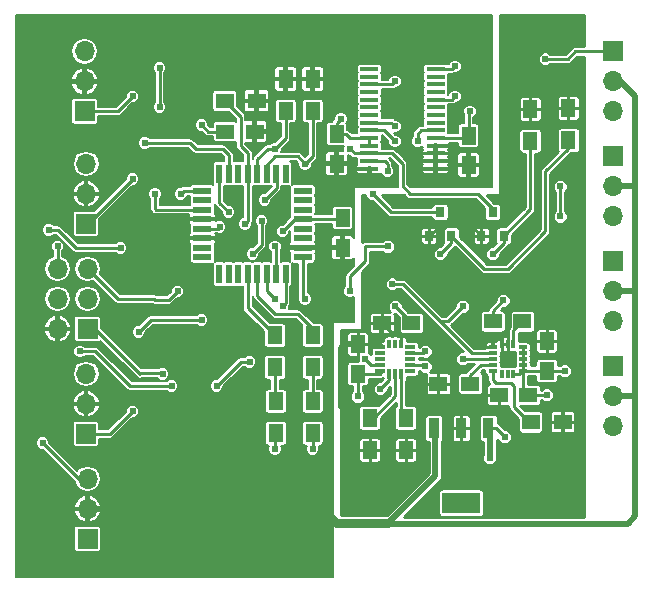
<source format=gbr>
G04 #@! TF.FileFunction,Copper,L1,Top,Signal*
%FSLAX46Y46*%
G04 Gerber Fmt 4.6, Leading zero omitted, Abs format (unit mm)*
G04 Created by KiCad (PCBNEW 4.0.7) date 08/08/18 22:49:19*
%MOMM*%
%LPD*%
G01*
G04 APERTURE LIST*
%ADD10C,0.100000*%
%ADD11R,1.500000X1.250000*%
%ADD12R,1.250000X1.500000*%
%ADD13R,1.300000X1.500000*%
%ADD14R,1.600000X0.300000*%
%ADD15R,1.500000X1.300000*%
%ADD16R,1.600000X0.550000*%
%ADD17R,0.550000X1.600000*%
%ADD18R,0.800000X0.900000*%
%ADD19R,0.700000X0.300000*%
%ADD20R,0.300000X0.700000*%
%ADD21R,1.700000X1.700000*%
%ADD22O,1.700000X1.700000*%
%ADD23R,0.950000X1.750000*%
%ADD24R,3.200000X1.750000*%
%ADD25R,0.850000X0.350000*%
%ADD26R,0.350000X0.750000*%
%ADD27R,0.350000X0.850000*%
%ADD28C,0.609600*%
%ADD29C,0.254000*%
%ADD30C,0.508000*%
%ADD31C,0.762000*%
%ADD32C,0.150000*%
G04 APERTURE END LIST*
D10*
D11*
X253218000Y-83058000D03*
X250718000Y-83058000D03*
D12*
X254762000Y-78506000D03*
X254762000Y-81006000D03*
X238760000Y-78760000D03*
X238760000Y-81260000D03*
D11*
X240812000Y-76962000D03*
X243312000Y-76962000D03*
X252710000Y-76835000D03*
X250210000Y-76835000D03*
D13*
X234950000Y-80725000D03*
X234950000Y-78025000D03*
X231775000Y-80725000D03*
X231775000Y-78025000D03*
D14*
X245370000Y-63915000D03*
X245370000Y-63265000D03*
X245370000Y-62615000D03*
X245370000Y-61965000D03*
X245370000Y-61315000D03*
X245370000Y-60665000D03*
X245370000Y-60015000D03*
X245370000Y-59365000D03*
X245370000Y-58715000D03*
X245370000Y-58065000D03*
X245370000Y-57415000D03*
X245370000Y-56765000D03*
X245370000Y-56115000D03*
X245370000Y-55465000D03*
X239770000Y-55465000D03*
X239770000Y-56115000D03*
X239770000Y-56765000D03*
X239770000Y-57415000D03*
X239770000Y-58065000D03*
X239770000Y-58715000D03*
X239770000Y-59365000D03*
X239770000Y-60015000D03*
X239770000Y-60665000D03*
X239770000Y-61315000D03*
X239770000Y-61965000D03*
X239770000Y-62615000D03*
X239770000Y-63265000D03*
X239770000Y-63915000D03*
D13*
X234950000Y-59008000D03*
X234950000Y-56308000D03*
X232664000Y-59008000D03*
X232664000Y-56308000D03*
X234950000Y-83613000D03*
X234950000Y-86313000D03*
X231838500Y-83613000D03*
X231838500Y-86313000D03*
D15*
X227504000Y-58166000D03*
X230204000Y-58166000D03*
D16*
X225620000Y-65780000D03*
X225620000Y-66580000D03*
X225620000Y-67380000D03*
X225620000Y-68180000D03*
X225620000Y-68980000D03*
X225620000Y-69780000D03*
X225620000Y-70580000D03*
X225620000Y-71380000D03*
D17*
X227070000Y-72830000D03*
X227870000Y-72830000D03*
X228670000Y-72830000D03*
X229470000Y-72830000D03*
X230270000Y-72830000D03*
X231070000Y-72830000D03*
X231870000Y-72830000D03*
X232670000Y-72830000D03*
D16*
X234120000Y-71380000D03*
X234120000Y-70580000D03*
X234120000Y-69780000D03*
X234120000Y-68980000D03*
X234120000Y-68180000D03*
X234120000Y-67380000D03*
X234120000Y-66580000D03*
X234120000Y-65780000D03*
D17*
X232670000Y-64330000D03*
X231870000Y-64330000D03*
X231070000Y-64330000D03*
X230270000Y-64330000D03*
X229470000Y-64330000D03*
X228670000Y-64330000D03*
X227870000Y-64330000D03*
X227070000Y-64330000D03*
D18*
X249240000Y-69580000D03*
X251140000Y-69580000D03*
X250190000Y-67580000D03*
X244795000Y-69580000D03*
X246695000Y-69580000D03*
X245745000Y-67580000D03*
D12*
X237490000Y-68092000D03*
X237490000Y-70592000D03*
X248158000Y-63607000D03*
X248158000Y-61107000D03*
X236982000Y-63480000D03*
X236982000Y-60980000D03*
D19*
X250185000Y-79010000D03*
X250185000Y-79510000D03*
X250185000Y-80010000D03*
X250185000Y-80510000D03*
X250185000Y-81010000D03*
D20*
X250960000Y-81285000D03*
X251460000Y-81285000D03*
X251960000Y-81285000D03*
D19*
X252735000Y-81010000D03*
X252735000Y-80510000D03*
X252735000Y-80010000D03*
X252735000Y-79510000D03*
X252735000Y-79010000D03*
D20*
X251960000Y-78735000D03*
X251460000Y-78735000D03*
X250960000Y-78735000D03*
D21*
X215773000Y-86360000D03*
D22*
X215773000Y-83820000D03*
X215773000Y-81280000D03*
D11*
X227540500Y-60769500D03*
X230040500Y-60769500D03*
D21*
X215773000Y-68580000D03*
D22*
X215773000Y-66040000D03*
X215773000Y-63500000D03*
D21*
X215900000Y-77470000D03*
D22*
X213360000Y-77470000D03*
X215900000Y-74930000D03*
X213360000Y-74930000D03*
X215900000Y-72390000D03*
X213360000Y-72390000D03*
D21*
X260350000Y-62865000D03*
D22*
X260350000Y-65405000D03*
X260350000Y-67945000D03*
D21*
X260350000Y-53975000D03*
D22*
X260350000Y-56515000D03*
X260350000Y-59055000D03*
D21*
X260350000Y-71755000D03*
D22*
X260350000Y-74295000D03*
X260350000Y-76835000D03*
D21*
X260350000Y-80645000D03*
D22*
X260350000Y-83185000D03*
X260350000Y-85725000D03*
D23*
X249823000Y-85877000D03*
X247523000Y-85877000D03*
X245223000Y-85877000D03*
D24*
X247523000Y-92177000D03*
D13*
X256603500Y-58784500D03*
X256603500Y-61484500D03*
X253365000Y-58848000D03*
X253365000Y-61548000D03*
D15*
X248301500Y-82105500D03*
X245601500Y-82105500D03*
D13*
X242824000Y-85010000D03*
X242824000Y-87710000D03*
D15*
X253412000Y-85344000D03*
X256112000Y-85344000D03*
D13*
X239776000Y-87710000D03*
X239776000Y-85010000D03*
D21*
X215646000Y-59055000D03*
D22*
X215646000Y-56515000D03*
X215646000Y-53975000D03*
D21*
X215900000Y-95250000D03*
D22*
X215900000Y-92710000D03*
X215900000Y-90170000D03*
D25*
X240660000Y-80010000D03*
X240660000Y-79510000D03*
X240660000Y-79010000D03*
X240660000Y-80510000D03*
X240660000Y-81010000D03*
D26*
X241935000Y-78735000D03*
X241435000Y-78735000D03*
X242435000Y-78735000D03*
D25*
X243210000Y-79010000D03*
X243210000Y-79510000D03*
X243210000Y-80010000D03*
X243210000Y-80510000D03*
X243210000Y-81010000D03*
D27*
X241435000Y-81285000D03*
X241935000Y-81285000D03*
X242435000Y-81285000D03*
D28*
X237363000Y-59690000D03*
X225552000Y-60198000D03*
X251206000Y-86614000D03*
X256286000Y-81026000D03*
X254762000Y-83058000D03*
X241935000Y-75565000D03*
X248285000Y-59055000D03*
X231775000Y-87630000D03*
X234950000Y-87630000D03*
X219710000Y-57785000D03*
X219710000Y-64770000D03*
X219710000Y-84455000D03*
X249936000Y-88392000D03*
X251079000Y-75057000D03*
X227076000Y-68834000D03*
X244475000Y-80645000D03*
X244475000Y-79375000D03*
X213360000Y-70485000D03*
X221615000Y-66040000D03*
X232410000Y-69215000D03*
X247015000Y-55245000D03*
X238760000Y-83185000D03*
X222250000Y-81280000D03*
X232410000Y-75565000D03*
X215265000Y-79375000D03*
X229616000Y-80264000D03*
X226822000Y-82296000D03*
X223012000Y-82296000D03*
X234315000Y-74930000D03*
X223520000Y-74295000D03*
X229235000Y-68580000D03*
X243840000Y-61595000D03*
X247015000Y-57785000D03*
X254635000Y-54610000D03*
X241935000Y-56515000D03*
X255905000Y-65405000D03*
X255905000Y-67945000D03*
X241935000Y-60325000D03*
X241935000Y-61595000D03*
X231775000Y-74930000D03*
X231775000Y-62230000D03*
X238125000Y-62230000D03*
X234315000Y-63500000D03*
X240030000Y-66040000D03*
X241300000Y-64135000D03*
X231775000Y-70485000D03*
X220218000Y-77724000D03*
X225552000Y-76708000D03*
X229870000Y-71120000D03*
X230632000Y-68326000D03*
X227838000Y-67564000D03*
X220726000Y-61722000D03*
X230886000Y-66548000D03*
X221996000Y-58674000D03*
X221996000Y-55372000D03*
X212090000Y-87122000D03*
X223774000Y-66040000D03*
X218694000Y-70612000D03*
X212598000Y-69088000D03*
X239395000Y-80010000D03*
X241681000Y-73660000D03*
X247650000Y-75565000D03*
X250190000Y-71120000D03*
X245745000Y-71120000D03*
X241300000Y-70485000D03*
X247650000Y-80010000D03*
X240665000Y-82550000D03*
X238125000Y-74295000D03*
D29*
X236982000Y-60980000D02*
X236982000Y-60071000D01*
X236982000Y-60071000D02*
X237363000Y-59690000D01*
X236982000Y-60980000D02*
X237764000Y-60980000D01*
X238099000Y-61315000D02*
X239770000Y-61315000D01*
X237764000Y-60980000D02*
X238099000Y-61315000D01*
X226123500Y-60769500D02*
X225552000Y-60198000D01*
X227540500Y-60769500D02*
X226123500Y-60769500D01*
X252735000Y-81010000D02*
X252735000Y-82575000D01*
X252735000Y-82575000D02*
X253218000Y-83058000D01*
X249823000Y-85877000D02*
X250469000Y-85877000D01*
X250469000Y-85877000D02*
X251206000Y-86614000D01*
X254762000Y-81006000D02*
X252739000Y-81006000D01*
X252739000Y-81006000D02*
X252735000Y-81010000D01*
X254762000Y-81006000D02*
X256266000Y-81006000D01*
X256266000Y-81006000D02*
X256286000Y-81026000D01*
X253218000Y-83058000D02*
X254762000Y-83058000D01*
X253218000Y-83058000D02*
X252984000Y-83058000D01*
X243185000Y-76835000D02*
X243185000Y-76815000D01*
X243185000Y-76815000D02*
X241935000Y-75565000D01*
X248158000Y-61107000D02*
X248158000Y-59182000D01*
X248158000Y-59182000D02*
X248285000Y-59055000D01*
X245370000Y-61315000D02*
X247950000Y-61315000D01*
X247950000Y-61315000D02*
X248158000Y-61107000D01*
X252735000Y-79010000D02*
X252735000Y-79510000D01*
X252735000Y-79510000D02*
X252735000Y-80010000D01*
X252735000Y-80010000D02*
X252735000Y-80510000D01*
X252735000Y-80510000D02*
X252735000Y-81010000D01*
X252735000Y-81010000D02*
X252460000Y-81285000D01*
X252460000Y-81285000D02*
X251960000Y-81285000D01*
X231775000Y-86440000D02*
X231775000Y-87630000D01*
X234950000Y-86440000D02*
X234950000Y-87630000D01*
X215900000Y-59055000D02*
X218440000Y-59055000D01*
X218440000Y-59055000D02*
X219710000Y-57785000D01*
X215900000Y-68580000D02*
X219710000Y-64770000D01*
X215900000Y-86360000D02*
X217805000Y-86360000D01*
X217805000Y-86360000D02*
X219710000Y-84455000D01*
D30*
X249950000Y-85750000D02*
X249950000Y-88378000D01*
X249950000Y-88378000D02*
X249936000Y-88392000D01*
D29*
X250210000Y-76835000D02*
X250210000Y-75926000D01*
X250210000Y-75926000D02*
X251079000Y-75057000D01*
X225620000Y-68980000D02*
X226930000Y-68980000D01*
X226930000Y-68980000D02*
X227076000Y-68834000D01*
X244340000Y-79510000D02*
X244475000Y-79375000D01*
X243160000Y-79510000D02*
X244340000Y-79510000D01*
X243160000Y-80510000D02*
X244340000Y-80510000D01*
X244340000Y-80510000D02*
X244475000Y-80645000D01*
X213360000Y-72390000D02*
X213360000Y-70485000D01*
X221615000Y-67330000D02*
X221615000Y-66040000D01*
X250210000Y-76835000D02*
X250190000Y-76835000D01*
X234120000Y-68180000D02*
X233445000Y-68180000D01*
X233445000Y-68180000D02*
X232410000Y-69215000D01*
X237490000Y-67965000D02*
X237490000Y-67945000D01*
X245370000Y-55465000D02*
X246795000Y-55465000D01*
X246795000Y-55465000D02*
X247015000Y-55245000D01*
X238760000Y-81260000D02*
X238760000Y-83185000D01*
X240710000Y-81010000D02*
X240710000Y-81235000D01*
X240685000Y-81260000D02*
X238760000Y-81260000D01*
X240710000Y-81235000D02*
X240685000Y-81260000D01*
X247950000Y-61315000D02*
X248285000Y-60980000D01*
X225620000Y-67380000D02*
X221665000Y-67380000D01*
X221665000Y-67380000D02*
X221615000Y-67330000D01*
X234120000Y-68180000D02*
X237275000Y-68180000D01*
X237275000Y-68180000D02*
X237490000Y-67965000D01*
X239770000Y-61965000D02*
X239770000Y-61315000D01*
D31*
X241363500Y-93916500D02*
X236918500Y-93916500D01*
D30*
X235712000Y-92710000D02*
X215900000Y-92710000D01*
D31*
X236918500Y-93916500D02*
X235712000Y-92710000D01*
D30*
X245350000Y-85750000D02*
X245350000Y-89930000D01*
X245350000Y-89930000D02*
X241363500Y-93916500D01*
X241363500Y-93916500D02*
X241300000Y-93980000D01*
D29*
X225620000Y-69780000D02*
X221665000Y-69780000D01*
X221665000Y-69780000D02*
X221615000Y-69830000D01*
D30*
X260350000Y-83185000D02*
X262255000Y-83185000D01*
X260350000Y-74295000D02*
X262255000Y-74295000D01*
X260350000Y-65405000D02*
X262255000Y-65405000D01*
X261620000Y-93980000D02*
X241300000Y-93980000D01*
X262255000Y-93345000D02*
X261620000Y-93980000D01*
X262255000Y-57785000D02*
X262255000Y-65405000D01*
X262255000Y-65405000D02*
X262255000Y-74295000D01*
X262255000Y-74295000D02*
X262255000Y-83185000D01*
X262255000Y-83185000D02*
X262255000Y-93345000D01*
X260985000Y-56515000D02*
X262255000Y-57785000D01*
X260350000Y-56515000D02*
X260985000Y-56515000D01*
X221665000Y-69780000D02*
X221615000Y-69830000D01*
D29*
X225620000Y-69780000D02*
X226625000Y-69780000D01*
X227565000Y-68180000D02*
X225620000Y-68180000D01*
X228600000Y-69215000D02*
X227565000Y-68180000D01*
X228600000Y-69850000D02*
X228600000Y-69215000D01*
X227965000Y-70485000D02*
X228600000Y-69850000D01*
X227330000Y-70485000D02*
X227965000Y-70485000D01*
X226625000Y-69780000D02*
X227330000Y-70485000D01*
X234235000Y-70465000D02*
X234120000Y-70580000D01*
X251960000Y-78810000D02*
X251960000Y-77585000D01*
X251960000Y-77585000D02*
X252710000Y-76835000D01*
X234950000Y-83740000D02*
X234950000Y-80725000D01*
X234950000Y-78025000D02*
X234950000Y-77470000D01*
X234950000Y-77470000D02*
X233680000Y-76200000D01*
X230270000Y-74695000D02*
X230270000Y-72830000D01*
X231775000Y-76200000D02*
X230270000Y-74695000D01*
X233680000Y-76200000D02*
X231775000Y-76200000D01*
X231775000Y-83740000D02*
X231775000Y-80725000D01*
X229470000Y-74930000D02*
X229470000Y-75720000D01*
X229470000Y-75720000D02*
X231775000Y-78025000D01*
X229470000Y-74930000D02*
X229470000Y-72830000D01*
X251460000Y-78735000D02*
X250960000Y-78735000D01*
X241574000Y-77724000D02*
X240685000Y-76835000D01*
X242189000Y-77724000D02*
X241574000Y-77724000D01*
X242435000Y-77970000D02*
X242189000Y-77724000D01*
X250960000Y-78735000D02*
X250960000Y-78494000D01*
X250960000Y-78494000D02*
X250825000Y-78359000D01*
X250825000Y-78359000D02*
X248793000Y-78359000D01*
X250185000Y-79010000D02*
X249444000Y-79010000D01*
X249444000Y-79010000D02*
X248793000Y-78359000D01*
X244795000Y-69580000D02*
X244872000Y-69580000D01*
X244872000Y-69580000D02*
X245745000Y-68707000D01*
X245745000Y-68707000D02*
X248367000Y-68707000D01*
X248367000Y-68707000D02*
X249240000Y-69580000D01*
D30*
X237363000Y-79121000D02*
X237363000Y-84074000D01*
X237724000Y-78760000D02*
X237363000Y-79121000D01*
X238760000Y-78760000D02*
X237724000Y-78760000D01*
D29*
X242435000Y-78735000D02*
X242435000Y-77970000D01*
X240685000Y-76835000D02*
X240685000Y-78985000D01*
X240685000Y-78985000D02*
X240710000Y-79010000D01*
X240710000Y-79010000D02*
X240710000Y-78785000D01*
X240685000Y-78760000D02*
X238760000Y-78760000D01*
X240710000Y-78785000D02*
X240685000Y-78760000D01*
X220281500Y-81216500D02*
X222186500Y-81216500D01*
X222186500Y-81216500D02*
X222250000Y-81280000D01*
X216535000Y-77470000D02*
X220281500Y-81216500D01*
X220281500Y-81216500D02*
X220345000Y-81280000D01*
X215900000Y-77470000D02*
X216535000Y-77470000D01*
X232670000Y-72830000D02*
X232670000Y-75305000D01*
X232410000Y-75565000D02*
X232670000Y-75305000D01*
X218440000Y-81280000D02*
X219456000Y-82296000D01*
X216535000Y-79375000D02*
X215265000Y-79375000D01*
X218440000Y-81280000D02*
X216535000Y-79375000D01*
X228854000Y-80264000D02*
X229616000Y-80264000D01*
X226822000Y-82296000D02*
X228854000Y-80264000D01*
X219456000Y-82296000D02*
X223012000Y-82296000D01*
X234120000Y-71380000D02*
X234120000Y-74735000D01*
X234120000Y-74735000D02*
X234315000Y-74930000D01*
X234120000Y-71380000D02*
X234120000Y-71560000D01*
X229470000Y-64330000D02*
X229470000Y-62592000D01*
X228854000Y-59516000D02*
X227504000Y-58166000D01*
X228854000Y-61976000D02*
X228854000Y-59516000D01*
X229470000Y-62592000D02*
X228854000Y-61976000D01*
X221615000Y-75010000D02*
X221535000Y-74930000D01*
X221535000Y-74930000D02*
X218440000Y-74930000D01*
X221615000Y-75010000D02*
X222805000Y-75010000D01*
X222805000Y-75010000D02*
X223520000Y-74295000D01*
X229235000Y-68580000D02*
X229470000Y-68345000D01*
X218440000Y-74930000D02*
X215900000Y-72390000D01*
X229470000Y-68345000D02*
X229470000Y-64330000D01*
X243840000Y-60960000D02*
X244135000Y-60665000D01*
X243840000Y-61595000D02*
X243840000Y-60960000D01*
X244135000Y-60665000D02*
X245370000Y-60665000D01*
X245370000Y-60665000D02*
X244135000Y-60665000D01*
X246735000Y-58065000D02*
X247015000Y-57785000D01*
X245370000Y-58065000D02*
X246735000Y-58065000D01*
X257175000Y-53975000D02*
X260350000Y-53975000D01*
X256540000Y-54610000D02*
X257175000Y-53975000D01*
X254635000Y-54610000D02*
X256540000Y-54610000D01*
X241685000Y-56765000D02*
X239770000Y-56765000D01*
X241935000Y-56515000D02*
X241685000Y-56765000D01*
X255905000Y-67945000D02*
X255905000Y-65405000D01*
X241625000Y-60015000D02*
X239770000Y-60015000D01*
X241935000Y-60325000D02*
X241625000Y-60015000D01*
X231070000Y-72830000D02*
X231070000Y-74225000D01*
X241005000Y-60665000D02*
X239770000Y-60665000D01*
X241935000Y-61595000D02*
X241005000Y-60665000D01*
X231070000Y-74225000D02*
X231775000Y-74930000D01*
X232664000Y-59262000D02*
X232664000Y-61341000D01*
X232664000Y-61341000D02*
X231775000Y-62230000D01*
X231140000Y-62230000D02*
X231775000Y-62230000D01*
X231140000Y-62230000D02*
X230270000Y-63100000D01*
X238125000Y-62230000D02*
X238510000Y-62615000D01*
X250190000Y-67580000D02*
X250190000Y-67310000D01*
X250190000Y-67310000D02*
X248920000Y-66040000D01*
X248920000Y-66040000D02*
X243205000Y-66040000D01*
X243205000Y-66040000D02*
X242570000Y-65405000D01*
X242570000Y-65405000D02*
X242570000Y-63500000D01*
X242570000Y-63500000D02*
X241685000Y-62615000D01*
X241685000Y-62615000D02*
X239770000Y-62615000D01*
X230270000Y-64330000D02*
X230270000Y-63100000D01*
X238510000Y-62615000D02*
X239770000Y-62615000D01*
X234950000Y-59008000D02*
X234950000Y-62865000D01*
X234950000Y-62865000D02*
X234315000Y-63500000D01*
X234315000Y-63500000D02*
X234442000Y-63500000D01*
X233680000Y-62865000D02*
X234315000Y-63500000D01*
X231775000Y-62865000D02*
X233680000Y-62865000D01*
X241570000Y-67580000D02*
X240030000Y-66040000D01*
X241300000Y-64135000D02*
X241300000Y-63500000D01*
X241300000Y-63500000D02*
X241065000Y-63265000D01*
X245745000Y-67580000D02*
X241570000Y-67580000D01*
X231070000Y-64330000D02*
X231070000Y-63570000D01*
X231070000Y-63570000D02*
X231775000Y-62865000D01*
X241065000Y-63265000D02*
X239770000Y-63265000D01*
X231070000Y-63570000D02*
X231070000Y-64330000D01*
X231775000Y-70485000D02*
X231870000Y-70580000D01*
X231870000Y-72830000D02*
X231870000Y-70580000D01*
X213360000Y-74930000D02*
X213360000Y-75565000D01*
X220218000Y-77724000D02*
X221234000Y-76708000D01*
X221234000Y-76708000D02*
X225552000Y-76708000D01*
X229870000Y-71120000D02*
X230632000Y-70358000D01*
X230632000Y-70358000D02*
X230632000Y-68326000D01*
X227838000Y-67564000D02*
X227070000Y-66796000D01*
X227070000Y-66796000D02*
X227070000Y-64330000D01*
X227870000Y-62770000D02*
X227870000Y-64330000D01*
X227330000Y-62230000D02*
X227870000Y-62770000D01*
X225044000Y-62230000D02*
X227330000Y-62230000D01*
X224536000Y-61722000D02*
X225044000Y-62230000D01*
X220726000Y-61722000D02*
X224536000Y-61722000D01*
X231902000Y-65532000D02*
X231902000Y-64362000D01*
X230886000Y-66548000D02*
X231902000Y-65532000D01*
X221996000Y-55372000D02*
X221996000Y-58674000D01*
X231902000Y-64362000D02*
X231870000Y-64330000D01*
X215138000Y-90170000D02*
X212090000Y-87122000D01*
X215900000Y-90170000D02*
X215138000Y-90170000D01*
X215900000Y-90170000D02*
X215900000Y-89535000D01*
X225620000Y-65780000D02*
X224034000Y-65780000D01*
X223774000Y-66040000D02*
X224034000Y-65780000D01*
X214884000Y-70612000D02*
X218694000Y-70612000D01*
X213360000Y-69088000D02*
X214884000Y-70612000D01*
X212598000Y-69088000D02*
X213360000Y-69088000D01*
X253365000Y-61675000D02*
X253365000Y-67355000D01*
X239895000Y-80510000D02*
X239395000Y-80010000D01*
X240710000Y-80510000D02*
X239895000Y-80510000D01*
X253365000Y-67355000D02*
X251140000Y-69580000D01*
X251140000Y-69580000D02*
X251140000Y-70170000D01*
X246380000Y-76835000D02*
X245745000Y-76835000D01*
X247650000Y-75565000D02*
X246380000Y-76835000D01*
X251140000Y-70170000D02*
X250190000Y-71120000D01*
X241681000Y-73660000D02*
X242570000Y-73660000D01*
X247650000Y-78740000D02*
X248420000Y-79510000D01*
X248420000Y-79510000D02*
X250260000Y-79510000D01*
X242570000Y-73660000D02*
X245745000Y-76835000D01*
X245745000Y-76835000D02*
X247015000Y-78105000D01*
X247015000Y-78105000D02*
X247650000Y-78740000D01*
X256540000Y-61675000D02*
X256540000Y-62230000D01*
X256540000Y-62230000D02*
X254635000Y-64135000D01*
X254635000Y-64135000D02*
X254635000Y-69215000D01*
X254635000Y-69215000D02*
X251460000Y-72390000D01*
X251460000Y-72390000D02*
X249505000Y-72390000D01*
X249505000Y-72390000D02*
X246695000Y-69580000D01*
X246695000Y-69580000D02*
X246695000Y-70170000D01*
X246695000Y-70170000D02*
X245745000Y-71120000D01*
X239395000Y-70485000D02*
X241300000Y-70485000D01*
X247650000Y-80010000D02*
X250260000Y-80010000D01*
X241435000Y-81235000D02*
X241435000Y-81780000D01*
X241435000Y-81780000D02*
X240665000Y-82550000D01*
X238125000Y-73025000D02*
X239395000Y-71755000D01*
X239395000Y-71755000D02*
X239395000Y-70485000D01*
X238125000Y-74295000D02*
X238125000Y-73025000D01*
X248301500Y-82105500D02*
X248301500Y-81390500D01*
X249182000Y-80510000D02*
X250185000Y-80510000D01*
X248301500Y-81390500D02*
X249182000Y-80510000D01*
X253412000Y-85344000D02*
X253238000Y-85344000D01*
X253238000Y-85344000D02*
X251968000Y-84074000D01*
X251968000Y-84074000D02*
X251968000Y-82296000D01*
X251968000Y-82296000D02*
X251714000Y-82042000D01*
X251714000Y-82042000D02*
X250444000Y-82042000D01*
X250444000Y-82042000D02*
X250185000Y-81783000D01*
X250185000Y-81783000D02*
X250185000Y-81010000D01*
X242435000Y-81285000D02*
X242435000Y-84621000D01*
X242435000Y-84621000D02*
X242824000Y-85010000D01*
X242435000Y-81285000D02*
X242435000Y-81653000D01*
X241935000Y-81285000D02*
X241935000Y-83185000D01*
X241935000Y-83185000D02*
X240110000Y-85010000D01*
X240110000Y-85010000D02*
X239776000Y-85010000D01*
G36*
X257937000Y-53521000D02*
X257175000Y-53521000D01*
X257001262Y-53555559D01*
X256853974Y-53653973D01*
X256351948Y-54156000D01*
X255074514Y-54156000D01*
X254993353Y-54074698D01*
X254761224Y-53978310D01*
X254509879Y-53978090D01*
X254277581Y-54074073D01*
X254099698Y-54251647D01*
X254003310Y-54483776D01*
X254003090Y-54735121D01*
X254099073Y-54967419D01*
X254276647Y-55145302D01*
X254508776Y-55241690D01*
X254760121Y-55241910D01*
X254992419Y-55145927D01*
X255074489Y-55064000D01*
X256540000Y-55064000D01*
X256713738Y-55029441D01*
X256861026Y-54931026D01*
X257363053Y-54429000D01*
X257937000Y-54429000D01*
X257937000Y-93399000D01*
X242702658Y-93399000D01*
X244799658Y-91302000D01*
X245589594Y-91302000D01*
X245589594Y-93052000D01*
X245612395Y-93173179D01*
X245684012Y-93284474D01*
X245793286Y-93359138D01*
X245923000Y-93385406D01*
X249123000Y-93385406D01*
X249244179Y-93362605D01*
X249355474Y-93290988D01*
X249430138Y-93181714D01*
X249456406Y-93052000D01*
X249456406Y-91302000D01*
X249433605Y-91180821D01*
X249361988Y-91069526D01*
X249252714Y-90994862D01*
X249123000Y-90968594D01*
X245923000Y-90968594D01*
X245801821Y-90991395D01*
X245690526Y-91063012D01*
X245615862Y-91172286D01*
X245589594Y-91302000D01*
X244799658Y-91302000D01*
X245760829Y-90340829D01*
X245886774Y-90152339D01*
X245931000Y-89930000D01*
X245931000Y-86990218D01*
X246005138Y-86881714D01*
X246031406Y-86752000D01*
X246031406Y-85961750D01*
X246721000Y-85961750D01*
X246721000Y-86817045D01*
X246770783Y-86937231D01*
X246862770Y-87029217D01*
X246982956Y-87079000D01*
X247438250Y-87079000D01*
X247520000Y-86997250D01*
X247520000Y-85880000D01*
X247526000Y-85880000D01*
X247526000Y-86997250D01*
X247607750Y-87079000D01*
X248063044Y-87079000D01*
X248183230Y-87029217D01*
X248275217Y-86937231D01*
X248325000Y-86817045D01*
X248325000Y-85961750D01*
X248243250Y-85880000D01*
X247526000Y-85880000D01*
X247520000Y-85880000D01*
X246802750Y-85880000D01*
X246721000Y-85961750D01*
X246031406Y-85961750D01*
X246031406Y-85002000D01*
X246019168Y-84936955D01*
X246721000Y-84936955D01*
X246721000Y-85792250D01*
X246802750Y-85874000D01*
X247520000Y-85874000D01*
X247520000Y-84756750D01*
X247526000Y-84756750D01*
X247526000Y-85874000D01*
X248243250Y-85874000D01*
X248325000Y-85792250D01*
X248325000Y-85002000D01*
X249014594Y-85002000D01*
X249014594Y-86752000D01*
X249037395Y-86873179D01*
X249109012Y-86984474D01*
X249218286Y-87059138D01*
X249348000Y-87085406D01*
X249369000Y-87085406D01*
X249369000Y-88109985D01*
X249304310Y-88265776D01*
X249304090Y-88517121D01*
X249400073Y-88749419D01*
X249577647Y-88927302D01*
X249809776Y-89023690D01*
X250061121Y-89023910D01*
X250293419Y-88927927D01*
X250471302Y-88750353D01*
X250567690Y-88518224D01*
X250567910Y-88266879D01*
X250531000Y-88177549D01*
X250531000Y-86990218D01*
X250605138Y-86881714D01*
X250614305Y-86836448D01*
X250670073Y-86971419D01*
X250847647Y-87149302D01*
X251079776Y-87245690D01*
X251331121Y-87245910D01*
X251563419Y-87149927D01*
X251741302Y-86972353D01*
X251837690Y-86740224D01*
X251837910Y-86488879D01*
X251741927Y-86256581D01*
X251564353Y-86078698D01*
X251332224Y-85982310D01*
X251216261Y-85982208D01*
X250790026Y-85555974D01*
X250642738Y-85457559D01*
X250631406Y-85455305D01*
X250631406Y-85002000D01*
X250608605Y-84880821D01*
X250536988Y-84769526D01*
X250427714Y-84694862D01*
X250298000Y-84668594D01*
X249348000Y-84668594D01*
X249226821Y-84691395D01*
X249115526Y-84763012D01*
X249040862Y-84872286D01*
X249014594Y-85002000D01*
X248325000Y-85002000D01*
X248325000Y-84936955D01*
X248275217Y-84816769D01*
X248183230Y-84724783D01*
X248063044Y-84675000D01*
X247607750Y-84675000D01*
X247526000Y-84756750D01*
X247520000Y-84756750D01*
X247438250Y-84675000D01*
X246982956Y-84675000D01*
X246862770Y-84724783D01*
X246770783Y-84816769D01*
X246721000Y-84936955D01*
X246019168Y-84936955D01*
X246008605Y-84880821D01*
X245936988Y-84769526D01*
X245827714Y-84694862D01*
X245698000Y-84668594D01*
X244748000Y-84668594D01*
X244626821Y-84691395D01*
X244515526Y-84763012D01*
X244440862Y-84872286D01*
X244414594Y-85002000D01*
X244414594Y-86752000D01*
X244437395Y-86873179D01*
X244509012Y-86984474D01*
X244618286Y-87059138D01*
X244748000Y-87085406D01*
X244769000Y-87085406D01*
X244769000Y-89689342D01*
X241249842Y-93208500D01*
X237363000Y-93208500D01*
X237363000Y-87794750D01*
X238799000Y-87794750D01*
X238799000Y-88525044D01*
X238848783Y-88645230D01*
X238940769Y-88737217D01*
X239060955Y-88787000D01*
X239691250Y-88787000D01*
X239773000Y-88705250D01*
X239773000Y-87713000D01*
X239779000Y-87713000D01*
X239779000Y-88705250D01*
X239860750Y-88787000D01*
X240491045Y-88787000D01*
X240611231Y-88737217D01*
X240703217Y-88645230D01*
X240753000Y-88525044D01*
X240753000Y-87794750D01*
X241847000Y-87794750D01*
X241847000Y-88525044D01*
X241896783Y-88645230D01*
X241988769Y-88737217D01*
X242108955Y-88787000D01*
X242739250Y-88787000D01*
X242821000Y-88705250D01*
X242821000Y-87713000D01*
X242827000Y-87713000D01*
X242827000Y-88705250D01*
X242908750Y-88787000D01*
X243539045Y-88787000D01*
X243659231Y-88737217D01*
X243751217Y-88645230D01*
X243801000Y-88525044D01*
X243801000Y-87794750D01*
X243719250Y-87713000D01*
X242827000Y-87713000D01*
X242821000Y-87713000D01*
X241928750Y-87713000D01*
X241847000Y-87794750D01*
X240753000Y-87794750D01*
X240671250Y-87713000D01*
X239779000Y-87713000D01*
X239773000Y-87713000D01*
X238880750Y-87713000D01*
X238799000Y-87794750D01*
X237363000Y-87794750D01*
X237363000Y-86894956D01*
X238799000Y-86894956D01*
X238799000Y-87625250D01*
X238880750Y-87707000D01*
X239773000Y-87707000D01*
X239773000Y-86714750D01*
X239779000Y-86714750D01*
X239779000Y-87707000D01*
X240671250Y-87707000D01*
X240753000Y-87625250D01*
X240753000Y-86894956D01*
X241847000Y-86894956D01*
X241847000Y-87625250D01*
X241928750Y-87707000D01*
X242821000Y-87707000D01*
X242821000Y-86714750D01*
X242827000Y-86714750D01*
X242827000Y-87707000D01*
X243719250Y-87707000D01*
X243801000Y-87625250D01*
X243801000Y-86894956D01*
X243751217Y-86774770D01*
X243659231Y-86682783D01*
X243539045Y-86633000D01*
X242908750Y-86633000D01*
X242827000Y-86714750D01*
X242821000Y-86714750D01*
X242739250Y-86633000D01*
X242108955Y-86633000D01*
X241988769Y-86682783D01*
X241896783Y-86774770D01*
X241847000Y-86894956D01*
X240753000Y-86894956D01*
X240703217Y-86774770D01*
X240611231Y-86682783D01*
X240491045Y-86633000D01*
X239860750Y-86633000D01*
X239779000Y-86714750D01*
X239773000Y-86714750D01*
X239691250Y-86633000D01*
X239060955Y-86633000D01*
X238940769Y-86682783D01*
X238848783Y-86774770D01*
X238799000Y-86894956D01*
X237363000Y-86894956D01*
X237363000Y-80510000D01*
X237801594Y-80510000D01*
X237801594Y-82010000D01*
X237824395Y-82131179D01*
X237896012Y-82242474D01*
X238005286Y-82317138D01*
X238135000Y-82343406D01*
X238306000Y-82343406D01*
X238306000Y-82745486D01*
X238224698Y-82826647D01*
X238128310Y-83058776D01*
X238128090Y-83310121D01*
X238224073Y-83542419D01*
X238401647Y-83720302D01*
X238633776Y-83816690D01*
X238885121Y-83816910D01*
X239117419Y-83720927D01*
X239295302Y-83543353D01*
X239391690Y-83311224D01*
X239391910Y-83059879D01*
X239295927Y-82827581D01*
X239214000Y-82745511D01*
X239214000Y-82343406D01*
X239385000Y-82343406D01*
X239506179Y-82320605D01*
X239617474Y-82248988D01*
X239692138Y-82139714D01*
X239718406Y-82010000D01*
X239718406Y-81714000D01*
X240685000Y-81714000D01*
X240858738Y-81679441D01*
X240926594Y-81634101D01*
X240926594Y-81646353D01*
X240654757Y-81918191D01*
X240539879Y-81918090D01*
X240307581Y-82014073D01*
X240129698Y-82191647D01*
X240033310Y-82423776D01*
X240033090Y-82675121D01*
X240129073Y-82907419D01*
X240306647Y-83085302D01*
X240538776Y-83181690D01*
X240790121Y-83181910D01*
X241022419Y-83085927D01*
X241200302Y-82908353D01*
X241296690Y-82676224D01*
X241296792Y-82560261D01*
X241481000Y-82376053D01*
X241481000Y-82996947D01*
X240530244Y-83947704D01*
X240426000Y-83926594D01*
X239126000Y-83926594D01*
X239004821Y-83949395D01*
X238893526Y-84021012D01*
X238818862Y-84130286D01*
X238792594Y-84260000D01*
X238792594Y-85760000D01*
X238815395Y-85881179D01*
X238887012Y-85992474D01*
X238996286Y-86067138D01*
X239126000Y-86093406D01*
X240426000Y-86093406D01*
X240547179Y-86070605D01*
X240658474Y-85998988D01*
X240733138Y-85889714D01*
X240759406Y-85760000D01*
X240759406Y-85002646D01*
X241981000Y-83781053D01*
X241981000Y-83995611D01*
X241941526Y-84021012D01*
X241866862Y-84130286D01*
X241840594Y-84260000D01*
X241840594Y-85760000D01*
X241863395Y-85881179D01*
X241935012Y-85992474D01*
X242044286Y-86067138D01*
X242174000Y-86093406D01*
X243474000Y-86093406D01*
X243595179Y-86070605D01*
X243706474Y-85998988D01*
X243781138Y-85889714D01*
X243807406Y-85760000D01*
X243807406Y-84260000D01*
X243784605Y-84138821D01*
X243712988Y-84027526D01*
X243603714Y-83952862D01*
X243474000Y-83926594D01*
X242889000Y-83926594D01*
X242889000Y-83142750D01*
X249641000Y-83142750D01*
X249641000Y-83748045D01*
X249690783Y-83868231D01*
X249782770Y-83960217D01*
X249902956Y-84010000D01*
X250633250Y-84010000D01*
X250715000Y-83928250D01*
X250715000Y-83061000D01*
X249722750Y-83061000D01*
X249641000Y-83142750D01*
X242889000Y-83142750D01*
X242889000Y-82190250D01*
X244524500Y-82190250D01*
X244524500Y-82820545D01*
X244574283Y-82940731D01*
X244666270Y-83032717D01*
X244786456Y-83082500D01*
X245516750Y-83082500D01*
X245598500Y-83000750D01*
X245598500Y-82108500D01*
X245604500Y-82108500D01*
X245604500Y-83000750D01*
X245686250Y-83082500D01*
X246416544Y-83082500D01*
X246536730Y-83032717D01*
X246628717Y-82940731D01*
X246678500Y-82820545D01*
X246678500Y-82190250D01*
X246596750Y-82108500D01*
X245604500Y-82108500D01*
X245598500Y-82108500D01*
X244606250Y-82108500D01*
X244524500Y-82190250D01*
X242889000Y-82190250D01*
X242889000Y-81880895D01*
X242917138Y-81839714D01*
X242943406Y-81710000D01*
X242943406Y-81518406D01*
X243635000Y-81518406D01*
X243756179Y-81495605D01*
X243867474Y-81423988D01*
X243942138Y-81314714D01*
X243968406Y-81185000D01*
X243968406Y-81031803D01*
X244116647Y-81180302D01*
X244348776Y-81276690D01*
X244571543Y-81276885D01*
X244524500Y-81390455D01*
X244524500Y-82020750D01*
X244606250Y-82102500D01*
X245598500Y-82102500D01*
X245598500Y-81210250D01*
X245604500Y-81210250D01*
X245604500Y-82102500D01*
X246596750Y-82102500D01*
X246678500Y-82020750D01*
X246678500Y-81390455D01*
X246628717Y-81270269D01*
X246536730Y-81178283D01*
X246416544Y-81128500D01*
X245686250Y-81128500D01*
X245604500Y-81210250D01*
X245598500Y-81210250D01*
X245516750Y-81128500D01*
X244884937Y-81128500D01*
X245010302Y-81003353D01*
X245106690Y-80771224D01*
X245106910Y-80519879D01*
X245010927Y-80287581D01*
X244833353Y-80109698D01*
X244601224Y-80013310D01*
X244349879Y-80013090D01*
X244246028Y-80056000D01*
X243968406Y-80056000D01*
X243968406Y-79964000D01*
X244245967Y-79964000D01*
X244348776Y-80006690D01*
X244600121Y-80006910D01*
X244832419Y-79910927D01*
X245010302Y-79733353D01*
X245106690Y-79501224D01*
X245106910Y-79249879D01*
X245010927Y-79017581D01*
X244833353Y-78839698D01*
X244601224Y-78743310D01*
X244349879Y-78743090D01*
X244117581Y-78839073D01*
X243968406Y-78987989D01*
X243968406Y-78835000D01*
X243945605Y-78713821D01*
X243873988Y-78602526D01*
X243764714Y-78527862D01*
X243635000Y-78501594D01*
X242937000Y-78501594D01*
X242937000Y-78294955D01*
X242887217Y-78174769D01*
X242795230Y-78082783D01*
X242675044Y-78033000D01*
X242519750Y-78033000D01*
X242438000Y-78114750D01*
X242438000Y-78331269D01*
X242432000Y-78299381D01*
X242432000Y-78114750D01*
X242350250Y-78033000D01*
X242194956Y-78033000D01*
X242177447Y-78040252D01*
X242110000Y-78026594D01*
X241760000Y-78026594D01*
X241682246Y-78041224D01*
X241610000Y-78026594D01*
X241260000Y-78026594D01*
X241138821Y-78049395D01*
X241027526Y-78121012D01*
X240952862Y-78230286D01*
X240926594Y-78360000D01*
X240926594Y-78508000D01*
X240744750Y-78508000D01*
X240663000Y-78589750D01*
X240663000Y-79001594D01*
X240657000Y-79001594D01*
X240657000Y-78589750D01*
X240575250Y-78508000D01*
X240169956Y-78508000D01*
X240049770Y-78557783D01*
X239957783Y-78649769D01*
X239908000Y-78769955D01*
X239908000Y-78925250D01*
X239989750Y-79007000D01*
X240206269Y-79007000D01*
X240174381Y-79013000D01*
X239989750Y-79013000D01*
X239908000Y-79094750D01*
X239908000Y-79250045D01*
X239915252Y-79267554D01*
X239901594Y-79335000D01*
X239901594Y-79623197D01*
X239753353Y-79474698D01*
X239712000Y-79457527D01*
X239712000Y-78844750D01*
X239630250Y-78763000D01*
X238763000Y-78763000D01*
X238763000Y-79755250D01*
X238800929Y-79793179D01*
X238763310Y-79883776D01*
X238763090Y-80135121D01*
X238780226Y-80176594D01*
X238135000Y-80176594D01*
X238013821Y-80199395D01*
X237902526Y-80271012D01*
X237827862Y-80380286D01*
X237801594Y-80510000D01*
X237363000Y-80510000D01*
X237363000Y-78844750D01*
X237808000Y-78844750D01*
X237808000Y-79575044D01*
X237857783Y-79695230D01*
X237949769Y-79787217D01*
X238069955Y-79837000D01*
X238675250Y-79837000D01*
X238757000Y-79755250D01*
X238757000Y-78763000D01*
X237889750Y-78763000D01*
X237808000Y-78844750D01*
X237363000Y-78844750D01*
X237363000Y-77944956D01*
X237808000Y-77944956D01*
X237808000Y-78675250D01*
X237889750Y-78757000D01*
X238757000Y-78757000D01*
X238757000Y-77764750D01*
X238763000Y-77764750D01*
X238763000Y-78757000D01*
X239630250Y-78757000D01*
X239712000Y-78675250D01*
X239712000Y-77944956D01*
X239662217Y-77824770D01*
X239570231Y-77732783D01*
X239450045Y-77683000D01*
X238844750Y-77683000D01*
X238763000Y-77764750D01*
X238757000Y-77764750D01*
X238675250Y-77683000D01*
X238069955Y-77683000D01*
X237949769Y-77732783D01*
X237857783Y-77824770D01*
X237808000Y-77944956D01*
X237363000Y-77944956D01*
X237363000Y-77597000D01*
X239014000Y-77597000D01*
X239063410Y-77586994D01*
X239105035Y-77558553D01*
X239132315Y-77516159D01*
X239141000Y-77470000D01*
X239141000Y-77046750D01*
X239735000Y-77046750D01*
X239735000Y-77652045D01*
X239784783Y-77772231D01*
X239876770Y-77864217D01*
X239996956Y-77914000D01*
X240727250Y-77914000D01*
X240809000Y-77832250D01*
X240809000Y-76965000D01*
X240815000Y-76965000D01*
X240815000Y-77832250D01*
X240896750Y-77914000D01*
X241627044Y-77914000D01*
X241747230Y-77864217D01*
X241839217Y-77772231D01*
X241889000Y-77652045D01*
X241889000Y-77046750D01*
X241807250Y-76965000D01*
X240815000Y-76965000D01*
X240809000Y-76965000D01*
X239816750Y-76965000D01*
X239735000Y-77046750D01*
X239141000Y-77046750D01*
X239141000Y-76271955D01*
X239735000Y-76271955D01*
X239735000Y-76877250D01*
X239816750Y-76959000D01*
X240809000Y-76959000D01*
X240809000Y-76091750D01*
X240815000Y-76091750D01*
X240815000Y-76959000D01*
X241807250Y-76959000D01*
X241889000Y-76877250D01*
X241889000Y-76271955D01*
X241857842Y-76196733D01*
X241924739Y-76196792D01*
X242228594Y-76500646D01*
X242228594Y-77587000D01*
X242251395Y-77708179D01*
X242323012Y-77819474D01*
X242432286Y-77894138D01*
X242562000Y-77920406D01*
X244062000Y-77920406D01*
X244183179Y-77897605D01*
X244294474Y-77825988D01*
X244369138Y-77716714D01*
X244395406Y-77587000D01*
X244395406Y-76337000D01*
X244372605Y-76215821D01*
X244300988Y-76104526D01*
X244191714Y-76029862D01*
X244062000Y-76003594D01*
X243015647Y-76003594D01*
X242566809Y-75554757D01*
X242566910Y-75439879D01*
X242470927Y-75207581D01*
X242293353Y-75029698D01*
X242061224Y-74933310D01*
X241809879Y-74933090D01*
X241577581Y-75029073D01*
X241399698Y-75206647D01*
X241303310Y-75438776D01*
X241303090Y-75690121D01*
X241399073Y-75922419D01*
X241486502Y-76010000D01*
X240896750Y-76010000D01*
X240815000Y-76091750D01*
X240809000Y-76091750D01*
X240727250Y-76010000D01*
X239996956Y-76010000D01*
X239876770Y-76059783D01*
X239784783Y-76151769D01*
X239735000Y-76271955D01*
X239141000Y-76271955D01*
X239141000Y-73785121D01*
X241049090Y-73785121D01*
X241145073Y-74017419D01*
X241322647Y-74195302D01*
X241554776Y-74291690D01*
X241806121Y-74291910D01*
X242038419Y-74195927D01*
X242120489Y-74114000D01*
X242381948Y-74114000D01*
X245423973Y-77156026D01*
X245423976Y-77156028D01*
X246693973Y-78426026D01*
X246693976Y-78426028D01*
X247328974Y-79061027D01*
X247328977Y-79061029D01*
X247646144Y-79378196D01*
X247524879Y-79378090D01*
X247292581Y-79474073D01*
X247114698Y-79651647D01*
X247018310Y-79883776D01*
X247018090Y-80135121D01*
X247114073Y-80367419D01*
X247291647Y-80545302D01*
X247523776Y-80641690D01*
X247775121Y-80641910D01*
X248007419Y-80545927D01*
X248089489Y-80464000D01*
X248585947Y-80464000D01*
X247980474Y-81069474D01*
X247945314Y-81122094D01*
X247551500Y-81122094D01*
X247430321Y-81144895D01*
X247319026Y-81216512D01*
X247244362Y-81325786D01*
X247218094Y-81455500D01*
X247218094Y-82755500D01*
X247240895Y-82876679D01*
X247312512Y-82987974D01*
X247421786Y-83062638D01*
X247551500Y-83088906D01*
X249051500Y-83088906D01*
X249172679Y-83066105D01*
X249283974Y-82994488D01*
X249358638Y-82885214D01*
X249384906Y-82755500D01*
X249384906Y-81455500D01*
X249362105Y-81334321D01*
X249290488Y-81223026D01*
X249183873Y-81150179D01*
X249370053Y-80964000D01*
X249501594Y-80964000D01*
X249501594Y-81160000D01*
X249524395Y-81281179D01*
X249596012Y-81392474D01*
X249705286Y-81467138D01*
X249731000Y-81472345D01*
X249731000Y-81783000D01*
X249764017Y-81948988D01*
X249765559Y-81956738D01*
X249863974Y-82104026D01*
X249876787Y-82116839D01*
X249782770Y-82155783D01*
X249690783Y-82247769D01*
X249641000Y-82367955D01*
X249641000Y-82973250D01*
X249722750Y-83055000D01*
X250715000Y-83055000D01*
X250715000Y-83035000D01*
X250721000Y-83035000D01*
X250721000Y-83055000D01*
X250741000Y-83055000D01*
X250741000Y-83061000D01*
X250721000Y-83061000D01*
X250721000Y-83928250D01*
X250802750Y-84010000D01*
X251514000Y-84010000D01*
X251514000Y-84074000D01*
X251548559Y-84247738D01*
X251646974Y-84395026D01*
X252328594Y-85076647D01*
X252328594Y-85994000D01*
X252351395Y-86115179D01*
X252423012Y-86226474D01*
X252532286Y-86301138D01*
X252662000Y-86327406D01*
X254162000Y-86327406D01*
X254283179Y-86304605D01*
X254394474Y-86232988D01*
X254469138Y-86123714D01*
X254495406Y-85994000D01*
X254495406Y-85428750D01*
X255035000Y-85428750D01*
X255035000Y-86059045D01*
X255084783Y-86179231D01*
X255176770Y-86271217D01*
X255296956Y-86321000D01*
X256027250Y-86321000D01*
X256109000Y-86239250D01*
X256109000Y-85347000D01*
X256115000Y-85347000D01*
X256115000Y-86239250D01*
X256196750Y-86321000D01*
X256927044Y-86321000D01*
X257047230Y-86271217D01*
X257139217Y-86179231D01*
X257189000Y-86059045D01*
X257189000Y-85428750D01*
X257107250Y-85347000D01*
X256115000Y-85347000D01*
X256109000Y-85347000D01*
X255116750Y-85347000D01*
X255035000Y-85428750D01*
X254495406Y-85428750D01*
X254495406Y-84694000D01*
X254483168Y-84628955D01*
X255035000Y-84628955D01*
X255035000Y-85259250D01*
X255116750Y-85341000D01*
X256109000Y-85341000D01*
X256109000Y-84448750D01*
X256115000Y-84448750D01*
X256115000Y-85341000D01*
X257107250Y-85341000D01*
X257189000Y-85259250D01*
X257189000Y-84628955D01*
X257139217Y-84508769D01*
X257047230Y-84416783D01*
X256927044Y-84367000D01*
X256196750Y-84367000D01*
X256115000Y-84448750D01*
X256109000Y-84448750D01*
X256027250Y-84367000D01*
X255296956Y-84367000D01*
X255176770Y-84416783D01*
X255084783Y-84508769D01*
X255035000Y-84628955D01*
X254483168Y-84628955D01*
X254472605Y-84572821D01*
X254400988Y-84461526D01*
X254291714Y-84386862D01*
X254162000Y-84360594D01*
X252896646Y-84360594D01*
X252552458Y-84016406D01*
X253968000Y-84016406D01*
X254089179Y-83993605D01*
X254200474Y-83921988D01*
X254275138Y-83812714D01*
X254301406Y-83683000D01*
X254301406Y-83512000D01*
X254322486Y-83512000D01*
X254403647Y-83593302D01*
X254635776Y-83689690D01*
X254887121Y-83689910D01*
X255119419Y-83593927D01*
X255297302Y-83416353D01*
X255393690Y-83184224D01*
X255393910Y-82932879D01*
X255297927Y-82700581D01*
X255120353Y-82522698D01*
X254888224Y-82426310D01*
X254636879Y-82426090D01*
X254404581Y-82522073D01*
X254322511Y-82604000D01*
X254301406Y-82604000D01*
X254301406Y-82433000D01*
X254278605Y-82311821D01*
X254206988Y-82200526D01*
X254097714Y-82125862D01*
X253968000Y-82099594D01*
X253189000Y-82099594D01*
X253189000Y-81473837D01*
X253206179Y-81470605D01*
X253222659Y-81460000D01*
X253803594Y-81460000D01*
X253803594Y-81756000D01*
X253826395Y-81877179D01*
X253898012Y-81988474D01*
X254007286Y-82063138D01*
X254137000Y-82089406D01*
X255387000Y-82089406D01*
X255508179Y-82066605D01*
X255619474Y-81994988D01*
X255694138Y-81885714D01*
X255720406Y-81756000D01*
X255720406Y-81460000D01*
X255826521Y-81460000D01*
X255927647Y-81561302D01*
X256159776Y-81657690D01*
X256411121Y-81657910D01*
X256643419Y-81561927D01*
X256821302Y-81384353D01*
X256917690Y-81152224D01*
X256917910Y-80900879D01*
X256821927Y-80668581D01*
X256644353Y-80490698D01*
X256412224Y-80394310D01*
X256160879Y-80394090D01*
X255928581Y-80490073D01*
X255866546Y-80552000D01*
X255720406Y-80552000D01*
X255720406Y-80256000D01*
X255697605Y-80134821D01*
X255625988Y-80023526D01*
X255516714Y-79948862D01*
X255387000Y-79922594D01*
X254137000Y-79922594D01*
X254015821Y-79945395D01*
X253904526Y-80017012D01*
X253829862Y-80126286D01*
X253803594Y-80256000D01*
X253803594Y-80552000D01*
X253418406Y-80552000D01*
X253418406Y-80360000D01*
X253398899Y-80256327D01*
X253418406Y-80160000D01*
X253418406Y-79860000D01*
X253398899Y-79756327D01*
X253418406Y-79660000D01*
X253418406Y-79360000D01*
X253398899Y-79256327D01*
X253418406Y-79160000D01*
X253418406Y-78860000D01*
X253395605Y-78738821D01*
X253323988Y-78627526D01*
X253270165Y-78590750D01*
X253810000Y-78590750D01*
X253810000Y-79321044D01*
X253859783Y-79441230D01*
X253951769Y-79533217D01*
X254071955Y-79583000D01*
X254677250Y-79583000D01*
X254759000Y-79501250D01*
X254759000Y-78509000D01*
X254765000Y-78509000D01*
X254765000Y-79501250D01*
X254846750Y-79583000D01*
X255452045Y-79583000D01*
X255572231Y-79533217D01*
X255664217Y-79441230D01*
X255714000Y-79321044D01*
X255714000Y-78590750D01*
X255632250Y-78509000D01*
X254765000Y-78509000D01*
X254759000Y-78509000D01*
X253891750Y-78509000D01*
X253810000Y-78590750D01*
X253270165Y-78590750D01*
X253214714Y-78552862D01*
X253085000Y-78526594D01*
X252443406Y-78526594D01*
X252443406Y-78385000D01*
X252420605Y-78263821D01*
X252414000Y-78253557D01*
X252414000Y-77793406D01*
X253460000Y-77793406D01*
X253581179Y-77770605D01*
X253692474Y-77698988D01*
X253697962Y-77690956D01*
X253810000Y-77690956D01*
X253810000Y-78421250D01*
X253891750Y-78503000D01*
X254759000Y-78503000D01*
X254759000Y-77510750D01*
X254765000Y-77510750D01*
X254765000Y-78503000D01*
X255632250Y-78503000D01*
X255714000Y-78421250D01*
X255714000Y-77690956D01*
X255664217Y-77570770D01*
X255572231Y-77478783D01*
X255452045Y-77429000D01*
X254846750Y-77429000D01*
X254765000Y-77510750D01*
X254759000Y-77510750D01*
X254677250Y-77429000D01*
X254071955Y-77429000D01*
X253951769Y-77478783D01*
X253859783Y-77570770D01*
X253810000Y-77690956D01*
X253697962Y-77690956D01*
X253767138Y-77589714D01*
X253793406Y-77460000D01*
X253793406Y-76210000D01*
X253770605Y-76088821D01*
X253698988Y-75977526D01*
X253589714Y-75902862D01*
X253460000Y-75876594D01*
X251960000Y-75876594D01*
X251838821Y-75899395D01*
X251727526Y-75971012D01*
X251652862Y-76080286D01*
X251626594Y-76210000D01*
X251626594Y-77282502D01*
X251540559Y-77411262D01*
X251506000Y-77585000D01*
X251506000Y-78096750D01*
X251463000Y-78139750D01*
X251463000Y-78732000D01*
X251476594Y-78732000D01*
X251476594Y-78738000D01*
X251463000Y-78738000D01*
X251463000Y-79330250D01*
X251544750Y-79412000D01*
X251675044Y-79412000D01*
X251708971Y-79397947D01*
X251810000Y-79418406D01*
X252051594Y-79418406D01*
X252051594Y-79660000D01*
X252071101Y-79763673D01*
X252051594Y-79860000D01*
X252051594Y-80160000D01*
X252071101Y-80263673D01*
X252051594Y-80360000D01*
X252051594Y-80601594D01*
X251810000Y-80601594D01*
X251706327Y-80621101D01*
X251610000Y-80601594D01*
X251310000Y-80601594D01*
X251206327Y-80621101D01*
X251110000Y-80601594D01*
X250868406Y-80601594D01*
X250868406Y-80360000D01*
X250848899Y-80256327D01*
X250868406Y-80160000D01*
X250868406Y-79860000D01*
X250848899Y-79756327D01*
X250868406Y-79660000D01*
X250868406Y-79412000D01*
X250875250Y-79412000D01*
X250957000Y-79330250D01*
X250957000Y-78738000D01*
X250963000Y-78738000D01*
X250963000Y-79330250D01*
X251044750Y-79412000D01*
X251175044Y-79412000D01*
X251210000Y-79397521D01*
X251244956Y-79412000D01*
X251375250Y-79412000D01*
X251457000Y-79330250D01*
X251457000Y-78738000D01*
X250963000Y-78738000D01*
X250957000Y-78738000D01*
X250937000Y-78738000D01*
X250937000Y-78732000D01*
X250957000Y-78732000D01*
X250957000Y-78139750D01*
X250963000Y-78139750D01*
X250963000Y-78732000D01*
X251457000Y-78732000D01*
X251457000Y-78139750D01*
X251375250Y-78058000D01*
X251244956Y-78058000D01*
X251210000Y-78072479D01*
X251175044Y-78058000D01*
X251044750Y-78058000D01*
X250963000Y-78139750D01*
X250957000Y-78139750D01*
X250875250Y-78058000D01*
X250744956Y-78058000D01*
X250624770Y-78107783D01*
X250532783Y-78199769D01*
X250483000Y-78319955D01*
X250483000Y-78533000D01*
X250269750Y-78533000D01*
X250188000Y-78614750D01*
X250188000Y-79007000D01*
X250208000Y-79007000D01*
X250208000Y-79013000D01*
X250188000Y-79013000D01*
X250188000Y-79026594D01*
X250182000Y-79026594D01*
X250182000Y-79013000D01*
X249589750Y-79013000D01*
X249546750Y-79056000D01*
X248608053Y-79056000D01*
X248347009Y-78794956D01*
X249508000Y-78794956D01*
X249508000Y-78925250D01*
X249589750Y-79007000D01*
X250182000Y-79007000D01*
X250182000Y-78614750D01*
X250100250Y-78533000D01*
X249769955Y-78533000D01*
X249649769Y-78582783D01*
X249557783Y-78674770D01*
X249508000Y-78794956D01*
X248347009Y-78794956D01*
X247971029Y-78418977D01*
X247971027Y-78418974D01*
X247336028Y-77783976D01*
X247336026Y-77783973D01*
X246704552Y-77152500D01*
X247647052Y-76210000D01*
X249126594Y-76210000D01*
X249126594Y-77460000D01*
X249149395Y-77581179D01*
X249221012Y-77692474D01*
X249330286Y-77767138D01*
X249460000Y-77793406D01*
X250960000Y-77793406D01*
X251081179Y-77770605D01*
X251192474Y-77698988D01*
X251267138Y-77589714D01*
X251293406Y-77460000D01*
X251293406Y-76210000D01*
X251270605Y-76088821D01*
X251198988Y-75977526D01*
X251089714Y-75902862D01*
X250960000Y-75876594D01*
X250901458Y-75876594D01*
X251089243Y-75688809D01*
X251204121Y-75688910D01*
X251436419Y-75592927D01*
X251614302Y-75415353D01*
X251710690Y-75183224D01*
X251710910Y-74931879D01*
X251614927Y-74699581D01*
X251437353Y-74521698D01*
X251205224Y-74425310D01*
X250953879Y-74425090D01*
X250721581Y-74521073D01*
X250543698Y-74698647D01*
X250447310Y-74930776D01*
X250447208Y-75046739D01*
X249888974Y-75604974D01*
X249790559Y-75752262D01*
X249765828Y-75876594D01*
X249460000Y-75876594D01*
X249338821Y-75899395D01*
X249227526Y-75971012D01*
X249152862Y-76080286D01*
X249126594Y-76210000D01*
X247647052Y-76210000D01*
X247660243Y-76196809D01*
X247775121Y-76196910D01*
X248007419Y-76100927D01*
X248185302Y-75923353D01*
X248281690Y-75691224D01*
X248281910Y-75439879D01*
X248185927Y-75207581D01*
X248008353Y-75029698D01*
X247776224Y-74933310D01*
X247524879Y-74933090D01*
X247292581Y-75029073D01*
X247114698Y-75206647D01*
X247018310Y-75438776D01*
X247018208Y-75554739D01*
X246191948Y-76381000D01*
X245933053Y-76381000D01*
X242891026Y-73338974D01*
X242743738Y-73240559D01*
X242570000Y-73206000D01*
X242120514Y-73206000D01*
X242039353Y-73124698D01*
X241807224Y-73028310D01*
X241555879Y-73028090D01*
X241323581Y-73124073D01*
X241145698Y-73301647D01*
X241049310Y-73533776D01*
X241049090Y-73785121D01*
X239141000Y-73785121D01*
X239141000Y-72651052D01*
X239716026Y-72076027D01*
X239814441Y-71928738D01*
X239849000Y-71755000D01*
X239849000Y-71245121D01*
X245113090Y-71245121D01*
X245209073Y-71477419D01*
X245386647Y-71655302D01*
X245618776Y-71751690D01*
X245870121Y-71751910D01*
X246102419Y-71655927D01*
X246280302Y-71478353D01*
X246376690Y-71246224D01*
X246376792Y-71130261D01*
X246990000Y-70517053D01*
X249183973Y-72711026D01*
X249331262Y-72809441D01*
X249505000Y-72844000D01*
X251460000Y-72844000D01*
X251633738Y-72809441D01*
X251781026Y-72711026D01*
X254956026Y-69536027D01*
X255054441Y-69388738D01*
X255089000Y-69215000D01*
X255089000Y-65530121D01*
X255273090Y-65530121D01*
X255369073Y-65762419D01*
X255451000Y-65844489D01*
X255451000Y-67505486D01*
X255369698Y-67586647D01*
X255273310Y-67818776D01*
X255273090Y-68070121D01*
X255369073Y-68302419D01*
X255546647Y-68480302D01*
X255778776Y-68576690D01*
X256030121Y-68576910D01*
X256262419Y-68480927D01*
X256440302Y-68303353D01*
X256536690Y-68071224D01*
X256536910Y-67819879D01*
X256440927Y-67587581D01*
X256359000Y-67505511D01*
X256359000Y-65844514D01*
X256440302Y-65763353D01*
X256536690Y-65531224D01*
X256536910Y-65279879D01*
X256440927Y-65047581D01*
X256263353Y-64869698D01*
X256031224Y-64773310D01*
X255779879Y-64773090D01*
X255547581Y-64869073D01*
X255369698Y-65046647D01*
X255273310Y-65278776D01*
X255273090Y-65530121D01*
X255089000Y-65530121D01*
X255089000Y-64323052D01*
X256844147Y-62567906D01*
X257253500Y-62567906D01*
X257374679Y-62545105D01*
X257485974Y-62473488D01*
X257560638Y-62364214D01*
X257586906Y-62234500D01*
X257586906Y-60734500D01*
X257564105Y-60613321D01*
X257492488Y-60502026D01*
X257383214Y-60427362D01*
X257253500Y-60401094D01*
X255953500Y-60401094D01*
X255832321Y-60423895D01*
X255721026Y-60495512D01*
X255646362Y-60604786D01*
X255620094Y-60734500D01*
X255620094Y-62234500D01*
X255642895Y-62355679D01*
X255693550Y-62434398D01*
X254313974Y-63813974D01*
X254215559Y-63961262D01*
X254181000Y-64135000D01*
X254181000Y-69026947D01*
X251271948Y-71936000D01*
X249693053Y-71936000D01*
X249002174Y-71245121D01*
X249558090Y-71245121D01*
X249654073Y-71477419D01*
X249831647Y-71655302D01*
X250063776Y-71751690D01*
X250315121Y-71751910D01*
X250547419Y-71655927D01*
X250725302Y-71478353D01*
X250821690Y-71246224D01*
X250821792Y-71130261D01*
X251461027Y-70491026D01*
X251547205Y-70362050D01*
X251661179Y-70340605D01*
X251772474Y-70268988D01*
X251847138Y-70159714D01*
X251873406Y-70030000D01*
X251873406Y-69488646D01*
X253686026Y-67676027D01*
X253784441Y-67528738D01*
X253787969Y-67511001D01*
X253819000Y-67355000D01*
X253819000Y-62631406D01*
X254015000Y-62631406D01*
X254136179Y-62608605D01*
X254247474Y-62536988D01*
X254322138Y-62427714D01*
X254348406Y-62298000D01*
X254348406Y-60798000D01*
X254325605Y-60676821D01*
X254253988Y-60565526D01*
X254144714Y-60490862D01*
X254015000Y-60464594D01*
X252715000Y-60464594D01*
X252593821Y-60487395D01*
X252482526Y-60559012D01*
X252407862Y-60668286D01*
X252381594Y-60798000D01*
X252381594Y-62298000D01*
X252404395Y-62419179D01*
X252476012Y-62530474D01*
X252585286Y-62605138D01*
X252715000Y-62631406D01*
X252911000Y-62631406D01*
X252911000Y-67166947D01*
X251281354Y-68796594D01*
X250740000Y-68796594D01*
X250618821Y-68819395D01*
X250507526Y-68891012D01*
X250432862Y-69000286D01*
X250406594Y-69130000D01*
X250406594Y-70030000D01*
X250429395Y-70151179D01*
X250463605Y-70204342D01*
X250179757Y-70488191D01*
X250064879Y-70488090D01*
X249832581Y-70584073D01*
X249654698Y-70761647D01*
X249558310Y-70993776D01*
X249558090Y-71245121D01*
X249002174Y-71245121D01*
X247428406Y-69671354D01*
X247428406Y-69664750D01*
X248513000Y-69664750D01*
X248513000Y-70095044D01*
X248562783Y-70215230D01*
X248654769Y-70307217D01*
X248774955Y-70357000D01*
X249155250Y-70357000D01*
X249237000Y-70275250D01*
X249237000Y-69583000D01*
X249243000Y-69583000D01*
X249243000Y-70275250D01*
X249324750Y-70357000D01*
X249705045Y-70357000D01*
X249825231Y-70307217D01*
X249917217Y-70215230D01*
X249967000Y-70095044D01*
X249967000Y-69664750D01*
X249885250Y-69583000D01*
X249243000Y-69583000D01*
X249237000Y-69583000D01*
X248594750Y-69583000D01*
X248513000Y-69664750D01*
X247428406Y-69664750D01*
X247428406Y-69130000D01*
X247416168Y-69064956D01*
X248513000Y-69064956D01*
X248513000Y-69495250D01*
X248594750Y-69577000D01*
X249237000Y-69577000D01*
X249237000Y-68884750D01*
X249243000Y-68884750D01*
X249243000Y-69577000D01*
X249885250Y-69577000D01*
X249967000Y-69495250D01*
X249967000Y-69064956D01*
X249917217Y-68944770D01*
X249825231Y-68852783D01*
X249705045Y-68803000D01*
X249324750Y-68803000D01*
X249243000Y-68884750D01*
X249237000Y-68884750D01*
X249155250Y-68803000D01*
X248774955Y-68803000D01*
X248654769Y-68852783D01*
X248562783Y-68944770D01*
X248513000Y-69064956D01*
X247416168Y-69064956D01*
X247405605Y-69008821D01*
X247333988Y-68897526D01*
X247224714Y-68822862D01*
X247095000Y-68796594D01*
X246295000Y-68796594D01*
X246173821Y-68819395D01*
X246062526Y-68891012D01*
X245987862Y-69000286D01*
X245961594Y-69130000D01*
X245961594Y-70030000D01*
X245984395Y-70151179D01*
X246018605Y-70204342D01*
X245734757Y-70488191D01*
X245619879Y-70488090D01*
X245387581Y-70584073D01*
X245209698Y-70761647D01*
X245113310Y-70993776D01*
X245113090Y-71245121D01*
X239849000Y-71245121D01*
X239849000Y-70939000D01*
X240860486Y-70939000D01*
X240941647Y-71020302D01*
X241173776Y-71116690D01*
X241425121Y-71116910D01*
X241657419Y-71020927D01*
X241835302Y-70843353D01*
X241931690Y-70611224D01*
X241931910Y-70359879D01*
X241835927Y-70127581D01*
X241658353Y-69949698D01*
X241426224Y-69853310D01*
X241174879Y-69853090D01*
X240942581Y-69949073D01*
X240860511Y-70031000D01*
X239395000Y-70031000D01*
X239221262Y-70065559D01*
X239141000Y-70119189D01*
X239141000Y-69664750D01*
X244068000Y-69664750D01*
X244068000Y-70095044D01*
X244117783Y-70215230D01*
X244209769Y-70307217D01*
X244329955Y-70357000D01*
X244710250Y-70357000D01*
X244792000Y-70275250D01*
X244792000Y-69583000D01*
X244798000Y-69583000D01*
X244798000Y-70275250D01*
X244879750Y-70357000D01*
X245260045Y-70357000D01*
X245380231Y-70307217D01*
X245472217Y-70215230D01*
X245522000Y-70095044D01*
X245522000Y-69664750D01*
X245440250Y-69583000D01*
X244798000Y-69583000D01*
X244792000Y-69583000D01*
X244149750Y-69583000D01*
X244068000Y-69664750D01*
X239141000Y-69664750D01*
X239141000Y-69064956D01*
X244068000Y-69064956D01*
X244068000Y-69495250D01*
X244149750Y-69577000D01*
X244792000Y-69577000D01*
X244792000Y-68884750D01*
X244798000Y-68884750D01*
X244798000Y-69577000D01*
X245440250Y-69577000D01*
X245522000Y-69495250D01*
X245522000Y-69064956D01*
X245472217Y-68944770D01*
X245380231Y-68852783D01*
X245260045Y-68803000D01*
X244879750Y-68803000D01*
X244798000Y-68884750D01*
X244792000Y-68884750D01*
X244710250Y-68803000D01*
X244329955Y-68803000D01*
X244209769Y-68852783D01*
X244117783Y-68944770D01*
X244068000Y-69064956D01*
X239141000Y-69064956D01*
X239141000Y-66167000D01*
X239398866Y-66167000D01*
X239494073Y-66397419D01*
X239671647Y-66575302D01*
X239903776Y-66671690D01*
X240019739Y-66671792D01*
X241248974Y-67901027D01*
X241396262Y-67999441D01*
X241570000Y-68034000D01*
X245012347Y-68034000D01*
X245034395Y-68151179D01*
X245106012Y-68262474D01*
X245215286Y-68337138D01*
X245345000Y-68363406D01*
X246145000Y-68363406D01*
X246266179Y-68340605D01*
X246377474Y-68268988D01*
X246452138Y-68159714D01*
X246478406Y-68030000D01*
X246478406Y-67130000D01*
X246455605Y-67008821D01*
X246383988Y-66897526D01*
X246274714Y-66822862D01*
X246145000Y-66796594D01*
X245345000Y-66796594D01*
X245223821Y-66819395D01*
X245112526Y-66891012D01*
X245037862Y-67000286D01*
X245012404Y-67126000D01*
X241758053Y-67126000D01*
X240799052Y-66167000D01*
X242689947Y-66167000D01*
X242883974Y-66361027D01*
X243031262Y-66459441D01*
X243205000Y-66494000D01*
X248731948Y-66494000D01*
X249456594Y-67218647D01*
X249456594Y-68030000D01*
X249479395Y-68151179D01*
X249551012Y-68262474D01*
X249660286Y-68337138D01*
X249790000Y-68363406D01*
X250590000Y-68363406D01*
X250711179Y-68340605D01*
X250822474Y-68268988D01*
X250897138Y-68159714D01*
X250923406Y-68030000D01*
X250923406Y-67130000D01*
X250900605Y-67008821D01*
X250828988Y-66897526D01*
X250719714Y-66822862D01*
X250590000Y-66796594D01*
X250318647Y-66796594D01*
X249689052Y-66167000D01*
X250698000Y-66167000D01*
X250747410Y-66156994D01*
X250789035Y-66128553D01*
X250816315Y-66086159D01*
X250825000Y-66040000D01*
X250825000Y-58932750D01*
X252388000Y-58932750D01*
X252388000Y-59663044D01*
X252437783Y-59783230D01*
X252529769Y-59875217D01*
X252649955Y-59925000D01*
X253280250Y-59925000D01*
X253362000Y-59843250D01*
X253362000Y-58851000D01*
X253368000Y-58851000D01*
X253368000Y-59843250D01*
X253449750Y-59925000D01*
X254080045Y-59925000D01*
X254200231Y-59875217D01*
X254292217Y-59783230D01*
X254342000Y-59663044D01*
X254342000Y-58932750D01*
X254278500Y-58869250D01*
X255626500Y-58869250D01*
X255626500Y-59599544D01*
X255676283Y-59719730D01*
X255768269Y-59811717D01*
X255888455Y-59861500D01*
X256518750Y-59861500D01*
X256600500Y-59779750D01*
X256600500Y-58787500D01*
X256606500Y-58787500D01*
X256606500Y-59779750D01*
X256688250Y-59861500D01*
X257318545Y-59861500D01*
X257438731Y-59811717D01*
X257530717Y-59719730D01*
X257580500Y-59599544D01*
X257580500Y-58869250D01*
X257498750Y-58787500D01*
X256606500Y-58787500D01*
X256600500Y-58787500D01*
X255708250Y-58787500D01*
X255626500Y-58869250D01*
X254278500Y-58869250D01*
X254260250Y-58851000D01*
X253368000Y-58851000D01*
X253362000Y-58851000D01*
X252469750Y-58851000D01*
X252388000Y-58932750D01*
X250825000Y-58932750D01*
X250825000Y-58032956D01*
X252388000Y-58032956D01*
X252388000Y-58763250D01*
X252469750Y-58845000D01*
X253362000Y-58845000D01*
X253362000Y-57852750D01*
X253368000Y-57852750D01*
X253368000Y-58845000D01*
X254260250Y-58845000D01*
X254342000Y-58763250D01*
X254342000Y-58032956D01*
X254315698Y-57969456D01*
X255626500Y-57969456D01*
X255626500Y-58699750D01*
X255708250Y-58781500D01*
X256600500Y-58781500D01*
X256600500Y-57789250D01*
X256606500Y-57789250D01*
X256606500Y-58781500D01*
X257498750Y-58781500D01*
X257580500Y-58699750D01*
X257580500Y-57969456D01*
X257530717Y-57849270D01*
X257438731Y-57757283D01*
X257318545Y-57707500D01*
X256688250Y-57707500D01*
X256606500Y-57789250D01*
X256600500Y-57789250D01*
X256518750Y-57707500D01*
X255888455Y-57707500D01*
X255768269Y-57757283D01*
X255676283Y-57849270D01*
X255626500Y-57969456D01*
X254315698Y-57969456D01*
X254292217Y-57912770D01*
X254200231Y-57820783D01*
X254080045Y-57771000D01*
X253449750Y-57771000D01*
X253368000Y-57852750D01*
X253362000Y-57852750D01*
X253280250Y-57771000D01*
X252649955Y-57771000D01*
X252529769Y-57820783D01*
X252437783Y-57912770D01*
X252388000Y-58032956D01*
X250825000Y-58032956D01*
X250825000Y-50927000D01*
X257937000Y-50927000D01*
X257937000Y-53521000D01*
X257937000Y-53521000D01*
G37*
X257937000Y-53521000D02*
X257175000Y-53521000D01*
X257001262Y-53555559D01*
X256853974Y-53653973D01*
X256351948Y-54156000D01*
X255074514Y-54156000D01*
X254993353Y-54074698D01*
X254761224Y-53978310D01*
X254509879Y-53978090D01*
X254277581Y-54074073D01*
X254099698Y-54251647D01*
X254003310Y-54483776D01*
X254003090Y-54735121D01*
X254099073Y-54967419D01*
X254276647Y-55145302D01*
X254508776Y-55241690D01*
X254760121Y-55241910D01*
X254992419Y-55145927D01*
X255074489Y-55064000D01*
X256540000Y-55064000D01*
X256713738Y-55029441D01*
X256861026Y-54931026D01*
X257363053Y-54429000D01*
X257937000Y-54429000D01*
X257937000Y-93399000D01*
X242702658Y-93399000D01*
X244799658Y-91302000D01*
X245589594Y-91302000D01*
X245589594Y-93052000D01*
X245612395Y-93173179D01*
X245684012Y-93284474D01*
X245793286Y-93359138D01*
X245923000Y-93385406D01*
X249123000Y-93385406D01*
X249244179Y-93362605D01*
X249355474Y-93290988D01*
X249430138Y-93181714D01*
X249456406Y-93052000D01*
X249456406Y-91302000D01*
X249433605Y-91180821D01*
X249361988Y-91069526D01*
X249252714Y-90994862D01*
X249123000Y-90968594D01*
X245923000Y-90968594D01*
X245801821Y-90991395D01*
X245690526Y-91063012D01*
X245615862Y-91172286D01*
X245589594Y-91302000D01*
X244799658Y-91302000D01*
X245760829Y-90340829D01*
X245886774Y-90152339D01*
X245931000Y-89930000D01*
X245931000Y-86990218D01*
X246005138Y-86881714D01*
X246031406Y-86752000D01*
X246031406Y-85961750D01*
X246721000Y-85961750D01*
X246721000Y-86817045D01*
X246770783Y-86937231D01*
X246862770Y-87029217D01*
X246982956Y-87079000D01*
X247438250Y-87079000D01*
X247520000Y-86997250D01*
X247520000Y-85880000D01*
X247526000Y-85880000D01*
X247526000Y-86997250D01*
X247607750Y-87079000D01*
X248063044Y-87079000D01*
X248183230Y-87029217D01*
X248275217Y-86937231D01*
X248325000Y-86817045D01*
X248325000Y-85961750D01*
X248243250Y-85880000D01*
X247526000Y-85880000D01*
X247520000Y-85880000D01*
X246802750Y-85880000D01*
X246721000Y-85961750D01*
X246031406Y-85961750D01*
X246031406Y-85002000D01*
X246019168Y-84936955D01*
X246721000Y-84936955D01*
X246721000Y-85792250D01*
X246802750Y-85874000D01*
X247520000Y-85874000D01*
X247520000Y-84756750D01*
X247526000Y-84756750D01*
X247526000Y-85874000D01*
X248243250Y-85874000D01*
X248325000Y-85792250D01*
X248325000Y-85002000D01*
X249014594Y-85002000D01*
X249014594Y-86752000D01*
X249037395Y-86873179D01*
X249109012Y-86984474D01*
X249218286Y-87059138D01*
X249348000Y-87085406D01*
X249369000Y-87085406D01*
X249369000Y-88109985D01*
X249304310Y-88265776D01*
X249304090Y-88517121D01*
X249400073Y-88749419D01*
X249577647Y-88927302D01*
X249809776Y-89023690D01*
X250061121Y-89023910D01*
X250293419Y-88927927D01*
X250471302Y-88750353D01*
X250567690Y-88518224D01*
X250567910Y-88266879D01*
X250531000Y-88177549D01*
X250531000Y-86990218D01*
X250605138Y-86881714D01*
X250614305Y-86836448D01*
X250670073Y-86971419D01*
X250847647Y-87149302D01*
X251079776Y-87245690D01*
X251331121Y-87245910D01*
X251563419Y-87149927D01*
X251741302Y-86972353D01*
X251837690Y-86740224D01*
X251837910Y-86488879D01*
X251741927Y-86256581D01*
X251564353Y-86078698D01*
X251332224Y-85982310D01*
X251216261Y-85982208D01*
X250790026Y-85555974D01*
X250642738Y-85457559D01*
X250631406Y-85455305D01*
X250631406Y-85002000D01*
X250608605Y-84880821D01*
X250536988Y-84769526D01*
X250427714Y-84694862D01*
X250298000Y-84668594D01*
X249348000Y-84668594D01*
X249226821Y-84691395D01*
X249115526Y-84763012D01*
X249040862Y-84872286D01*
X249014594Y-85002000D01*
X248325000Y-85002000D01*
X248325000Y-84936955D01*
X248275217Y-84816769D01*
X248183230Y-84724783D01*
X248063044Y-84675000D01*
X247607750Y-84675000D01*
X247526000Y-84756750D01*
X247520000Y-84756750D01*
X247438250Y-84675000D01*
X246982956Y-84675000D01*
X246862770Y-84724783D01*
X246770783Y-84816769D01*
X246721000Y-84936955D01*
X246019168Y-84936955D01*
X246008605Y-84880821D01*
X245936988Y-84769526D01*
X245827714Y-84694862D01*
X245698000Y-84668594D01*
X244748000Y-84668594D01*
X244626821Y-84691395D01*
X244515526Y-84763012D01*
X244440862Y-84872286D01*
X244414594Y-85002000D01*
X244414594Y-86752000D01*
X244437395Y-86873179D01*
X244509012Y-86984474D01*
X244618286Y-87059138D01*
X244748000Y-87085406D01*
X244769000Y-87085406D01*
X244769000Y-89689342D01*
X241249842Y-93208500D01*
X237363000Y-93208500D01*
X237363000Y-87794750D01*
X238799000Y-87794750D01*
X238799000Y-88525044D01*
X238848783Y-88645230D01*
X238940769Y-88737217D01*
X239060955Y-88787000D01*
X239691250Y-88787000D01*
X239773000Y-88705250D01*
X239773000Y-87713000D01*
X239779000Y-87713000D01*
X239779000Y-88705250D01*
X239860750Y-88787000D01*
X240491045Y-88787000D01*
X240611231Y-88737217D01*
X240703217Y-88645230D01*
X240753000Y-88525044D01*
X240753000Y-87794750D01*
X241847000Y-87794750D01*
X241847000Y-88525044D01*
X241896783Y-88645230D01*
X241988769Y-88737217D01*
X242108955Y-88787000D01*
X242739250Y-88787000D01*
X242821000Y-88705250D01*
X242821000Y-87713000D01*
X242827000Y-87713000D01*
X242827000Y-88705250D01*
X242908750Y-88787000D01*
X243539045Y-88787000D01*
X243659231Y-88737217D01*
X243751217Y-88645230D01*
X243801000Y-88525044D01*
X243801000Y-87794750D01*
X243719250Y-87713000D01*
X242827000Y-87713000D01*
X242821000Y-87713000D01*
X241928750Y-87713000D01*
X241847000Y-87794750D01*
X240753000Y-87794750D01*
X240671250Y-87713000D01*
X239779000Y-87713000D01*
X239773000Y-87713000D01*
X238880750Y-87713000D01*
X238799000Y-87794750D01*
X237363000Y-87794750D01*
X237363000Y-86894956D01*
X238799000Y-86894956D01*
X238799000Y-87625250D01*
X238880750Y-87707000D01*
X239773000Y-87707000D01*
X239773000Y-86714750D01*
X239779000Y-86714750D01*
X239779000Y-87707000D01*
X240671250Y-87707000D01*
X240753000Y-87625250D01*
X240753000Y-86894956D01*
X241847000Y-86894956D01*
X241847000Y-87625250D01*
X241928750Y-87707000D01*
X242821000Y-87707000D01*
X242821000Y-86714750D01*
X242827000Y-86714750D01*
X242827000Y-87707000D01*
X243719250Y-87707000D01*
X243801000Y-87625250D01*
X243801000Y-86894956D01*
X243751217Y-86774770D01*
X243659231Y-86682783D01*
X243539045Y-86633000D01*
X242908750Y-86633000D01*
X242827000Y-86714750D01*
X242821000Y-86714750D01*
X242739250Y-86633000D01*
X242108955Y-86633000D01*
X241988769Y-86682783D01*
X241896783Y-86774770D01*
X241847000Y-86894956D01*
X240753000Y-86894956D01*
X240703217Y-86774770D01*
X240611231Y-86682783D01*
X240491045Y-86633000D01*
X239860750Y-86633000D01*
X239779000Y-86714750D01*
X239773000Y-86714750D01*
X239691250Y-86633000D01*
X239060955Y-86633000D01*
X238940769Y-86682783D01*
X238848783Y-86774770D01*
X238799000Y-86894956D01*
X237363000Y-86894956D01*
X237363000Y-80510000D01*
X237801594Y-80510000D01*
X237801594Y-82010000D01*
X237824395Y-82131179D01*
X237896012Y-82242474D01*
X238005286Y-82317138D01*
X238135000Y-82343406D01*
X238306000Y-82343406D01*
X238306000Y-82745486D01*
X238224698Y-82826647D01*
X238128310Y-83058776D01*
X238128090Y-83310121D01*
X238224073Y-83542419D01*
X238401647Y-83720302D01*
X238633776Y-83816690D01*
X238885121Y-83816910D01*
X239117419Y-83720927D01*
X239295302Y-83543353D01*
X239391690Y-83311224D01*
X239391910Y-83059879D01*
X239295927Y-82827581D01*
X239214000Y-82745511D01*
X239214000Y-82343406D01*
X239385000Y-82343406D01*
X239506179Y-82320605D01*
X239617474Y-82248988D01*
X239692138Y-82139714D01*
X239718406Y-82010000D01*
X239718406Y-81714000D01*
X240685000Y-81714000D01*
X240858738Y-81679441D01*
X240926594Y-81634101D01*
X240926594Y-81646353D01*
X240654757Y-81918191D01*
X240539879Y-81918090D01*
X240307581Y-82014073D01*
X240129698Y-82191647D01*
X240033310Y-82423776D01*
X240033090Y-82675121D01*
X240129073Y-82907419D01*
X240306647Y-83085302D01*
X240538776Y-83181690D01*
X240790121Y-83181910D01*
X241022419Y-83085927D01*
X241200302Y-82908353D01*
X241296690Y-82676224D01*
X241296792Y-82560261D01*
X241481000Y-82376053D01*
X241481000Y-82996947D01*
X240530244Y-83947704D01*
X240426000Y-83926594D01*
X239126000Y-83926594D01*
X239004821Y-83949395D01*
X238893526Y-84021012D01*
X238818862Y-84130286D01*
X238792594Y-84260000D01*
X238792594Y-85760000D01*
X238815395Y-85881179D01*
X238887012Y-85992474D01*
X238996286Y-86067138D01*
X239126000Y-86093406D01*
X240426000Y-86093406D01*
X240547179Y-86070605D01*
X240658474Y-85998988D01*
X240733138Y-85889714D01*
X240759406Y-85760000D01*
X240759406Y-85002646D01*
X241981000Y-83781053D01*
X241981000Y-83995611D01*
X241941526Y-84021012D01*
X241866862Y-84130286D01*
X241840594Y-84260000D01*
X241840594Y-85760000D01*
X241863395Y-85881179D01*
X241935012Y-85992474D01*
X242044286Y-86067138D01*
X242174000Y-86093406D01*
X243474000Y-86093406D01*
X243595179Y-86070605D01*
X243706474Y-85998988D01*
X243781138Y-85889714D01*
X243807406Y-85760000D01*
X243807406Y-84260000D01*
X243784605Y-84138821D01*
X243712988Y-84027526D01*
X243603714Y-83952862D01*
X243474000Y-83926594D01*
X242889000Y-83926594D01*
X242889000Y-83142750D01*
X249641000Y-83142750D01*
X249641000Y-83748045D01*
X249690783Y-83868231D01*
X249782770Y-83960217D01*
X249902956Y-84010000D01*
X250633250Y-84010000D01*
X250715000Y-83928250D01*
X250715000Y-83061000D01*
X249722750Y-83061000D01*
X249641000Y-83142750D01*
X242889000Y-83142750D01*
X242889000Y-82190250D01*
X244524500Y-82190250D01*
X244524500Y-82820545D01*
X244574283Y-82940731D01*
X244666270Y-83032717D01*
X244786456Y-83082500D01*
X245516750Y-83082500D01*
X245598500Y-83000750D01*
X245598500Y-82108500D01*
X245604500Y-82108500D01*
X245604500Y-83000750D01*
X245686250Y-83082500D01*
X246416544Y-83082500D01*
X246536730Y-83032717D01*
X246628717Y-82940731D01*
X246678500Y-82820545D01*
X246678500Y-82190250D01*
X246596750Y-82108500D01*
X245604500Y-82108500D01*
X245598500Y-82108500D01*
X244606250Y-82108500D01*
X244524500Y-82190250D01*
X242889000Y-82190250D01*
X242889000Y-81880895D01*
X242917138Y-81839714D01*
X242943406Y-81710000D01*
X242943406Y-81518406D01*
X243635000Y-81518406D01*
X243756179Y-81495605D01*
X243867474Y-81423988D01*
X243942138Y-81314714D01*
X243968406Y-81185000D01*
X243968406Y-81031803D01*
X244116647Y-81180302D01*
X244348776Y-81276690D01*
X244571543Y-81276885D01*
X244524500Y-81390455D01*
X244524500Y-82020750D01*
X244606250Y-82102500D01*
X245598500Y-82102500D01*
X245598500Y-81210250D01*
X245604500Y-81210250D01*
X245604500Y-82102500D01*
X246596750Y-82102500D01*
X246678500Y-82020750D01*
X246678500Y-81390455D01*
X246628717Y-81270269D01*
X246536730Y-81178283D01*
X246416544Y-81128500D01*
X245686250Y-81128500D01*
X245604500Y-81210250D01*
X245598500Y-81210250D01*
X245516750Y-81128500D01*
X244884937Y-81128500D01*
X245010302Y-81003353D01*
X245106690Y-80771224D01*
X245106910Y-80519879D01*
X245010927Y-80287581D01*
X244833353Y-80109698D01*
X244601224Y-80013310D01*
X244349879Y-80013090D01*
X244246028Y-80056000D01*
X243968406Y-80056000D01*
X243968406Y-79964000D01*
X244245967Y-79964000D01*
X244348776Y-80006690D01*
X244600121Y-80006910D01*
X244832419Y-79910927D01*
X245010302Y-79733353D01*
X245106690Y-79501224D01*
X245106910Y-79249879D01*
X245010927Y-79017581D01*
X244833353Y-78839698D01*
X244601224Y-78743310D01*
X244349879Y-78743090D01*
X244117581Y-78839073D01*
X243968406Y-78987989D01*
X243968406Y-78835000D01*
X243945605Y-78713821D01*
X243873988Y-78602526D01*
X243764714Y-78527862D01*
X243635000Y-78501594D01*
X242937000Y-78501594D01*
X242937000Y-78294955D01*
X242887217Y-78174769D01*
X242795230Y-78082783D01*
X242675044Y-78033000D01*
X242519750Y-78033000D01*
X242438000Y-78114750D01*
X242438000Y-78331269D01*
X242432000Y-78299381D01*
X242432000Y-78114750D01*
X242350250Y-78033000D01*
X242194956Y-78033000D01*
X242177447Y-78040252D01*
X242110000Y-78026594D01*
X241760000Y-78026594D01*
X241682246Y-78041224D01*
X241610000Y-78026594D01*
X241260000Y-78026594D01*
X241138821Y-78049395D01*
X241027526Y-78121012D01*
X240952862Y-78230286D01*
X240926594Y-78360000D01*
X240926594Y-78508000D01*
X240744750Y-78508000D01*
X240663000Y-78589750D01*
X240663000Y-79001594D01*
X240657000Y-79001594D01*
X240657000Y-78589750D01*
X240575250Y-78508000D01*
X240169956Y-78508000D01*
X240049770Y-78557783D01*
X239957783Y-78649769D01*
X239908000Y-78769955D01*
X239908000Y-78925250D01*
X239989750Y-79007000D01*
X240206269Y-79007000D01*
X240174381Y-79013000D01*
X239989750Y-79013000D01*
X239908000Y-79094750D01*
X239908000Y-79250045D01*
X239915252Y-79267554D01*
X239901594Y-79335000D01*
X239901594Y-79623197D01*
X239753353Y-79474698D01*
X239712000Y-79457527D01*
X239712000Y-78844750D01*
X239630250Y-78763000D01*
X238763000Y-78763000D01*
X238763000Y-79755250D01*
X238800929Y-79793179D01*
X238763310Y-79883776D01*
X238763090Y-80135121D01*
X238780226Y-80176594D01*
X238135000Y-80176594D01*
X238013821Y-80199395D01*
X237902526Y-80271012D01*
X237827862Y-80380286D01*
X237801594Y-80510000D01*
X237363000Y-80510000D01*
X237363000Y-78844750D01*
X237808000Y-78844750D01*
X237808000Y-79575044D01*
X237857783Y-79695230D01*
X237949769Y-79787217D01*
X238069955Y-79837000D01*
X238675250Y-79837000D01*
X238757000Y-79755250D01*
X238757000Y-78763000D01*
X237889750Y-78763000D01*
X237808000Y-78844750D01*
X237363000Y-78844750D01*
X237363000Y-77944956D01*
X237808000Y-77944956D01*
X237808000Y-78675250D01*
X237889750Y-78757000D01*
X238757000Y-78757000D01*
X238757000Y-77764750D01*
X238763000Y-77764750D01*
X238763000Y-78757000D01*
X239630250Y-78757000D01*
X239712000Y-78675250D01*
X239712000Y-77944956D01*
X239662217Y-77824770D01*
X239570231Y-77732783D01*
X239450045Y-77683000D01*
X238844750Y-77683000D01*
X238763000Y-77764750D01*
X238757000Y-77764750D01*
X238675250Y-77683000D01*
X238069955Y-77683000D01*
X237949769Y-77732783D01*
X237857783Y-77824770D01*
X237808000Y-77944956D01*
X237363000Y-77944956D01*
X237363000Y-77597000D01*
X239014000Y-77597000D01*
X239063410Y-77586994D01*
X239105035Y-77558553D01*
X239132315Y-77516159D01*
X239141000Y-77470000D01*
X239141000Y-77046750D01*
X239735000Y-77046750D01*
X239735000Y-77652045D01*
X239784783Y-77772231D01*
X239876770Y-77864217D01*
X239996956Y-77914000D01*
X240727250Y-77914000D01*
X240809000Y-77832250D01*
X240809000Y-76965000D01*
X240815000Y-76965000D01*
X240815000Y-77832250D01*
X240896750Y-77914000D01*
X241627044Y-77914000D01*
X241747230Y-77864217D01*
X241839217Y-77772231D01*
X241889000Y-77652045D01*
X241889000Y-77046750D01*
X241807250Y-76965000D01*
X240815000Y-76965000D01*
X240809000Y-76965000D01*
X239816750Y-76965000D01*
X239735000Y-77046750D01*
X239141000Y-77046750D01*
X239141000Y-76271955D01*
X239735000Y-76271955D01*
X239735000Y-76877250D01*
X239816750Y-76959000D01*
X240809000Y-76959000D01*
X240809000Y-76091750D01*
X240815000Y-76091750D01*
X240815000Y-76959000D01*
X241807250Y-76959000D01*
X241889000Y-76877250D01*
X241889000Y-76271955D01*
X241857842Y-76196733D01*
X241924739Y-76196792D01*
X242228594Y-76500646D01*
X242228594Y-77587000D01*
X242251395Y-77708179D01*
X242323012Y-77819474D01*
X242432286Y-77894138D01*
X242562000Y-77920406D01*
X244062000Y-77920406D01*
X244183179Y-77897605D01*
X244294474Y-77825988D01*
X244369138Y-77716714D01*
X244395406Y-77587000D01*
X244395406Y-76337000D01*
X244372605Y-76215821D01*
X244300988Y-76104526D01*
X244191714Y-76029862D01*
X244062000Y-76003594D01*
X243015647Y-76003594D01*
X242566809Y-75554757D01*
X242566910Y-75439879D01*
X242470927Y-75207581D01*
X242293353Y-75029698D01*
X242061224Y-74933310D01*
X241809879Y-74933090D01*
X241577581Y-75029073D01*
X241399698Y-75206647D01*
X241303310Y-75438776D01*
X241303090Y-75690121D01*
X241399073Y-75922419D01*
X241486502Y-76010000D01*
X240896750Y-76010000D01*
X240815000Y-76091750D01*
X240809000Y-76091750D01*
X240727250Y-76010000D01*
X239996956Y-76010000D01*
X239876770Y-76059783D01*
X239784783Y-76151769D01*
X239735000Y-76271955D01*
X239141000Y-76271955D01*
X239141000Y-73785121D01*
X241049090Y-73785121D01*
X241145073Y-74017419D01*
X241322647Y-74195302D01*
X241554776Y-74291690D01*
X241806121Y-74291910D01*
X242038419Y-74195927D01*
X242120489Y-74114000D01*
X242381948Y-74114000D01*
X245423973Y-77156026D01*
X245423976Y-77156028D01*
X246693973Y-78426026D01*
X246693976Y-78426028D01*
X247328974Y-79061027D01*
X247328977Y-79061029D01*
X247646144Y-79378196D01*
X247524879Y-79378090D01*
X247292581Y-79474073D01*
X247114698Y-79651647D01*
X247018310Y-79883776D01*
X247018090Y-80135121D01*
X247114073Y-80367419D01*
X247291647Y-80545302D01*
X247523776Y-80641690D01*
X247775121Y-80641910D01*
X248007419Y-80545927D01*
X248089489Y-80464000D01*
X248585947Y-80464000D01*
X247980474Y-81069474D01*
X247945314Y-81122094D01*
X247551500Y-81122094D01*
X247430321Y-81144895D01*
X247319026Y-81216512D01*
X247244362Y-81325786D01*
X247218094Y-81455500D01*
X247218094Y-82755500D01*
X247240895Y-82876679D01*
X247312512Y-82987974D01*
X247421786Y-83062638D01*
X247551500Y-83088906D01*
X249051500Y-83088906D01*
X249172679Y-83066105D01*
X249283974Y-82994488D01*
X249358638Y-82885214D01*
X249384906Y-82755500D01*
X249384906Y-81455500D01*
X249362105Y-81334321D01*
X249290488Y-81223026D01*
X249183873Y-81150179D01*
X249370053Y-80964000D01*
X249501594Y-80964000D01*
X249501594Y-81160000D01*
X249524395Y-81281179D01*
X249596012Y-81392474D01*
X249705286Y-81467138D01*
X249731000Y-81472345D01*
X249731000Y-81783000D01*
X249764017Y-81948988D01*
X249765559Y-81956738D01*
X249863974Y-82104026D01*
X249876787Y-82116839D01*
X249782770Y-82155783D01*
X249690783Y-82247769D01*
X249641000Y-82367955D01*
X249641000Y-82973250D01*
X249722750Y-83055000D01*
X250715000Y-83055000D01*
X250715000Y-83035000D01*
X250721000Y-83035000D01*
X250721000Y-83055000D01*
X250741000Y-83055000D01*
X250741000Y-83061000D01*
X250721000Y-83061000D01*
X250721000Y-83928250D01*
X250802750Y-84010000D01*
X251514000Y-84010000D01*
X251514000Y-84074000D01*
X251548559Y-84247738D01*
X251646974Y-84395026D01*
X252328594Y-85076647D01*
X252328594Y-85994000D01*
X252351395Y-86115179D01*
X252423012Y-86226474D01*
X252532286Y-86301138D01*
X252662000Y-86327406D01*
X254162000Y-86327406D01*
X254283179Y-86304605D01*
X254394474Y-86232988D01*
X254469138Y-86123714D01*
X254495406Y-85994000D01*
X254495406Y-85428750D01*
X255035000Y-85428750D01*
X255035000Y-86059045D01*
X255084783Y-86179231D01*
X255176770Y-86271217D01*
X255296956Y-86321000D01*
X256027250Y-86321000D01*
X256109000Y-86239250D01*
X256109000Y-85347000D01*
X256115000Y-85347000D01*
X256115000Y-86239250D01*
X256196750Y-86321000D01*
X256927044Y-86321000D01*
X257047230Y-86271217D01*
X257139217Y-86179231D01*
X257189000Y-86059045D01*
X257189000Y-85428750D01*
X257107250Y-85347000D01*
X256115000Y-85347000D01*
X256109000Y-85347000D01*
X255116750Y-85347000D01*
X255035000Y-85428750D01*
X254495406Y-85428750D01*
X254495406Y-84694000D01*
X254483168Y-84628955D01*
X255035000Y-84628955D01*
X255035000Y-85259250D01*
X255116750Y-85341000D01*
X256109000Y-85341000D01*
X256109000Y-84448750D01*
X256115000Y-84448750D01*
X256115000Y-85341000D01*
X257107250Y-85341000D01*
X257189000Y-85259250D01*
X257189000Y-84628955D01*
X257139217Y-84508769D01*
X257047230Y-84416783D01*
X256927044Y-84367000D01*
X256196750Y-84367000D01*
X256115000Y-84448750D01*
X256109000Y-84448750D01*
X256027250Y-84367000D01*
X255296956Y-84367000D01*
X255176770Y-84416783D01*
X255084783Y-84508769D01*
X255035000Y-84628955D01*
X254483168Y-84628955D01*
X254472605Y-84572821D01*
X254400988Y-84461526D01*
X254291714Y-84386862D01*
X254162000Y-84360594D01*
X252896646Y-84360594D01*
X252552458Y-84016406D01*
X253968000Y-84016406D01*
X254089179Y-83993605D01*
X254200474Y-83921988D01*
X254275138Y-83812714D01*
X254301406Y-83683000D01*
X254301406Y-83512000D01*
X254322486Y-83512000D01*
X254403647Y-83593302D01*
X254635776Y-83689690D01*
X254887121Y-83689910D01*
X255119419Y-83593927D01*
X255297302Y-83416353D01*
X255393690Y-83184224D01*
X255393910Y-82932879D01*
X255297927Y-82700581D01*
X255120353Y-82522698D01*
X254888224Y-82426310D01*
X254636879Y-82426090D01*
X254404581Y-82522073D01*
X254322511Y-82604000D01*
X254301406Y-82604000D01*
X254301406Y-82433000D01*
X254278605Y-82311821D01*
X254206988Y-82200526D01*
X254097714Y-82125862D01*
X253968000Y-82099594D01*
X253189000Y-82099594D01*
X253189000Y-81473837D01*
X253206179Y-81470605D01*
X253222659Y-81460000D01*
X253803594Y-81460000D01*
X253803594Y-81756000D01*
X253826395Y-81877179D01*
X253898012Y-81988474D01*
X254007286Y-82063138D01*
X254137000Y-82089406D01*
X255387000Y-82089406D01*
X255508179Y-82066605D01*
X255619474Y-81994988D01*
X255694138Y-81885714D01*
X255720406Y-81756000D01*
X255720406Y-81460000D01*
X255826521Y-81460000D01*
X255927647Y-81561302D01*
X256159776Y-81657690D01*
X256411121Y-81657910D01*
X256643419Y-81561927D01*
X256821302Y-81384353D01*
X256917690Y-81152224D01*
X256917910Y-80900879D01*
X256821927Y-80668581D01*
X256644353Y-80490698D01*
X256412224Y-80394310D01*
X256160879Y-80394090D01*
X255928581Y-80490073D01*
X255866546Y-80552000D01*
X255720406Y-80552000D01*
X255720406Y-80256000D01*
X255697605Y-80134821D01*
X255625988Y-80023526D01*
X255516714Y-79948862D01*
X255387000Y-79922594D01*
X254137000Y-79922594D01*
X254015821Y-79945395D01*
X253904526Y-80017012D01*
X253829862Y-80126286D01*
X253803594Y-80256000D01*
X253803594Y-80552000D01*
X253418406Y-80552000D01*
X253418406Y-80360000D01*
X253398899Y-80256327D01*
X253418406Y-80160000D01*
X253418406Y-79860000D01*
X253398899Y-79756327D01*
X253418406Y-79660000D01*
X253418406Y-79360000D01*
X253398899Y-79256327D01*
X253418406Y-79160000D01*
X253418406Y-78860000D01*
X253395605Y-78738821D01*
X253323988Y-78627526D01*
X253270165Y-78590750D01*
X253810000Y-78590750D01*
X253810000Y-79321044D01*
X253859783Y-79441230D01*
X253951769Y-79533217D01*
X254071955Y-79583000D01*
X254677250Y-79583000D01*
X254759000Y-79501250D01*
X254759000Y-78509000D01*
X254765000Y-78509000D01*
X254765000Y-79501250D01*
X254846750Y-79583000D01*
X255452045Y-79583000D01*
X255572231Y-79533217D01*
X255664217Y-79441230D01*
X255714000Y-79321044D01*
X255714000Y-78590750D01*
X255632250Y-78509000D01*
X254765000Y-78509000D01*
X254759000Y-78509000D01*
X253891750Y-78509000D01*
X253810000Y-78590750D01*
X253270165Y-78590750D01*
X253214714Y-78552862D01*
X253085000Y-78526594D01*
X252443406Y-78526594D01*
X252443406Y-78385000D01*
X252420605Y-78263821D01*
X252414000Y-78253557D01*
X252414000Y-77793406D01*
X253460000Y-77793406D01*
X253581179Y-77770605D01*
X253692474Y-77698988D01*
X253697962Y-77690956D01*
X253810000Y-77690956D01*
X253810000Y-78421250D01*
X253891750Y-78503000D01*
X254759000Y-78503000D01*
X254759000Y-77510750D01*
X254765000Y-77510750D01*
X254765000Y-78503000D01*
X255632250Y-78503000D01*
X255714000Y-78421250D01*
X255714000Y-77690956D01*
X255664217Y-77570770D01*
X255572231Y-77478783D01*
X255452045Y-77429000D01*
X254846750Y-77429000D01*
X254765000Y-77510750D01*
X254759000Y-77510750D01*
X254677250Y-77429000D01*
X254071955Y-77429000D01*
X253951769Y-77478783D01*
X253859783Y-77570770D01*
X253810000Y-77690956D01*
X253697962Y-77690956D01*
X253767138Y-77589714D01*
X253793406Y-77460000D01*
X253793406Y-76210000D01*
X253770605Y-76088821D01*
X253698988Y-75977526D01*
X253589714Y-75902862D01*
X253460000Y-75876594D01*
X251960000Y-75876594D01*
X251838821Y-75899395D01*
X251727526Y-75971012D01*
X251652862Y-76080286D01*
X251626594Y-76210000D01*
X251626594Y-77282502D01*
X251540559Y-77411262D01*
X251506000Y-77585000D01*
X251506000Y-78096750D01*
X251463000Y-78139750D01*
X251463000Y-78732000D01*
X251476594Y-78732000D01*
X251476594Y-78738000D01*
X251463000Y-78738000D01*
X251463000Y-79330250D01*
X251544750Y-79412000D01*
X251675044Y-79412000D01*
X251708971Y-79397947D01*
X251810000Y-79418406D01*
X252051594Y-79418406D01*
X252051594Y-79660000D01*
X252071101Y-79763673D01*
X252051594Y-79860000D01*
X252051594Y-80160000D01*
X252071101Y-80263673D01*
X252051594Y-80360000D01*
X252051594Y-80601594D01*
X251810000Y-80601594D01*
X251706327Y-80621101D01*
X251610000Y-80601594D01*
X251310000Y-80601594D01*
X251206327Y-80621101D01*
X251110000Y-80601594D01*
X250868406Y-80601594D01*
X250868406Y-80360000D01*
X250848899Y-80256327D01*
X250868406Y-80160000D01*
X250868406Y-79860000D01*
X250848899Y-79756327D01*
X250868406Y-79660000D01*
X250868406Y-79412000D01*
X250875250Y-79412000D01*
X250957000Y-79330250D01*
X250957000Y-78738000D01*
X250963000Y-78738000D01*
X250963000Y-79330250D01*
X251044750Y-79412000D01*
X251175044Y-79412000D01*
X251210000Y-79397521D01*
X251244956Y-79412000D01*
X251375250Y-79412000D01*
X251457000Y-79330250D01*
X251457000Y-78738000D01*
X250963000Y-78738000D01*
X250957000Y-78738000D01*
X250937000Y-78738000D01*
X250937000Y-78732000D01*
X250957000Y-78732000D01*
X250957000Y-78139750D01*
X250963000Y-78139750D01*
X250963000Y-78732000D01*
X251457000Y-78732000D01*
X251457000Y-78139750D01*
X251375250Y-78058000D01*
X251244956Y-78058000D01*
X251210000Y-78072479D01*
X251175044Y-78058000D01*
X251044750Y-78058000D01*
X250963000Y-78139750D01*
X250957000Y-78139750D01*
X250875250Y-78058000D01*
X250744956Y-78058000D01*
X250624770Y-78107783D01*
X250532783Y-78199769D01*
X250483000Y-78319955D01*
X250483000Y-78533000D01*
X250269750Y-78533000D01*
X250188000Y-78614750D01*
X250188000Y-79007000D01*
X250208000Y-79007000D01*
X250208000Y-79013000D01*
X250188000Y-79013000D01*
X250188000Y-79026594D01*
X250182000Y-79026594D01*
X250182000Y-79013000D01*
X249589750Y-79013000D01*
X249546750Y-79056000D01*
X248608053Y-79056000D01*
X248347009Y-78794956D01*
X249508000Y-78794956D01*
X249508000Y-78925250D01*
X249589750Y-79007000D01*
X250182000Y-79007000D01*
X250182000Y-78614750D01*
X250100250Y-78533000D01*
X249769955Y-78533000D01*
X249649769Y-78582783D01*
X249557783Y-78674770D01*
X249508000Y-78794956D01*
X248347009Y-78794956D01*
X247971029Y-78418977D01*
X247971027Y-78418974D01*
X247336028Y-77783976D01*
X247336026Y-77783973D01*
X246704552Y-77152500D01*
X247647052Y-76210000D01*
X249126594Y-76210000D01*
X249126594Y-77460000D01*
X249149395Y-77581179D01*
X249221012Y-77692474D01*
X249330286Y-77767138D01*
X249460000Y-77793406D01*
X250960000Y-77793406D01*
X251081179Y-77770605D01*
X251192474Y-77698988D01*
X251267138Y-77589714D01*
X251293406Y-77460000D01*
X251293406Y-76210000D01*
X251270605Y-76088821D01*
X251198988Y-75977526D01*
X251089714Y-75902862D01*
X250960000Y-75876594D01*
X250901458Y-75876594D01*
X251089243Y-75688809D01*
X251204121Y-75688910D01*
X251436419Y-75592927D01*
X251614302Y-75415353D01*
X251710690Y-75183224D01*
X251710910Y-74931879D01*
X251614927Y-74699581D01*
X251437353Y-74521698D01*
X251205224Y-74425310D01*
X250953879Y-74425090D01*
X250721581Y-74521073D01*
X250543698Y-74698647D01*
X250447310Y-74930776D01*
X250447208Y-75046739D01*
X249888974Y-75604974D01*
X249790559Y-75752262D01*
X249765828Y-75876594D01*
X249460000Y-75876594D01*
X249338821Y-75899395D01*
X249227526Y-75971012D01*
X249152862Y-76080286D01*
X249126594Y-76210000D01*
X247647052Y-76210000D01*
X247660243Y-76196809D01*
X247775121Y-76196910D01*
X248007419Y-76100927D01*
X248185302Y-75923353D01*
X248281690Y-75691224D01*
X248281910Y-75439879D01*
X248185927Y-75207581D01*
X248008353Y-75029698D01*
X247776224Y-74933310D01*
X247524879Y-74933090D01*
X247292581Y-75029073D01*
X247114698Y-75206647D01*
X247018310Y-75438776D01*
X247018208Y-75554739D01*
X246191948Y-76381000D01*
X245933053Y-76381000D01*
X242891026Y-73338974D01*
X242743738Y-73240559D01*
X242570000Y-73206000D01*
X242120514Y-73206000D01*
X242039353Y-73124698D01*
X241807224Y-73028310D01*
X241555879Y-73028090D01*
X241323581Y-73124073D01*
X241145698Y-73301647D01*
X241049310Y-73533776D01*
X241049090Y-73785121D01*
X239141000Y-73785121D01*
X239141000Y-72651052D01*
X239716026Y-72076027D01*
X239814441Y-71928738D01*
X239849000Y-71755000D01*
X239849000Y-71245121D01*
X245113090Y-71245121D01*
X245209073Y-71477419D01*
X245386647Y-71655302D01*
X245618776Y-71751690D01*
X245870121Y-71751910D01*
X246102419Y-71655927D01*
X246280302Y-71478353D01*
X246376690Y-71246224D01*
X246376792Y-71130261D01*
X246990000Y-70517053D01*
X249183973Y-72711026D01*
X249331262Y-72809441D01*
X249505000Y-72844000D01*
X251460000Y-72844000D01*
X251633738Y-72809441D01*
X251781026Y-72711026D01*
X254956026Y-69536027D01*
X255054441Y-69388738D01*
X255089000Y-69215000D01*
X255089000Y-65530121D01*
X255273090Y-65530121D01*
X255369073Y-65762419D01*
X255451000Y-65844489D01*
X255451000Y-67505486D01*
X255369698Y-67586647D01*
X255273310Y-67818776D01*
X255273090Y-68070121D01*
X255369073Y-68302419D01*
X255546647Y-68480302D01*
X255778776Y-68576690D01*
X256030121Y-68576910D01*
X256262419Y-68480927D01*
X256440302Y-68303353D01*
X256536690Y-68071224D01*
X256536910Y-67819879D01*
X256440927Y-67587581D01*
X256359000Y-67505511D01*
X256359000Y-65844514D01*
X256440302Y-65763353D01*
X256536690Y-65531224D01*
X256536910Y-65279879D01*
X256440927Y-65047581D01*
X256263353Y-64869698D01*
X256031224Y-64773310D01*
X255779879Y-64773090D01*
X255547581Y-64869073D01*
X255369698Y-65046647D01*
X255273310Y-65278776D01*
X255273090Y-65530121D01*
X255089000Y-65530121D01*
X255089000Y-64323052D01*
X256844147Y-62567906D01*
X257253500Y-62567906D01*
X257374679Y-62545105D01*
X257485974Y-62473488D01*
X257560638Y-62364214D01*
X257586906Y-62234500D01*
X257586906Y-60734500D01*
X257564105Y-60613321D01*
X257492488Y-60502026D01*
X257383214Y-60427362D01*
X257253500Y-60401094D01*
X255953500Y-60401094D01*
X255832321Y-60423895D01*
X255721026Y-60495512D01*
X255646362Y-60604786D01*
X255620094Y-60734500D01*
X255620094Y-62234500D01*
X255642895Y-62355679D01*
X255693550Y-62434398D01*
X254313974Y-63813974D01*
X254215559Y-63961262D01*
X254181000Y-64135000D01*
X254181000Y-69026947D01*
X251271948Y-71936000D01*
X249693053Y-71936000D01*
X249002174Y-71245121D01*
X249558090Y-71245121D01*
X249654073Y-71477419D01*
X249831647Y-71655302D01*
X250063776Y-71751690D01*
X250315121Y-71751910D01*
X250547419Y-71655927D01*
X250725302Y-71478353D01*
X250821690Y-71246224D01*
X250821792Y-71130261D01*
X251461027Y-70491026D01*
X251547205Y-70362050D01*
X251661179Y-70340605D01*
X251772474Y-70268988D01*
X251847138Y-70159714D01*
X251873406Y-70030000D01*
X251873406Y-69488646D01*
X253686026Y-67676027D01*
X253784441Y-67528738D01*
X253787969Y-67511001D01*
X253819000Y-67355000D01*
X253819000Y-62631406D01*
X254015000Y-62631406D01*
X254136179Y-62608605D01*
X254247474Y-62536988D01*
X254322138Y-62427714D01*
X254348406Y-62298000D01*
X254348406Y-60798000D01*
X254325605Y-60676821D01*
X254253988Y-60565526D01*
X254144714Y-60490862D01*
X254015000Y-60464594D01*
X252715000Y-60464594D01*
X252593821Y-60487395D01*
X252482526Y-60559012D01*
X252407862Y-60668286D01*
X252381594Y-60798000D01*
X252381594Y-62298000D01*
X252404395Y-62419179D01*
X252476012Y-62530474D01*
X252585286Y-62605138D01*
X252715000Y-62631406D01*
X252911000Y-62631406D01*
X252911000Y-67166947D01*
X251281354Y-68796594D01*
X250740000Y-68796594D01*
X250618821Y-68819395D01*
X250507526Y-68891012D01*
X250432862Y-69000286D01*
X250406594Y-69130000D01*
X250406594Y-70030000D01*
X250429395Y-70151179D01*
X250463605Y-70204342D01*
X250179757Y-70488191D01*
X250064879Y-70488090D01*
X249832581Y-70584073D01*
X249654698Y-70761647D01*
X249558310Y-70993776D01*
X249558090Y-71245121D01*
X249002174Y-71245121D01*
X247428406Y-69671354D01*
X247428406Y-69664750D01*
X248513000Y-69664750D01*
X248513000Y-70095044D01*
X248562783Y-70215230D01*
X248654769Y-70307217D01*
X248774955Y-70357000D01*
X249155250Y-70357000D01*
X249237000Y-70275250D01*
X249237000Y-69583000D01*
X249243000Y-69583000D01*
X249243000Y-70275250D01*
X249324750Y-70357000D01*
X249705045Y-70357000D01*
X249825231Y-70307217D01*
X249917217Y-70215230D01*
X249967000Y-70095044D01*
X249967000Y-69664750D01*
X249885250Y-69583000D01*
X249243000Y-69583000D01*
X249237000Y-69583000D01*
X248594750Y-69583000D01*
X248513000Y-69664750D01*
X247428406Y-69664750D01*
X247428406Y-69130000D01*
X247416168Y-69064956D01*
X248513000Y-69064956D01*
X248513000Y-69495250D01*
X248594750Y-69577000D01*
X249237000Y-69577000D01*
X249237000Y-68884750D01*
X249243000Y-68884750D01*
X249243000Y-69577000D01*
X249885250Y-69577000D01*
X249967000Y-69495250D01*
X249967000Y-69064956D01*
X249917217Y-68944770D01*
X249825231Y-68852783D01*
X249705045Y-68803000D01*
X249324750Y-68803000D01*
X249243000Y-68884750D01*
X249237000Y-68884750D01*
X249155250Y-68803000D01*
X248774955Y-68803000D01*
X248654769Y-68852783D01*
X248562783Y-68944770D01*
X248513000Y-69064956D01*
X247416168Y-69064956D01*
X247405605Y-69008821D01*
X247333988Y-68897526D01*
X247224714Y-68822862D01*
X247095000Y-68796594D01*
X246295000Y-68796594D01*
X246173821Y-68819395D01*
X246062526Y-68891012D01*
X245987862Y-69000286D01*
X245961594Y-69130000D01*
X245961594Y-70030000D01*
X245984395Y-70151179D01*
X246018605Y-70204342D01*
X245734757Y-70488191D01*
X245619879Y-70488090D01*
X245387581Y-70584073D01*
X245209698Y-70761647D01*
X245113310Y-70993776D01*
X245113090Y-71245121D01*
X239849000Y-71245121D01*
X239849000Y-70939000D01*
X240860486Y-70939000D01*
X240941647Y-71020302D01*
X241173776Y-71116690D01*
X241425121Y-71116910D01*
X241657419Y-71020927D01*
X241835302Y-70843353D01*
X241931690Y-70611224D01*
X241931910Y-70359879D01*
X241835927Y-70127581D01*
X241658353Y-69949698D01*
X241426224Y-69853310D01*
X241174879Y-69853090D01*
X240942581Y-69949073D01*
X240860511Y-70031000D01*
X239395000Y-70031000D01*
X239221262Y-70065559D01*
X239141000Y-70119189D01*
X239141000Y-69664750D01*
X244068000Y-69664750D01*
X244068000Y-70095044D01*
X244117783Y-70215230D01*
X244209769Y-70307217D01*
X244329955Y-70357000D01*
X244710250Y-70357000D01*
X244792000Y-70275250D01*
X244792000Y-69583000D01*
X244798000Y-69583000D01*
X244798000Y-70275250D01*
X244879750Y-70357000D01*
X245260045Y-70357000D01*
X245380231Y-70307217D01*
X245472217Y-70215230D01*
X245522000Y-70095044D01*
X245522000Y-69664750D01*
X245440250Y-69583000D01*
X244798000Y-69583000D01*
X244792000Y-69583000D01*
X244149750Y-69583000D01*
X244068000Y-69664750D01*
X239141000Y-69664750D01*
X239141000Y-69064956D01*
X244068000Y-69064956D01*
X244068000Y-69495250D01*
X244149750Y-69577000D01*
X244792000Y-69577000D01*
X244792000Y-68884750D01*
X244798000Y-68884750D01*
X244798000Y-69577000D01*
X245440250Y-69577000D01*
X245522000Y-69495250D01*
X245522000Y-69064956D01*
X245472217Y-68944770D01*
X245380231Y-68852783D01*
X245260045Y-68803000D01*
X244879750Y-68803000D01*
X244798000Y-68884750D01*
X244792000Y-68884750D01*
X244710250Y-68803000D01*
X244329955Y-68803000D01*
X244209769Y-68852783D01*
X244117783Y-68944770D01*
X244068000Y-69064956D01*
X239141000Y-69064956D01*
X239141000Y-66167000D01*
X239398866Y-66167000D01*
X239494073Y-66397419D01*
X239671647Y-66575302D01*
X239903776Y-66671690D01*
X240019739Y-66671792D01*
X241248974Y-67901027D01*
X241396262Y-67999441D01*
X241570000Y-68034000D01*
X245012347Y-68034000D01*
X245034395Y-68151179D01*
X245106012Y-68262474D01*
X245215286Y-68337138D01*
X245345000Y-68363406D01*
X246145000Y-68363406D01*
X246266179Y-68340605D01*
X246377474Y-68268988D01*
X246452138Y-68159714D01*
X246478406Y-68030000D01*
X246478406Y-67130000D01*
X246455605Y-67008821D01*
X246383988Y-66897526D01*
X246274714Y-66822862D01*
X246145000Y-66796594D01*
X245345000Y-66796594D01*
X245223821Y-66819395D01*
X245112526Y-66891012D01*
X245037862Y-67000286D01*
X245012404Y-67126000D01*
X241758053Y-67126000D01*
X240799052Y-66167000D01*
X242689947Y-66167000D01*
X242883974Y-66361027D01*
X243031262Y-66459441D01*
X243205000Y-66494000D01*
X248731948Y-66494000D01*
X249456594Y-67218647D01*
X249456594Y-68030000D01*
X249479395Y-68151179D01*
X249551012Y-68262474D01*
X249660286Y-68337138D01*
X249790000Y-68363406D01*
X250590000Y-68363406D01*
X250711179Y-68340605D01*
X250822474Y-68268988D01*
X250897138Y-68159714D01*
X250923406Y-68030000D01*
X250923406Y-67130000D01*
X250900605Y-67008821D01*
X250828988Y-66897526D01*
X250719714Y-66822862D01*
X250590000Y-66796594D01*
X250318647Y-66796594D01*
X249689052Y-66167000D01*
X250698000Y-66167000D01*
X250747410Y-66156994D01*
X250789035Y-66128553D01*
X250816315Y-66086159D01*
X250825000Y-66040000D01*
X250825000Y-58932750D01*
X252388000Y-58932750D01*
X252388000Y-59663044D01*
X252437783Y-59783230D01*
X252529769Y-59875217D01*
X252649955Y-59925000D01*
X253280250Y-59925000D01*
X253362000Y-59843250D01*
X253362000Y-58851000D01*
X253368000Y-58851000D01*
X253368000Y-59843250D01*
X253449750Y-59925000D01*
X254080045Y-59925000D01*
X254200231Y-59875217D01*
X254292217Y-59783230D01*
X254342000Y-59663044D01*
X254342000Y-58932750D01*
X254278500Y-58869250D01*
X255626500Y-58869250D01*
X255626500Y-59599544D01*
X255676283Y-59719730D01*
X255768269Y-59811717D01*
X255888455Y-59861500D01*
X256518750Y-59861500D01*
X256600500Y-59779750D01*
X256600500Y-58787500D01*
X256606500Y-58787500D01*
X256606500Y-59779750D01*
X256688250Y-59861500D01*
X257318545Y-59861500D01*
X257438731Y-59811717D01*
X257530717Y-59719730D01*
X257580500Y-59599544D01*
X257580500Y-58869250D01*
X257498750Y-58787500D01*
X256606500Y-58787500D01*
X256600500Y-58787500D01*
X255708250Y-58787500D01*
X255626500Y-58869250D01*
X254278500Y-58869250D01*
X254260250Y-58851000D01*
X253368000Y-58851000D01*
X253362000Y-58851000D01*
X252469750Y-58851000D01*
X252388000Y-58932750D01*
X250825000Y-58932750D01*
X250825000Y-58032956D01*
X252388000Y-58032956D01*
X252388000Y-58763250D01*
X252469750Y-58845000D01*
X253362000Y-58845000D01*
X253362000Y-57852750D01*
X253368000Y-57852750D01*
X253368000Y-58845000D01*
X254260250Y-58845000D01*
X254342000Y-58763250D01*
X254342000Y-58032956D01*
X254315698Y-57969456D01*
X255626500Y-57969456D01*
X255626500Y-58699750D01*
X255708250Y-58781500D01*
X256600500Y-58781500D01*
X256600500Y-57789250D01*
X256606500Y-57789250D01*
X256606500Y-58781500D01*
X257498750Y-58781500D01*
X257580500Y-58699750D01*
X257580500Y-57969456D01*
X257530717Y-57849270D01*
X257438731Y-57757283D01*
X257318545Y-57707500D01*
X256688250Y-57707500D01*
X256606500Y-57789250D01*
X256600500Y-57789250D01*
X256518750Y-57707500D01*
X255888455Y-57707500D01*
X255768269Y-57757283D01*
X255676283Y-57849270D01*
X255626500Y-57969456D01*
X254315698Y-57969456D01*
X254292217Y-57912770D01*
X254200231Y-57820783D01*
X254080045Y-57771000D01*
X253449750Y-57771000D01*
X253368000Y-57852750D01*
X253362000Y-57852750D01*
X253280250Y-57771000D01*
X252649955Y-57771000D01*
X252529769Y-57820783D01*
X252437783Y-57912770D01*
X252388000Y-58032956D01*
X250825000Y-58032956D01*
X250825000Y-50927000D01*
X257937000Y-50927000D01*
X257937000Y-53521000D01*
D32*
G36*
X250115000Y-65457000D02*
X243190514Y-65457000D01*
X242972000Y-65238486D01*
X242972000Y-64072250D01*
X244241000Y-64072250D01*
X244241000Y-64130442D01*
X244291087Y-64251363D01*
X244383636Y-64343913D01*
X244504558Y-64394000D01*
X245187750Y-64394000D01*
X245270000Y-64311750D01*
X245270000Y-63990000D01*
X245470000Y-63990000D01*
X245470000Y-64311750D01*
X245552250Y-64394000D01*
X246235442Y-64394000D01*
X246356364Y-64343913D01*
X246448913Y-64251363D01*
X246499000Y-64130442D01*
X246499000Y-64072250D01*
X246416750Y-63990000D01*
X245470000Y-63990000D01*
X245270000Y-63990000D01*
X244323250Y-63990000D01*
X244241000Y-64072250D01*
X242972000Y-64072250D01*
X242972000Y-63500000D01*
X242956535Y-63422250D01*
X244241000Y-63422250D01*
X244241000Y-63480442D01*
X244286380Y-63590000D01*
X244241000Y-63699558D01*
X244241000Y-63757750D01*
X244323250Y-63840000D01*
X245270000Y-63840000D01*
X245270000Y-63340000D01*
X245470000Y-63340000D01*
X245470000Y-63840000D01*
X246416750Y-63840000D01*
X246467500Y-63789250D01*
X247204000Y-63789250D01*
X247204000Y-64422442D01*
X247254087Y-64543363D01*
X247346636Y-64635913D01*
X247467558Y-64686000D01*
X247975750Y-64686000D01*
X248058000Y-64603750D01*
X248058000Y-63707000D01*
X248258000Y-63707000D01*
X248258000Y-64603750D01*
X248340250Y-64686000D01*
X248848442Y-64686000D01*
X248969364Y-64635913D01*
X249061913Y-64543363D01*
X249112000Y-64422442D01*
X249112000Y-63789250D01*
X249029750Y-63707000D01*
X248258000Y-63707000D01*
X248058000Y-63707000D01*
X247286250Y-63707000D01*
X247204000Y-63789250D01*
X246467500Y-63789250D01*
X246499000Y-63757750D01*
X246499000Y-63699558D01*
X246453620Y-63590000D01*
X246499000Y-63480442D01*
X246499000Y-63422250D01*
X246416750Y-63340000D01*
X245470000Y-63340000D01*
X245270000Y-63340000D01*
X244323250Y-63340000D01*
X244241000Y-63422250D01*
X242956535Y-63422250D01*
X242941400Y-63346161D01*
X242854257Y-63215743D01*
X242410764Y-62772250D01*
X244241000Y-62772250D01*
X244241000Y-62830442D01*
X244286380Y-62940000D01*
X244241000Y-63049558D01*
X244241000Y-63107750D01*
X244323250Y-63190000D01*
X245270000Y-63190000D01*
X245270000Y-62690000D01*
X245470000Y-62690000D01*
X245470000Y-63190000D01*
X246416750Y-63190000D01*
X246499000Y-63107750D01*
X246499000Y-63049558D01*
X246453620Y-62940000D01*
X246499000Y-62830442D01*
X246499000Y-62791558D01*
X247204000Y-62791558D01*
X247204000Y-63424750D01*
X247286250Y-63507000D01*
X248058000Y-63507000D01*
X248058000Y-62610250D01*
X248258000Y-62610250D01*
X248258000Y-63507000D01*
X249029750Y-63507000D01*
X249112000Y-63424750D01*
X249112000Y-62791558D01*
X249061913Y-62670637D01*
X248969364Y-62578087D01*
X248848442Y-62528000D01*
X248340250Y-62528000D01*
X248258000Y-62610250D01*
X248058000Y-62610250D01*
X247975750Y-62528000D01*
X247467558Y-62528000D01*
X247346636Y-62578087D01*
X247254087Y-62670637D01*
X247204000Y-62791558D01*
X246499000Y-62791558D01*
X246499000Y-62772250D01*
X246416750Y-62690000D01*
X245470000Y-62690000D01*
X245270000Y-62690000D01*
X244323250Y-62690000D01*
X244241000Y-62772250D01*
X242410764Y-62772250D01*
X241969257Y-62330743D01*
X241838839Y-62243600D01*
X241685000Y-62213000D01*
X240830541Y-62213000D01*
X240850387Y-62115000D01*
X240850387Y-61815000D01*
X240831212Y-61713091D01*
X240783733Y-61639307D01*
X240828296Y-61574086D01*
X240850387Y-61465000D01*
X240850387Y-61165000D01*
X240831948Y-61067000D01*
X240838486Y-61067000D01*
X241355210Y-61583724D01*
X241355100Y-61709823D01*
X241443183Y-61923001D01*
X241606141Y-62086244D01*
X241819165Y-62174699D01*
X242049823Y-62174900D01*
X242263001Y-62086817D01*
X242426244Y-61923859D01*
X242514699Y-61710835D01*
X242514699Y-61709823D01*
X243260100Y-61709823D01*
X243348183Y-61923001D01*
X243511141Y-62086244D01*
X243724165Y-62174699D01*
X243954823Y-62174900D01*
X244168001Y-62086817D01*
X244241000Y-62013945D01*
X244241000Y-62065002D01*
X244298248Y-62065002D01*
X244241000Y-62122250D01*
X244241000Y-62180442D01*
X244286380Y-62290000D01*
X244241000Y-62399558D01*
X244241000Y-62457750D01*
X244323250Y-62540000D01*
X245270000Y-62540000D01*
X245270000Y-62040000D01*
X245470000Y-62040000D01*
X245470000Y-62540000D01*
X246416750Y-62540000D01*
X246499000Y-62457750D01*
X246499000Y-62399558D01*
X246453620Y-62290000D01*
X246499000Y-62180442D01*
X246499000Y-62122250D01*
X246416750Y-62040000D01*
X245470000Y-62040000D01*
X245270000Y-62040000D01*
X245250000Y-62040000D01*
X245250000Y-61890000D01*
X245270000Y-61890000D01*
X245270000Y-61845000D01*
X245470000Y-61845000D01*
X245470000Y-61890000D01*
X246416750Y-61890000D01*
X246499000Y-61807750D01*
X246499000Y-61749558D01*
X246485514Y-61717000D01*
X247252613Y-61717000D01*
X247252613Y-61857000D01*
X247271788Y-61958909D01*
X247332016Y-62052506D01*
X247423914Y-62115296D01*
X247533000Y-62137387D01*
X248783000Y-62137387D01*
X248884909Y-62118212D01*
X248978506Y-62057984D01*
X249041296Y-61966086D01*
X249063387Y-61857000D01*
X249063387Y-60357000D01*
X249044212Y-60255091D01*
X248983984Y-60161494D01*
X248892086Y-60098704D01*
X248783000Y-60076613D01*
X248560000Y-60076613D01*
X248560000Y-59568716D01*
X248613001Y-59546817D01*
X248776244Y-59383859D01*
X248864699Y-59170835D01*
X248864900Y-58940177D01*
X248776817Y-58726999D01*
X248613859Y-58563756D01*
X248400835Y-58475301D01*
X248170177Y-58475100D01*
X247956999Y-58563183D01*
X247793756Y-58726141D01*
X247705301Y-58939165D01*
X247705100Y-59169823D01*
X247756000Y-59293011D01*
X247756000Y-60076613D01*
X247533000Y-60076613D01*
X247431091Y-60095788D01*
X247337494Y-60156016D01*
X247274704Y-60247914D01*
X247252613Y-60357000D01*
X247252613Y-60913000D01*
X246430541Y-60913000D01*
X246450387Y-60815000D01*
X246450387Y-60515000D01*
X246431212Y-60413091D01*
X246383733Y-60339307D01*
X246428296Y-60274086D01*
X246450387Y-60165000D01*
X246450387Y-59865000D01*
X246431212Y-59763091D01*
X246383733Y-59689307D01*
X246428296Y-59624086D01*
X246450387Y-59515000D01*
X246450387Y-59215000D01*
X246431212Y-59113091D01*
X246383733Y-59039307D01*
X246428296Y-58974086D01*
X246450387Y-58865000D01*
X246450387Y-58565000D01*
X246431948Y-58467000D01*
X246735000Y-58467000D01*
X246888839Y-58436400D01*
X246996020Y-58364783D01*
X247129823Y-58364900D01*
X247343001Y-58276817D01*
X247506244Y-58113859D01*
X247594699Y-57900835D01*
X247594900Y-57670177D01*
X247506817Y-57456999D01*
X247343859Y-57293756D01*
X247130835Y-57205301D01*
X246900177Y-57205100D01*
X246686999Y-57293183D01*
X246523756Y-57456141D01*
X246437861Y-57663000D01*
X246430541Y-57663000D01*
X246450387Y-57565000D01*
X246450387Y-57265000D01*
X246431212Y-57163091D01*
X246383733Y-57089307D01*
X246428296Y-57024086D01*
X246450387Y-56915000D01*
X246450387Y-56615000D01*
X246431212Y-56513091D01*
X246383733Y-56439307D01*
X246428296Y-56374086D01*
X246450387Y-56265000D01*
X246450387Y-55965000D01*
X246431948Y-55867000D01*
X246795000Y-55867000D01*
X246948839Y-55836400D01*
X246966263Y-55824757D01*
X247129823Y-55824900D01*
X247343001Y-55736817D01*
X247506244Y-55573859D01*
X247594699Y-55360835D01*
X247594900Y-55130177D01*
X247506817Y-54916999D01*
X247343859Y-54753756D01*
X247130835Y-54665301D01*
X246900177Y-54665100D01*
X246686999Y-54753183D01*
X246523756Y-54916141D01*
X246462775Y-55063000D01*
X246288301Y-55063000D01*
X246279086Y-55056704D01*
X246170000Y-55034613D01*
X244570000Y-55034613D01*
X244468091Y-55053788D01*
X244374494Y-55114016D01*
X244311704Y-55205914D01*
X244289613Y-55315000D01*
X244289613Y-55615000D01*
X244308788Y-55716909D01*
X244356267Y-55790693D01*
X244311704Y-55855914D01*
X244289613Y-55965000D01*
X244289613Y-56265000D01*
X244308788Y-56366909D01*
X244356267Y-56440693D01*
X244311704Y-56505914D01*
X244289613Y-56615000D01*
X244289613Y-56915000D01*
X244308788Y-57016909D01*
X244356267Y-57090693D01*
X244311704Y-57155914D01*
X244289613Y-57265000D01*
X244289613Y-57565000D01*
X244308788Y-57666909D01*
X244356267Y-57740693D01*
X244311704Y-57805914D01*
X244289613Y-57915000D01*
X244289613Y-58215000D01*
X244308788Y-58316909D01*
X244356267Y-58390693D01*
X244311704Y-58455914D01*
X244289613Y-58565000D01*
X244289613Y-58865000D01*
X244308788Y-58966909D01*
X244356267Y-59040693D01*
X244311704Y-59105914D01*
X244289613Y-59215000D01*
X244289613Y-59515000D01*
X244308788Y-59616909D01*
X244356267Y-59690693D01*
X244311704Y-59755914D01*
X244289613Y-59865000D01*
X244289613Y-60165000D01*
X244308052Y-60263000D01*
X244135000Y-60263000D01*
X243981161Y-60293600D01*
X243850743Y-60380743D01*
X243555743Y-60675743D01*
X243468600Y-60806161D01*
X243438000Y-60960000D01*
X243438000Y-61177053D01*
X243348756Y-61266141D01*
X243260301Y-61479165D01*
X243260100Y-61709823D01*
X242514699Y-61709823D01*
X242514900Y-61480177D01*
X242426817Y-61266999D01*
X242263859Y-61103756D01*
X242050835Y-61015301D01*
X241923704Y-61015190D01*
X241808987Y-60900473D01*
X241819165Y-60904699D01*
X242049823Y-60904900D01*
X242263001Y-60816817D01*
X242426244Y-60653859D01*
X242514699Y-60440835D01*
X242514900Y-60210177D01*
X242426817Y-59996999D01*
X242263859Y-59833756D01*
X242050835Y-59745301D01*
X241923704Y-59745190D01*
X241909257Y-59730743D01*
X241778839Y-59643600D01*
X241625000Y-59613000D01*
X240830541Y-59613000D01*
X240850387Y-59515000D01*
X240850387Y-59215000D01*
X240831212Y-59113091D01*
X240783733Y-59039307D01*
X240828296Y-58974086D01*
X240850387Y-58865000D01*
X240850387Y-58565000D01*
X240831212Y-58463091D01*
X240783733Y-58389307D01*
X240828296Y-58324086D01*
X240850387Y-58215000D01*
X240850387Y-57915000D01*
X240831212Y-57813091D01*
X240783733Y-57739307D01*
X240828296Y-57674086D01*
X240850387Y-57565000D01*
X240850387Y-57265000D01*
X240831948Y-57167000D01*
X241685000Y-57167000D01*
X241838839Y-57136400D01*
X241901142Y-57094770D01*
X242049823Y-57094900D01*
X242263001Y-57006817D01*
X242426244Y-56843859D01*
X242514699Y-56630835D01*
X242514900Y-56400177D01*
X242426817Y-56186999D01*
X242263859Y-56023756D01*
X242050835Y-55935301D01*
X241820177Y-55935100D01*
X241606999Y-56023183D01*
X241443756Y-56186141D01*
X241370318Y-56363000D01*
X240830541Y-56363000D01*
X240850387Y-56265000D01*
X240850387Y-55965000D01*
X240831212Y-55863091D01*
X240783733Y-55789307D01*
X240828296Y-55724086D01*
X240850387Y-55615000D01*
X240850387Y-55315000D01*
X240831212Y-55213091D01*
X240770984Y-55119494D01*
X240679086Y-55056704D01*
X240570000Y-55034613D01*
X238970000Y-55034613D01*
X238868091Y-55053788D01*
X238774494Y-55114016D01*
X238711704Y-55205914D01*
X238689613Y-55315000D01*
X238689613Y-55615000D01*
X238708788Y-55716909D01*
X238756267Y-55790693D01*
X238711704Y-55855914D01*
X238689613Y-55965000D01*
X238689613Y-56265000D01*
X238708788Y-56366909D01*
X238756267Y-56440693D01*
X238711704Y-56505914D01*
X238689613Y-56615000D01*
X238689613Y-56915000D01*
X238708788Y-57016909D01*
X238756267Y-57090693D01*
X238711704Y-57155914D01*
X238689613Y-57265000D01*
X238689613Y-57565000D01*
X238708788Y-57666909D01*
X238756267Y-57740693D01*
X238711704Y-57805914D01*
X238689613Y-57915000D01*
X238689613Y-58215000D01*
X238708788Y-58316909D01*
X238756267Y-58390693D01*
X238711704Y-58455914D01*
X238689613Y-58565000D01*
X238689613Y-58865000D01*
X238708788Y-58966909D01*
X238756267Y-59040693D01*
X238711704Y-59105914D01*
X238689613Y-59215000D01*
X238689613Y-59515000D01*
X238708788Y-59616909D01*
X238756267Y-59690693D01*
X238711704Y-59755914D01*
X238689613Y-59865000D01*
X238689613Y-60165000D01*
X238708788Y-60266909D01*
X238756267Y-60340693D01*
X238711704Y-60405914D01*
X238689613Y-60515000D01*
X238689613Y-60815000D01*
X238708052Y-60913000D01*
X238265514Y-60913000D01*
X238048257Y-60695743D01*
X237917839Y-60608600D01*
X237887387Y-60602543D01*
X237887387Y-60230000D01*
X237868212Y-60128091D01*
X237819951Y-60053092D01*
X237854244Y-60018859D01*
X237942699Y-59805835D01*
X237942900Y-59575177D01*
X237854817Y-59361999D01*
X237691859Y-59198756D01*
X237478835Y-59110301D01*
X237248177Y-59110100D01*
X237034999Y-59198183D01*
X236871756Y-59361141D01*
X236783301Y-59574165D01*
X236783190Y-59701296D01*
X236697743Y-59786743D01*
X236610600Y-59917161D01*
X236604145Y-59949613D01*
X236357000Y-59949613D01*
X236255091Y-59968788D01*
X236161494Y-60029016D01*
X236098704Y-60120914D01*
X236076613Y-60230000D01*
X236076613Y-61730000D01*
X236095788Y-61831909D01*
X236156016Y-61925506D01*
X236247914Y-61988296D01*
X236357000Y-62010387D01*
X237588393Y-62010387D01*
X237545301Y-62114165D01*
X237545100Y-62344823D01*
X237568312Y-62401000D01*
X237164250Y-62401000D01*
X237082000Y-62483250D01*
X237082000Y-63380000D01*
X237853750Y-63380000D01*
X237936000Y-63297750D01*
X237936000Y-62779318D01*
X238009165Y-62809699D01*
X238136296Y-62809810D01*
X238225743Y-62899257D01*
X238356161Y-62986400D01*
X238510000Y-63017000D01*
X238709459Y-63017000D01*
X238689613Y-63115000D01*
X238689613Y-63415000D01*
X238708788Y-63516909D01*
X238726026Y-63543698D01*
X238691087Y-63578637D01*
X238641000Y-63699558D01*
X238641000Y-63757750D01*
X238723250Y-63840000D01*
X239670000Y-63840000D01*
X239670000Y-63795000D01*
X239870000Y-63795000D01*
X239870000Y-63840000D01*
X239890000Y-63840000D01*
X239890000Y-63990000D01*
X239870000Y-63990000D01*
X239870000Y-64311750D01*
X239952250Y-64394000D01*
X240635442Y-64394000D01*
X240756364Y-64343913D01*
X240758213Y-64342064D01*
X240808183Y-64463001D01*
X240971141Y-64626244D01*
X241184165Y-64714699D01*
X241414823Y-64714900D01*
X241628001Y-64626817D01*
X241791244Y-64463859D01*
X241879699Y-64250835D01*
X241879900Y-64020177D01*
X241791817Y-63806999D01*
X241702000Y-63717025D01*
X241702000Y-63500000D01*
X241671400Y-63346161D01*
X241584257Y-63215743D01*
X241385514Y-63017000D01*
X241518486Y-63017000D01*
X242168000Y-63666514D01*
X242168000Y-65405000D01*
X242178343Y-65457000D01*
X238506000Y-65457000D01*
X238476821Y-65462909D01*
X238452239Y-65479705D01*
X238436129Y-65504741D01*
X238431000Y-65532000D01*
X238431000Y-69745173D01*
X238393913Y-69655637D01*
X238301364Y-69563087D01*
X238180442Y-69513000D01*
X237672250Y-69513000D01*
X237590000Y-69595250D01*
X237590000Y-70492000D01*
X237610000Y-70492000D01*
X237610000Y-70692000D01*
X237590000Y-70692000D01*
X237590000Y-71588750D01*
X237672250Y-71671000D01*
X238180442Y-71671000D01*
X238301364Y-71620913D01*
X238393913Y-71528363D01*
X238431000Y-71438827D01*
X238431000Y-72150486D01*
X237840743Y-72740743D01*
X237753600Y-72871161D01*
X237723000Y-73025000D01*
X237723000Y-73877053D01*
X237633756Y-73966141D01*
X237545301Y-74179165D01*
X237545100Y-74409823D01*
X237633183Y-74623001D01*
X237796141Y-74786244D01*
X238009165Y-74874699D01*
X238239823Y-74874900D01*
X238431000Y-74795908D01*
X238431000Y-76887000D01*
X236728000Y-76887000D01*
X236698821Y-76892909D01*
X236674239Y-76909705D01*
X236658129Y-76934741D01*
X236653000Y-76962000D01*
X236653000Y-98477000D01*
X209879000Y-98477000D01*
X209879000Y-94400000D01*
X214769613Y-94400000D01*
X214769613Y-96100000D01*
X214788788Y-96201909D01*
X214849016Y-96295506D01*
X214940914Y-96358296D01*
X215050000Y-96380387D01*
X216750000Y-96380387D01*
X216851909Y-96361212D01*
X216945506Y-96300984D01*
X217008296Y-96209086D01*
X217030387Y-96100000D01*
X217030387Y-94400000D01*
X217011212Y-94298091D01*
X216950984Y-94204494D01*
X216859086Y-94141704D01*
X216750000Y-94119613D01*
X215050000Y-94119613D01*
X214948091Y-94138788D01*
X214854494Y-94199016D01*
X214791704Y-94290914D01*
X214769613Y-94400000D01*
X209879000Y-94400000D01*
X209879000Y-92992540D01*
X214755356Y-92992540D01*
X214890820Y-93319605D01*
X215200925Y-93659398D01*
X215617458Y-93854654D01*
X215800000Y-93802511D01*
X215800000Y-92810000D01*
X216000000Y-92810000D01*
X216000000Y-93802511D01*
X216182542Y-93854654D01*
X216599075Y-93659398D01*
X216909180Y-93319605D01*
X217044644Y-92992540D01*
X216992182Y-92810000D01*
X216000000Y-92810000D01*
X215800000Y-92810000D01*
X214807818Y-92810000D01*
X214755356Y-92992540D01*
X209879000Y-92992540D01*
X209879000Y-92427460D01*
X214755356Y-92427460D01*
X214807818Y-92610000D01*
X215800000Y-92610000D01*
X215800000Y-91617489D01*
X216000000Y-91617489D01*
X216000000Y-92610000D01*
X216992182Y-92610000D01*
X217044644Y-92427460D01*
X216909180Y-92100395D01*
X216599075Y-91760602D01*
X216182542Y-91565346D01*
X216000000Y-91617489D01*
X215800000Y-91617489D01*
X215617458Y-91565346D01*
X215200925Y-91760602D01*
X214890820Y-92100395D01*
X214755356Y-92427460D01*
X209879000Y-92427460D01*
X209879000Y-87236823D01*
X211510100Y-87236823D01*
X211598183Y-87450001D01*
X211761141Y-87613244D01*
X211974165Y-87701699D01*
X212101296Y-87701810D01*
X214798517Y-90399031D01*
X214838596Y-90600519D01*
X215082465Y-90965495D01*
X215447441Y-91209364D01*
X215877960Y-91295000D01*
X215922040Y-91295000D01*
X216352559Y-91209364D01*
X216717535Y-90965495D01*
X216961404Y-90600519D01*
X217047040Y-90170000D01*
X216961404Y-89739481D01*
X216717535Y-89374505D01*
X216352559Y-89130636D01*
X215922040Y-89045000D01*
X215877960Y-89045000D01*
X215447441Y-89130636D01*
X215082465Y-89374505D01*
X215013793Y-89477279D01*
X212669790Y-87133276D01*
X212669900Y-87007177D01*
X212581817Y-86793999D01*
X212418859Y-86630756D01*
X212205835Y-86542301D01*
X211975177Y-86542100D01*
X211761999Y-86630183D01*
X211598756Y-86793141D01*
X211510301Y-87006165D01*
X211510100Y-87236823D01*
X209879000Y-87236823D01*
X209879000Y-85510000D01*
X214642613Y-85510000D01*
X214642613Y-87210000D01*
X214661788Y-87311909D01*
X214722016Y-87405506D01*
X214813914Y-87468296D01*
X214923000Y-87490387D01*
X216623000Y-87490387D01*
X216724909Y-87471212D01*
X216818506Y-87410984D01*
X216881296Y-87319086D01*
X216903387Y-87210000D01*
X216903387Y-86762000D01*
X217805000Y-86762000D01*
X217958839Y-86731400D01*
X218089257Y-86644257D01*
X219170514Y-85563000D01*
X230908113Y-85563000D01*
X230908113Y-87063000D01*
X230927288Y-87164909D01*
X230987516Y-87258506D01*
X231079414Y-87321296D01*
X231188500Y-87343387D01*
X231266214Y-87343387D01*
X231195301Y-87514165D01*
X231195100Y-87744823D01*
X231283183Y-87958001D01*
X231446141Y-88121244D01*
X231659165Y-88209699D01*
X231889823Y-88209900D01*
X232103001Y-88121817D01*
X232266244Y-87958859D01*
X232354699Y-87745835D01*
X232354900Y-87515177D01*
X232283918Y-87343387D01*
X232488500Y-87343387D01*
X232590409Y-87324212D01*
X232684006Y-87263984D01*
X232746796Y-87172086D01*
X232768887Y-87063000D01*
X232768887Y-85563000D01*
X234019613Y-85563000D01*
X234019613Y-87063000D01*
X234038788Y-87164909D01*
X234099016Y-87258506D01*
X234190914Y-87321296D01*
X234300000Y-87343387D01*
X234441214Y-87343387D01*
X234370301Y-87514165D01*
X234370100Y-87744823D01*
X234458183Y-87958001D01*
X234621141Y-88121244D01*
X234834165Y-88209699D01*
X235064823Y-88209900D01*
X235278001Y-88121817D01*
X235441244Y-87958859D01*
X235529699Y-87745835D01*
X235529900Y-87515177D01*
X235458918Y-87343387D01*
X235600000Y-87343387D01*
X235701909Y-87324212D01*
X235795506Y-87263984D01*
X235858296Y-87172086D01*
X235880387Y-87063000D01*
X235880387Y-85563000D01*
X235861212Y-85461091D01*
X235800984Y-85367494D01*
X235709086Y-85304704D01*
X235600000Y-85282613D01*
X234300000Y-85282613D01*
X234198091Y-85301788D01*
X234104494Y-85362016D01*
X234041704Y-85453914D01*
X234019613Y-85563000D01*
X232768887Y-85563000D01*
X232749712Y-85461091D01*
X232689484Y-85367494D01*
X232597586Y-85304704D01*
X232488500Y-85282613D01*
X231188500Y-85282613D01*
X231086591Y-85301788D01*
X230992994Y-85362016D01*
X230930204Y-85453914D01*
X230908113Y-85563000D01*
X219170514Y-85563000D01*
X219698724Y-85034790D01*
X219824823Y-85034900D01*
X220038001Y-84946817D01*
X220201244Y-84783859D01*
X220289699Y-84570835D01*
X220289900Y-84340177D01*
X220201817Y-84126999D01*
X220038859Y-83963756D01*
X219825835Y-83875301D01*
X219595177Y-83875100D01*
X219381999Y-83963183D01*
X219218756Y-84126141D01*
X219130301Y-84339165D01*
X219130190Y-84466296D01*
X217638486Y-85958000D01*
X216903387Y-85958000D01*
X216903387Y-85510000D01*
X216884212Y-85408091D01*
X216823984Y-85314494D01*
X216732086Y-85251704D01*
X216623000Y-85229613D01*
X214923000Y-85229613D01*
X214821091Y-85248788D01*
X214727494Y-85309016D01*
X214664704Y-85400914D01*
X214642613Y-85510000D01*
X209879000Y-85510000D01*
X209879000Y-84102540D01*
X214628356Y-84102540D01*
X214763820Y-84429605D01*
X215073925Y-84769398D01*
X215490458Y-84964654D01*
X215673000Y-84912511D01*
X215673000Y-83920000D01*
X215873000Y-83920000D01*
X215873000Y-84912511D01*
X216055542Y-84964654D01*
X216472075Y-84769398D01*
X216782180Y-84429605D01*
X216917644Y-84102540D01*
X216865182Y-83920000D01*
X215873000Y-83920000D01*
X215673000Y-83920000D01*
X214680818Y-83920000D01*
X214628356Y-84102540D01*
X209879000Y-84102540D01*
X209879000Y-83537460D01*
X214628356Y-83537460D01*
X214680818Y-83720000D01*
X215673000Y-83720000D01*
X215673000Y-82727489D01*
X215873000Y-82727489D01*
X215873000Y-83720000D01*
X216865182Y-83720000D01*
X216917644Y-83537460D01*
X216782180Y-83210395D01*
X216472075Y-82870602D01*
X216055542Y-82675346D01*
X215873000Y-82727489D01*
X215673000Y-82727489D01*
X215490458Y-82675346D01*
X215073925Y-82870602D01*
X214763820Y-83210395D01*
X214628356Y-83537460D01*
X209879000Y-83537460D01*
X209879000Y-81280000D01*
X214625960Y-81280000D01*
X214711596Y-81710519D01*
X214955465Y-82075495D01*
X215320441Y-82319364D01*
X215750960Y-82405000D01*
X215795040Y-82405000D01*
X216225559Y-82319364D01*
X216590535Y-82075495D01*
X216834404Y-81710519D01*
X216920040Y-81280000D01*
X216834404Y-80849481D01*
X216590535Y-80484505D01*
X216225559Y-80240636D01*
X215795040Y-80155000D01*
X215750960Y-80155000D01*
X215320441Y-80240636D01*
X214955465Y-80484505D01*
X214711596Y-80849481D01*
X214625960Y-81280000D01*
X209879000Y-81280000D01*
X209879000Y-79489823D01*
X214685100Y-79489823D01*
X214773183Y-79703001D01*
X214936141Y-79866244D01*
X215149165Y-79954699D01*
X215379823Y-79954900D01*
X215593001Y-79866817D01*
X215682975Y-79777000D01*
X216368486Y-79777000D01*
X219171743Y-82580257D01*
X219302161Y-82667400D01*
X219456000Y-82698000D01*
X222594053Y-82698000D01*
X222683141Y-82787244D01*
X222896165Y-82875699D01*
X223126823Y-82875900D01*
X223340001Y-82787817D01*
X223503244Y-82624859D01*
X223591699Y-82411835D01*
X223591699Y-82410823D01*
X226242100Y-82410823D01*
X226330183Y-82624001D01*
X226493141Y-82787244D01*
X226706165Y-82875699D01*
X226936823Y-82875900D01*
X227150001Y-82787817D01*
X227313244Y-82624859D01*
X227401699Y-82411835D01*
X227401810Y-82284704D01*
X229020514Y-80666000D01*
X229198053Y-80666000D01*
X229287141Y-80755244D01*
X229500165Y-80843699D01*
X229730823Y-80843900D01*
X229944001Y-80755817D01*
X230107244Y-80592859D01*
X230195699Y-80379835D01*
X230195900Y-80149177D01*
X230123932Y-79975000D01*
X230844613Y-79975000D01*
X230844613Y-81475000D01*
X230863788Y-81576909D01*
X230924016Y-81670506D01*
X231015914Y-81733296D01*
X231125000Y-81755387D01*
X231373000Y-81755387D01*
X231373000Y-82582613D01*
X231188500Y-82582613D01*
X231086591Y-82601788D01*
X230992994Y-82662016D01*
X230930204Y-82753914D01*
X230908113Y-82863000D01*
X230908113Y-84363000D01*
X230927288Y-84464909D01*
X230987516Y-84558506D01*
X231079414Y-84621296D01*
X231188500Y-84643387D01*
X232488500Y-84643387D01*
X232590409Y-84624212D01*
X232684006Y-84563984D01*
X232746796Y-84472086D01*
X232768887Y-84363000D01*
X232768887Y-82863000D01*
X232749712Y-82761091D01*
X232689484Y-82667494D01*
X232597586Y-82604704D01*
X232488500Y-82582613D01*
X232177000Y-82582613D01*
X232177000Y-81755387D01*
X232425000Y-81755387D01*
X232526909Y-81736212D01*
X232620506Y-81675984D01*
X232683296Y-81584086D01*
X232705387Y-81475000D01*
X232705387Y-79975000D01*
X234019613Y-79975000D01*
X234019613Y-81475000D01*
X234038788Y-81576909D01*
X234099016Y-81670506D01*
X234190914Y-81733296D01*
X234300000Y-81755387D01*
X234548000Y-81755387D01*
X234548000Y-82582613D01*
X234300000Y-82582613D01*
X234198091Y-82601788D01*
X234104494Y-82662016D01*
X234041704Y-82753914D01*
X234019613Y-82863000D01*
X234019613Y-84363000D01*
X234038788Y-84464909D01*
X234099016Y-84558506D01*
X234190914Y-84621296D01*
X234300000Y-84643387D01*
X235600000Y-84643387D01*
X235701909Y-84624212D01*
X235795506Y-84563984D01*
X235858296Y-84472086D01*
X235880387Y-84363000D01*
X235880387Y-82863000D01*
X235861212Y-82761091D01*
X235800984Y-82667494D01*
X235709086Y-82604704D01*
X235600000Y-82582613D01*
X235352000Y-82582613D01*
X235352000Y-81755387D01*
X235600000Y-81755387D01*
X235701909Y-81736212D01*
X235795506Y-81675984D01*
X235858296Y-81584086D01*
X235880387Y-81475000D01*
X235880387Y-79975000D01*
X235861212Y-79873091D01*
X235800984Y-79779494D01*
X235709086Y-79716704D01*
X235600000Y-79694613D01*
X234300000Y-79694613D01*
X234198091Y-79713788D01*
X234104494Y-79774016D01*
X234041704Y-79865914D01*
X234019613Y-79975000D01*
X232705387Y-79975000D01*
X232686212Y-79873091D01*
X232625984Y-79779494D01*
X232534086Y-79716704D01*
X232425000Y-79694613D01*
X231125000Y-79694613D01*
X231023091Y-79713788D01*
X230929494Y-79774016D01*
X230866704Y-79865914D01*
X230844613Y-79975000D01*
X230123932Y-79975000D01*
X230107817Y-79935999D01*
X229944859Y-79772756D01*
X229731835Y-79684301D01*
X229501177Y-79684100D01*
X229287999Y-79772183D01*
X229198025Y-79862000D01*
X228854000Y-79862000D01*
X228700161Y-79892600D01*
X228569743Y-79979743D01*
X226833276Y-81716210D01*
X226707177Y-81716100D01*
X226493999Y-81804183D01*
X226330756Y-81967141D01*
X226242301Y-82180165D01*
X226242100Y-82410823D01*
X223591699Y-82410823D01*
X223591900Y-82181177D01*
X223503817Y-81967999D01*
X223340859Y-81804756D01*
X223127835Y-81716301D01*
X222897177Y-81716100D01*
X222683999Y-81804183D01*
X222594025Y-81894000D01*
X219622514Y-81894000D01*
X216819257Y-79090743D01*
X216688839Y-79003600D01*
X216535000Y-78973000D01*
X215682947Y-78973000D01*
X215593859Y-78883756D01*
X215380835Y-78795301D01*
X215150177Y-78795100D01*
X214936999Y-78883183D01*
X214773756Y-79046141D01*
X214685301Y-79259165D01*
X214685100Y-79489823D01*
X209879000Y-79489823D01*
X209879000Y-77752540D01*
X212215356Y-77752540D01*
X212350820Y-78079605D01*
X212660925Y-78419398D01*
X213077458Y-78614654D01*
X213260000Y-78562511D01*
X213260000Y-77570000D01*
X213460000Y-77570000D01*
X213460000Y-78562511D01*
X213642542Y-78614654D01*
X214059075Y-78419398D01*
X214369180Y-78079605D01*
X214504644Y-77752540D01*
X214452182Y-77570000D01*
X213460000Y-77570000D01*
X213260000Y-77570000D01*
X212267818Y-77570000D01*
X212215356Y-77752540D01*
X209879000Y-77752540D01*
X209879000Y-77187460D01*
X212215356Y-77187460D01*
X212267818Y-77370000D01*
X213260000Y-77370000D01*
X213260000Y-76377489D01*
X213460000Y-76377489D01*
X213460000Y-77370000D01*
X214452182Y-77370000D01*
X214504644Y-77187460D01*
X214369180Y-76860395D01*
X214149789Y-76620000D01*
X214769613Y-76620000D01*
X214769613Y-78320000D01*
X214788788Y-78421909D01*
X214849016Y-78515506D01*
X214940914Y-78578296D01*
X215050000Y-78600387D01*
X216750000Y-78600387D01*
X216851909Y-78581212D01*
X216945506Y-78520984D01*
X216974717Y-78478231D01*
X220060743Y-81564257D01*
X220191161Y-81651400D01*
X220345000Y-81682000D01*
X220498839Y-81651400D01*
X220548077Y-81618500D01*
X221768664Y-81618500D01*
X221921141Y-81771244D01*
X222134165Y-81859699D01*
X222364823Y-81859900D01*
X222578001Y-81771817D01*
X222741244Y-81608859D01*
X222829699Y-81395835D01*
X222829900Y-81165177D01*
X222741817Y-80951999D01*
X222578859Y-80788756D01*
X222365835Y-80700301D01*
X222135177Y-80700100D01*
X221921999Y-80788183D01*
X221895636Y-80814500D01*
X220448014Y-80814500D01*
X217472337Y-77838823D01*
X219638100Y-77838823D01*
X219726183Y-78052001D01*
X219889141Y-78215244D01*
X220102165Y-78303699D01*
X220332823Y-78303900D01*
X220546001Y-78215817D01*
X220709244Y-78052859D01*
X220797699Y-77839835D01*
X220797810Y-77712704D01*
X221400514Y-77110000D01*
X225134053Y-77110000D01*
X225223141Y-77199244D01*
X225436165Y-77287699D01*
X225666823Y-77287900D01*
X225880001Y-77199817D01*
X226043244Y-77036859D01*
X226131699Y-76823835D01*
X226131900Y-76593177D01*
X226043817Y-76379999D01*
X225880859Y-76216756D01*
X225667835Y-76128301D01*
X225437177Y-76128100D01*
X225223999Y-76216183D01*
X225134025Y-76306000D01*
X221234000Y-76306000D01*
X221080161Y-76336600D01*
X220949743Y-76423743D01*
X220229276Y-77144210D01*
X220103177Y-77144100D01*
X219889999Y-77232183D01*
X219726756Y-77395141D01*
X219638301Y-77608165D01*
X219638100Y-77838823D01*
X217472337Y-77838823D01*
X217030387Y-77396873D01*
X217030387Y-76620000D01*
X217011212Y-76518091D01*
X216950984Y-76424494D01*
X216859086Y-76361704D01*
X216750000Y-76339613D01*
X215050000Y-76339613D01*
X214948091Y-76358788D01*
X214854494Y-76419016D01*
X214791704Y-76510914D01*
X214769613Y-76620000D01*
X214149789Y-76620000D01*
X214059075Y-76520602D01*
X213642542Y-76325346D01*
X213460000Y-76377489D01*
X213260000Y-76377489D01*
X213077458Y-76325346D01*
X212660925Y-76520602D01*
X212350820Y-76860395D01*
X212215356Y-77187460D01*
X209879000Y-77187460D01*
X209879000Y-74930000D01*
X212212960Y-74930000D01*
X212298596Y-75360519D01*
X212542465Y-75725495D01*
X212907441Y-75969364D01*
X213337960Y-76055000D01*
X213382040Y-76055000D01*
X213812559Y-75969364D01*
X214177535Y-75725495D01*
X214421404Y-75360519D01*
X214507040Y-74930000D01*
X214752960Y-74930000D01*
X214838596Y-75360519D01*
X215082465Y-75725495D01*
X215447441Y-75969364D01*
X215877960Y-76055000D01*
X215922040Y-76055000D01*
X216352559Y-75969364D01*
X216717535Y-75725495D01*
X216961404Y-75360519D01*
X217047040Y-74930000D01*
X216961404Y-74499481D01*
X216717535Y-74134505D01*
X216352559Y-73890636D01*
X215922040Y-73805000D01*
X215877960Y-73805000D01*
X215447441Y-73890636D01*
X215082465Y-74134505D01*
X214838596Y-74499481D01*
X214752960Y-74930000D01*
X214507040Y-74930000D01*
X214421404Y-74499481D01*
X214177535Y-74134505D01*
X213812559Y-73890636D01*
X213382040Y-73805000D01*
X213337960Y-73805000D01*
X212907441Y-73890636D01*
X212542465Y-74134505D01*
X212298596Y-74499481D01*
X212212960Y-74930000D01*
X209879000Y-74930000D01*
X209879000Y-72390000D01*
X212212960Y-72390000D01*
X212298596Y-72820519D01*
X212542465Y-73185495D01*
X212907441Y-73429364D01*
X213337960Y-73515000D01*
X213382040Y-73515000D01*
X213812559Y-73429364D01*
X214177535Y-73185495D01*
X214421404Y-72820519D01*
X214507040Y-72390000D01*
X214752960Y-72390000D01*
X214838596Y-72820519D01*
X215082465Y-73185495D01*
X215447441Y-73429364D01*
X215877960Y-73515000D01*
X215922040Y-73515000D01*
X216352559Y-73429364D01*
X216363524Y-73422038D01*
X218155743Y-75214257D01*
X218286161Y-75301400D01*
X218440000Y-75332000D01*
X221387229Y-75332000D01*
X221461161Y-75381400D01*
X221615000Y-75412000D01*
X222805000Y-75412000D01*
X222958839Y-75381400D01*
X223089257Y-75294257D01*
X223508724Y-74874790D01*
X223634823Y-74874900D01*
X223848001Y-74786817D01*
X224011244Y-74623859D01*
X224099699Y-74410835D01*
X224099900Y-74180177D01*
X224011817Y-73966999D01*
X223848859Y-73803756D01*
X223635835Y-73715301D01*
X223405177Y-73715100D01*
X223191999Y-73803183D01*
X223028756Y-73966141D01*
X222940301Y-74179165D01*
X222940190Y-74306296D01*
X222638486Y-74608000D01*
X221762771Y-74608000D01*
X221688839Y-74558600D01*
X221535000Y-74528000D01*
X218606514Y-74528000D01*
X216936422Y-72857908D01*
X216961404Y-72820519D01*
X217047040Y-72390000D01*
X216961404Y-71959481D01*
X216717535Y-71594505D01*
X216352559Y-71350636D01*
X215922040Y-71265000D01*
X215877960Y-71265000D01*
X215447441Y-71350636D01*
X215082465Y-71594505D01*
X214838596Y-71959481D01*
X214752960Y-72390000D01*
X214507040Y-72390000D01*
X214421404Y-71959481D01*
X214177535Y-71594505D01*
X213812559Y-71350636D01*
X213762000Y-71340579D01*
X213762000Y-70902947D01*
X213851244Y-70813859D01*
X213939699Y-70600835D01*
X213939900Y-70370177D01*
X213851817Y-70156999D01*
X213688859Y-69993756D01*
X213475835Y-69905301D01*
X213245177Y-69905100D01*
X213031999Y-69993183D01*
X212868756Y-70156141D01*
X212780301Y-70369165D01*
X212780100Y-70599823D01*
X212868183Y-70813001D01*
X212958000Y-70902975D01*
X212958000Y-71340579D01*
X212907441Y-71350636D01*
X212542465Y-71594505D01*
X212298596Y-71959481D01*
X212212960Y-72390000D01*
X209879000Y-72390000D01*
X209879000Y-69202823D01*
X212018100Y-69202823D01*
X212106183Y-69416001D01*
X212269141Y-69579244D01*
X212482165Y-69667699D01*
X212712823Y-69667900D01*
X212926001Y-69579817D01*
X213015975Y-69490000D01*
X213193486Y-69490000D01*
X214599743Y-70896257D01*
X214730161Y-70983400D01*
X214884000Y-71014000D01*
X218276053Y-71014000D01*
X218365141Y-71103244D01*
X218578165Y-71191699D01*
X218808823Y-71191900D01*
X219022001Y-71103817D01*
X219185244Y-70940859D01*
X219273699Y-70727835D01*
X219273900Y-70497177D01*
X219185817Y-70283999D01*
X219022859Y-70120756D01*
X218809835Y-70032301D01*
X218579177Y-70032100D01*
X218365999Y-70120183D01*
X218276025Y-70210000D01*
X215050514Y-70210000D01*
X214802764Y-69962250D01*
X224491000Y-69962250D01*
X224491000Y-70120442D01*
X224541087Y-70241364D01*
X224550578Y-70250855D01*
X224539613Y-70305000D01*
X224539613Y-70855000D01*
X224558788Y-70956909D01*
X224573128Y-70979194D01*
X224561704Y-70995914D01*
X224539613Y-71105000D01*
X224539613Y-71655000D01*
X224558788Y-71756909D01*
X224619016Y-71850506D01*
X224710914Y-71913296D01*
X224820000Y-71935387D01*
X226420000Y-71935387D01*
X226521909Y-71916212D01*
X226554046Y-71895532D01*
X226536704Y-71920914D01*
X226514613Y-72030000D01*
X226514613Y-73630000D01*
X226533788Y-73731909D01*
X226594016Y-73825506D01*
X226685914Y-73888296D01*
X226795000Y-73910387D01*
X227345000Y-73910387D01*
X227446909Y-73891212D01*
X227469194Y-73876872D01*
X227485914Y-73888296D01*
X227595000Y-73910387D01*
X228145000Y-73910387D01*
X228246909Y-73891212D01*
X228269194Y-73876872D01*
X228285914Y-73888296D01*
X228395000Y-73910387D01*
X228945000Y-73910387D01*
X229046909Y-73891212D01*
X229068000Y-73877640D01*
X229068000Y-75720000D01*
X229098600Y-75873839D01*
X229185743Y-76004257D01*
X230844613Y-77663127D01*
X230844613Y-78775000D01*
X230863788Y-78876909D01*
X230924016Y-78970506D01*
X231015914Y-79033296D01*
X231125000Y-79055387D01*
X232425000Y-79055387D01*
X232526909Y-79036212D01*
X232620506Y-78975984D01*
X232683296Y-78884086D01*
X232705387Y-78775000D01*
X232705387Y-77275000D01*
X232686212Y-77173091D01*
X232625984Y-77079494D01*
X232534086Y-77016704D01*
X232425000Y-76994613D01*
X231313127Y-76994613D01*
X229872000Y-75553486D01*
X229872000Y-74715110D01*
X229898600Y-74848839D01*
X229985743Y-74979257D01*
X231490743Y-76484257D01*
X231621161Y-76571400D01*
X231775000Y-76602000D01*
X233513486Y-76602000D01*
X234056194Y-77144708D01*
X234041704Y-77165914D01*
X234019613Y-77275000D01*
X234019613Y-78775000D01*
X234038788Y-78876909D01*
X234099016Y-78970506D01*
X234190914Y-79033296D01*
X234300000Y-79055387D01*
X235600000Y-79055387D01*
X235701909Y-79036212D01*
X235795506Y-78975984D01*
X235858296Y-78884086D01*
X235880387Y-78775000D01*
X235880387Y-77275000D01*
X235861212Y-77173091D01*
X235800984Y-77079494D01*
X235709086Y-77016704D01*
X235600000Y-76994613D01*
X235043127Y-76994613D01*
X233964257Y-75915743D01*
X233833839Y-75828600D01*
X233680000Y-75798000D01*
X232941048Y-75798000D01*
X232989699Y-75680835D01*
X232989825Y-75536026D01*
X233041400Y-75458839D01*
X233072000Y-75305000D01*
X233072000Y-73875066D01*
X233140506Y-73830984D01*
X233203296Y-73739086D01*
X233225387Y-73630000D01*
X233225387Y-72030000D01*
X233206212Y-71928091D01*
X233185532Y-71895954D01*
X233210914Y-71913296D01*
X233320000Y-71935387D01*
X233718000Y-71935387D01*
X233718000Y-74735000D01*
X233735294Y-74821945D01*
X233735100Y-75044823D01*
X233823183Y-75258001D01*
X233986141Y-75421244D01*
X234199165Y-75509699D01*
X234429823Y-75509900D01*
X234643001Y-75421817D01*
X234806244Y-75258859D01*
X234894699Y-75045835D01*
X234894900Y-74815177D01*
X234806817Y-74601999D01*
X234643859Y-74438756D01*
X234522000Y-74388156D01*
X234522000Y-71935387D01*
X234920000Y-71935387D01*
X235021909Y-71916212D01*
X235115506Y-71855984D01*
X235178296Y-71764086D01*
X235200387Y-71655000D01*
X235200387Y-71105000D01*
X235190076Y-71050201D01*
X235198913Y-71041364D01*
X235249000Y-70920442D01*
X235249000Y-70774250D01*
X236536000Y-70774250D01*
X236536000Y-71407442D01*
X236586087Y-71528363D01*
X236678636Y-71620913D01*
X236799558Y-71671000D01*
X237307750Y-71671000D01*
X237390000Y-71588750D01*
X237390000Y-70692000D01*
X236618250Y-70692000D01*
X236536000Y-70774250D01*
X235249000Y-70774250D01*
X235249000Y-70762250D01*
X235166750Y-70680000D01*
X234220000Y-70680000D01*
X234220000Y-70700000D01*
X234020000Y-70700000D01*
X234020000Y-70680000D01*
X233073250Y-70680000D01*
X232991000Y-70762250D01*
X232991000Y-70920442D01*
X233041087Y-71041364D01*
X233050578Y-71050855D01*
X233039613Y-71105000D01*
X233039613Y-71655000D01*
X233058788Y-71756909D01*
X233079468Y-71789046D01*
X233054086Y-71771704D01*
X232945000Y-71749613D01*
X232395000Y-71749613D01*
X232293091Y-71768788D01*
X232272000Y-71782360D01*
X232272000Y-70799997D01*
X232354699Y-70600835D01*
X232354900Y-70370177D01*
X232266817Y-70156999D01*
X232103859Y-69993756D01*
X231890835Y-69905301D01*
X231660177Y-69905100D01*
X231446999Y-69993183D01*
X231283756Y-70156141D01*
X231195301Y-70369165D01*
X231195100Y-70599823D01*
X231283183Y-70813001D01*
X231446141Y-70976244D01*
X231468000Y-70985321D01*
X231468000Y-71781211D01*
X231454086Y-71771704D01*
X231345000Y-71749613D01*
X230795000Y-71749613D01*
X230693091Y-71768788D01*
X230670806Y-71783128D01*
X230654086Y-71771704D01*
X230545000Y-71749613D01*
X229995000Y-71749613D01*
X229893091Y-71768788D01*
X229870806Y-71783128D01*
X229854086Y-71771704D01*
X229745000Y-71749613D01*
X229195000Y-71749613D01*
X229093091Y-71768788D01*
X229070806Y-71783128D01*
X229054086Y-71771704D01*
X228945000Y-71749613D01*
X228395000Y-71749613D01*
X228293091Y-71768788D01*
X228270806Y-71783128D01*
X228254086Y-71771704D01*
X228145000Y-71749613D01*
X227595000Y-71749613D01*
X227493091Y-71768788D01*
X227470806Y-71783128D01*
X227454086Y-71771704D01*
X227345000Y-71749613D01*
X226795000Y-71749613D01*
X226693091Y-71768788D01*
X226660954Y-71789468D01*
X226678296Y-71764086D01*
X226700387Y-71655000D01*
X226700387Y-71234823D01*
X229290100Y-71234823D01*
X229378183Y-71448001D01*
X229541141Y-71611244D01*
X229754165Y-71699699D01*
X229984823Y-71699900D01*
X230198001Y-71611817D01*
X230361244Y-71448859D01*
X230449699Y-71235835D01*
X230449810Y-71108704D01*
X230916257Y-70642257D01*
X231003400Y-70511839D01*
X231034000Y-70358000D01*
X231034000Y-68743947D01*
X231123244Y-68654859D01*
X231211699Y-68441835D01*
X231211900Y-68211177D01*
X231123817Y-67997999D01*
X230960859Y-67834756D01*
X230747835Y-67746301D01*
X230517177Y-67746100D01*
X230303999Y-67834183D01*
X230140756Y-67997141D01*
X230052301Y-68210165D01*
X230052100Y-68440823D01*
X230140183Y-68654001D01*
X230230000Y-68743975D01*
X230230000Y-70191486D01*
X229881276Y-70540210D01*
X229755177Y-70540100D01*
X229541999Y-70628183D01*
X229378756Y-70791141D01*
X229290301Y-71004165D01*
X229290100Y-71234823D01*
X226700387Y-71234823D01*
X226700387Y-71105000D01*
X226681212Y-71003091D01*
X226666872Y-70980806D01*
X226678296Y-70964086D01*
X226700387Y-70855000D01*
X226700387Y-70305000D01*
X226690076Y-70250201D01*
X226698913Y-70241364D01*
X226749000Y-70120442D01*
X226749000Y-69962250D01*
X226666750Y-69880000D01*
X225720000Y-69880000D01*
X225720000Y-69900000D01*
X225520000Y-69900000D01*
X225520000Y-69880000D01*
X224573250Y-69880000D01*
X224491000Y-69962250D01*
X214802764Y-69962250D01*
X213644257Y-68803743D01*
X213513839Y-68716600D01*
X213360000Y-68686000D01*
X213015947Y-68686000D01*
X212926859Y-68596756D01*
X212713835Y-68508301D01*
X212483177Y-68508100D01*
X212269999Y-68596183D01*
X212106756Y-68759141D01*
X212018301Y-68972165D01*
X212018100Y-69202823D01*
X209879000Y-69202823D01*
X209879000Y-67730000D01*
X214642613Y-67730000D01*
X214642613Y-69430000D01*
X214661788Y-69531909D01*
X214722016Y-69625506D01*
X214813914Y-69688296D01*
X214923000Y-69710387D01*
X216623000Y-69710387D01*
X216724909Y-69691212D01*
X216818506Y-69630984D01*
X216881296Y-69539086D01*
X216903387Y-69430000D01*
X216903387Y-68362250D01*
X224491000Y-68362250D01*
X224491000Y-68520442D01*
X224541087Y-68641364D01*
X224550578Y-68650855D01*
X224539613Y-68705000D01*
X224539613Y-69255000D01*
X224549924Y-69309799D01*
X224541087Y-69318636D01*
X224491000Y-69439558D01*
X224491000Y-69597750D01*
X224573250Y-69680000D01*
X225520000Y-69680000D01*
X225520000Y-69660000D01*
X225720000Y-69660000D01*
X225720000Y-69680000D01*
X226666750Y-69680000D01*
X226749000Y-69597750D01*
X226749000Y-69439558D01*
X226725159Y-69382000D01*
X226883825Y-69382000D01*
X226960165Y-69413699D01*
X227190823Y-69413900D01*
X227404001Y-69325817D01*
X227567244Y-69162859D01*
X227655699Y-68949835D01*
X227655900Y-68719177D01*
X227567817Y-68505999D01*
X227404859Y-68342756D01*
X227191835Y-68254301D01*
X226961177Y-68254100D01*
X226747999Y-68342183D01*
X226738458Y-68351708D01*
X226666750Y-68280000D01*
X225720000Y-68280000D01*
X225720000Y-68300000D01*
X225520000Y-68300000D01*
X225520000Y-68280000D01*
X224573250Y-68280000D01*
X224491000Y-68362250D01*
X216903387Y-68362250D01*
X216903387Y-68145127D01*
X219698724Y-65349790D01*
X219824823Y-65349900D01*
X220038001Y-65261817D01*
X220201244Y-65098859D01*
X220289699Y-64885835D01*
X220289900Y-64655177D01*
X220201817Y-64441999D01*
X220038859Y-64278756D01*
X219825835Y-64190301D01*
X219595177Y-64190100D01*
X219381999Y-64278183D01*
X219218756Y-64441141D01*
X219130301Y-64654165D01*
X219130190Y-64781296D01*
X216461873Y-67449613D01*
X214923000Y-67449613D01*
X214821091Y-67468788D01*
X214727494Y-67529016D01*
X214664704Y-67620914D01*
X214642613Y-67730000D01*
X209879000Y-67730000D01*
X209879000Y-66322540D01*
X214628356Y-66322540D01*
X214763820Y-66649605D01*
X215073925Y-66989398D01*
X215490458Y-67184654D01*
X215673000Y-67132511D01*
X215673000Y-66140000D01*
X215873000Y-66140000D01*
X215873000Y-67132511D01*
X216055542Y-67184654D01*
X216472075Y-66989398D01*
X216782180Y-66649605D01*
X216917644Y-66322540D01*
X216865182Y-66140000D01*
X215873000Y-66140000D01*
X215673000Y-66140000D01*
X214680818Y-66140000D01*
X214628356Y-66322540D01*
X209879000Y-66322540D01*
X209879000Y-65757460D01*
X214628356Y-65757460D01*
X214680818Y-65940000D01*
X215673000Y-65940000D01*
X215673000Y-64947489D01*
X215873000Y-64947489D01*
X215873000Y-65940000D01*
X216865182Y-65940000D01*
X216917644Y-65757460D01*
X216782180Y-65430395D01*
X216472075Y-65090602D01*
X216055542Y-64895346D01*
X215873000Y-64947489D01*
X215673000Y-64947489D01*
X215490458Y-64895346D01*
X215073925Y-65090602D01*
X214763820Y-65430395D01*
X214628356Y-65757460D01*
X209879000Y-65757460D01*
X209879000Y-63500000D01*
X214625960Y-63500000D01*
X214711596Y-63930519D01*
X214955465Y-64295495D01*
X215320441Y-64539364D01*
X215750960Y-64625000D01*
X215795040Y-64625000D01*
X216225559Y-64539364D01*
X216590535Y-64295495D01*
X216834404Y-63930519D01*
X216920040Y-63500000D01*
X216834404Y-63069481D01*
X216590535Y-62704505D01*
X216225559Y-62460636D01*
X215795040Y-62375000D01*
X215750960Y-62375000D01*
X215320441Y-62460636D01*
X214955465Y-62704505D01*
X214711596Y-63069481D01*
X214625960Y-63500000D01*
X209879000Y-63500000D01*
X209879000Y-61836823D01*
X220146100Y-61836823D01*
X220234183Y-62050001D01*
X220397141Y-62213244D01*
X220610165Y-62301699D01*
X220840823Y-62301900D01*
X221054001Y-62213817D01*
X221143975Y-62124000D01*
X224369486Y-62124000D01*
X224759743Y-62514257D01*
X224890161Y-62601400D01*
X225044000Y-62632000D01*
X227163486Y-62632000D01*
X227468000Y-62936514D01*
X227468000Y-63281211D01*
X227454086Y-63271704D01*
X227345000Y-63249613D01*
X226795000Y-63249613D01*
X226693091Y-63268788D01*
X226599494Y-63329016D01*
X226536704Y-63420914D01*
X226514613Y-63530000D01*
X226514613Y-65130000D01*
X226533788Y-65231909D01*
X226554468Y-65264046D01*
X226529086Y-65246704D01*
X226420000Y-65224613D01*
X224820000Y-65224613D01*
X224718091Y-65243788D01*
X224624494Y-65304016D01*
X224573944Y-65378000D01*
X224034000Y-65378000D01*
X223880161Y-65408600D01*
X223802899Y-65460225D01*
X223659177Y-65460100D01*
X223445999Y-65548183D01*
X223282756Y-65711141D01*
X223194301Y-65924165D01*
X223194100Y-66154823D01*
X223282183Y-66368001D01*
X223445141Y-66531244D01*
X223658165Y-66619699D01*
X223888823Y-66619900D01*
X224102001Y-66531817D01*
X224265244Y-66368859D01*
X224342834Y-66182000D01*
X224571211Y-66182000D01*
X224561704Y-66195914D01*
X224539613Y-66305000D01*
X224539613Y-66855000D01*
X224558788Y-66956909D01*
X224572360Y-66978000D01*
X222017000Y-66978000D01*
X222017000Y-66457947D01*
X222106244Y-66368859D01*
X222194699Y-66155835D01*
X222194900Y-65925177D01*
X222106817Y-65711999D01*
X221943859Y-65548756D01*
X221730835Y-65460301D01*
X221500177Y-65460100D01*
X221286999Y-65548183D01*
X221123756Y-65711141D01*
X221035301Y-65924165D01*
X221035100Y-66154823D01*
X221123183Y-66368001D01*
X221213000Y-66457975D01*
X221213000Y-67330000D01*
X221243600Y-67483839D01*
X221330743Y-67614257D01*
X221380743Y-67664257D01*
X221511161Y-67751400D01*
X221665000Y-67782000D01*
X224514841Y-67782000D01*
X224491000Y-67839558D01*
X224491000Y-67997750D01*
X224573250Y-68080000D01*
X225520000Y-68080000D01*
X225520000Y-68060000D01*
X225720000Y-68060000D01*
X225720000Y-68080000D01*
X226666750Y-68080000D01*
X226749000Y-67997750D01*
X226749000Y-67839558D01*
X226698913Y-67718636D01*
X226689422Y-67709145D01*
X226700387Y-67655000D01*
X226700387Y-67105000D01*
X226681212Y-67003091D01*
X226666872Y-66980806D01*
X226678296Y-66964086D01*
X226689969Y-66906446D01*
X226698600Y-66949839D01*
X226785743Y-67080257D01*
X227258210Y-67552724D01*
X227258100Y-67678823D01*
X227346183Y-67892001D01*
X227509141Y-68055244D01*
X227722165Y-68143699D01*
X227952823Y-68143900D01*
X228166001Y-68055817D01*
X228329244Y-67892859D01*
X228417699Y-67679835D01*
X228417900Y-67449177D01*
X228329817Y-67235999D01*
X228166859Y-67072756D01*
X227953835Y-66984301D01*
X227826704Y-66984190D01*
X227472000Y-66629486D01*
X227472000Y-65378789D01*
X227485914Y-65388296D01*
X227595000Y-65410387D01*
X228145000Y-65410387D01*
X228246909Y-65391212D01*
X228269194Y-65376872D01*
X228285914Y-65388296D01*
X228395000Y-65410387D01*
X228945000Y-65410387D01*
X229046909Y-65391212D01*
X229068000Y-65377640D01*
X229068000Y-68021659D01*
X228906999Y-68088183D01*
X228743756Y-68251141D01*
X228655301Y-68464165D01*
X228655100Y-68694823D01*
X228743183Y-68908001D01*
X228906141Y-69071244D01*
X229119165Y-69159699D01*
X229349823Y-69159900D01*
X229563001Y-69071817D01*
X229726244Y-68908859D01*
X229814699Y-68695835D01*
X229814836Y-68538595D01*
X229841400Y-68498839D01*
X229872000Y-68345000D01*
X229872000Y-65378789D01*
X229885914Y-65388296D01*
X229995000Y-65410387D01*
X230545000Y-65410387D01*
X230646909Y-65391212D01*
X230669194Y-65376872D01*
X230685914Y-65388296D01*
X230795000Y-65410387D01*
X231345000Y-65410387D01*
X231446909Y-65391212D01*
X231469194Y-65376872D01*
X231480731Y-65384755D01*
X230897276Y-65968210D01*
X230771177Y-65968100D01*
X230557999Y-66056183D01*
X230394756Y-66219141D01*
X230306301Y-66432165D01*
X230306100Y-66662823D01*
X230394183Y-66876001D01*
X230557141Y-67039244D01*
X230770165Y-67127699D01*
X231000823Y-67127900D01*
X231214001Y-67039817D01*
X231377244Y-66876859D01*
X231465699Y-66663835D01*
X231465810Y-66536704D01*
X232186257Y-65816257D01*
X232273400Y-65685839D01*
X232304000Y-65532000D01*
X232304000Y-65391959D01*
X232395000Y-65410387D01*
X232945000Y-65410387D01*
X233046909Y-65391212D01*
X233079046Y-65370532D01*
X233061704Y-65395914D01*
X233039613Y-65505000D01*
X233039613Y-66055000D01*
X233058788Y-66156909D01*
X233073128Y-66179194D01*
X233061704Y-66195914D01*
X233039613Y-66305000D01*
X233039613Y-66855000D01*
X233058788Y-66956909D01*
X233073128Y-66979194D01*
X233061704Y-66995914D01*
X233039613Y-67105000D01*
X233039613Y-67655000D01*
X233058788Y-67756909D01*
X233073128Y-67779194D01*
X233061704Y-67795914D01*
X233039613Y-67905000D01*
X233039613Y-68016873D01*
X232421276Y-68635210D01*
X232295177Y-68635100D01*
X232081999Y-68723183D01*
X231918756Y-68886141D01*
X231830301Y-69099165D01*
X231830100Y-69329823D01*
X231918183Y-69543001D01*
X232081141Y-69706244D01*
X232294165Y-69794699D01*
X232524823Y-69794900D01*
X232738001Y-69706817D01*
X232901244Y-69543859D01*
X232989699Y-69330835D01*
X232989810Y-69203704D01*
X233039613Y-69153901D01*
X233039613Y-69255000D01*
X233058788Y-69356909D01*
X233073128Y-69379194D01*
X233061704Y-69395914D01*
X233039613Y-69505000D01*
X233039613Y-70055000D01*
X233049924Y-70109799D01*
X233041087Y-70118636D01*
X232991000Y-70239558D01*
X232991000Y-70397750D01*
X233073250Y-70480000D01*
X234020000Y-70480000D01*
X234020000Y-70460000D01*
X234220000Y-70460000D01*
X234220000Y-70480000D01*
X235166750Y-70480000D01*
X235249000Y-70397750D01*
X235249000Y-70239558D01*
X235198913Y-70118636D01*
X235189422Y-70109145D01*
X235200387Y-70055000D01*
X235200387Y-69776558D01*
X236536000Y-69776558D01*
X236536000Y-70409750D01*
X236618250Y-70492000D01*
X237390000Y-70492000D01*
X237390000Y-69595250D01*
X237307750Y-69513000D01*
X236799558Y-69513000D01*
X236678636Y-69563087D01*
X236586087Y-69655637D01*
X236536000Y-69776558D01*
X235200387Y-69776558D01*
X235200387Y-69505000D01*
X235181212Y-69403091D01*
X235166872Y-69380806D01*
X235178296Y-69364086D01*
X235200387Y-69255000D01*
X235200387Y-68705000D01*
X235181212Y-68603091D01*
X235167640Y-68582000D01*
X236584613Y-68582000D01*
X236584613Y-68842000D01*
X236603788Y-68943909D01*
X236664016Y-69037506D01*
X236755914Y-69100296D01*
X236865000Y-69122387D01*
X238115000Y-69122387D01*
X238216909Y-69103212D01*
X238310506Y-69042984D01*
X238373296Y-68951086D01*
X238395387Y-68842000D01*
X238395387Y-67342000D01*
X238376212Y-67240091D01*
X238315984Y-67146494D01*
X238224086Y-67083704D01*
X238115000Y-67061613D01*
X236865000Y-67061613D01*
X236763091Y-67080788D01*
X236669494Y-67141016D01*
X236606704Y-67232914D01*
X236584613Y-67342000D01*
X236584613Y-67778000D01*
X235168789Y-67778000D01*
X235178296Y-67764086D01*
X235200387Y-67655000D01*
X235200387Y-67105000D01*
X235181212Y-67003091D01*
X235166872Y-66980806D01*
X235178296Y-66964086D01*
X235200387Y-66855000D01*
X235200387Y-66305000D01*
X235181212Y-66203091D01*
X235166872Y-66180806D01*
X235178296Y-66164086D01*
X235200387Y-66055000D01*
X235200387Y-65505000D01*
X235181212Y-65403091D01*
X235120984Y-65309494D01*
X235029086Y-65246704D01*
X234920000Y-65224613D01*
X233320000Y-65224613D01*
X233218091Y-65243788D01*
X233185954Y-65264468D01*
X233203296Y-65239086D01*
X233225387Y-65130000D01*
X233225387Y-63530000D01*
X233206212Y-63428091D01*
X233145984Y-63334494D01*
X233054086Y-63271704D01*
X233030858Y-63267000D01*
X233513486Y-63267000D01*
X233735210Y-63488724D01*
X233735100Y-63614823D01*
X233823183Y-63828001D01*
X233986141Y-63991244D01*
X234199165Y-64079699D01*
X234429823Y-64079900D01*
X234643001Y-63991817D01*
X234806244Y-63828859D01*
X234875425Y-63662250D01*
X236028000Y-63662250D01*
X236028000Y-64295442D01*
X236078087Y-64416363D01*
X236170636Y-64508913D01*
X236291558Y-64559000D01*
X236799750Y-64559000D01*
X236882000Y-64476750D01*
X236882000Y-63580000D01*
X237082000Y-63580000D01*
X237082000Y-64476750D01*
X237164250Y-64559000D01*
X237672442Y-64559000D01*
X237793364Y-64508913D01*
X237885913Y-64416363D01*
X237936000Y-64295442D01*
X237936000Y-64072250D01*
X238641000Y-64072250D01*
X238641000Y-64130442D01*
X238691087Y-64251363D01*
X238783636Y-64343913D01*
X238904558Y-64394000D01*
X239587750Y-64394000D01*
X239670000Y-64311750D01*
X239670000Y-63990000D01*
X238723250Y-63990000D01*
X238641000Y-64072250D01*
X237936000Y-64072250D01*
X237936000Y-63662250D01*
X237853750Y-63580000D01*
X237082000Y-63580000D01*
X236882000Y-63580000D01*
X236110250Y-63580000D01*
X236028000Y-63662250D01*
X234875425Y-63662250D01*
X234894699Y-63615835D01*
X234894810Y-63488704D01*
X235234257Y-63149257D01*
X235321400Y-63018839D01*
X235352000Y-62865000D01*
X235352000Y-62664558D01*
X236028000Y-62664558D01*
X236028000Y-63297750D01*
X236110250Y-63380000D01*
X236882000Y-63380000D01*
X236882000Y-62483250D01*
X236799750Y-62401000D01*
X236291558Y-62401000D01*
X236170636Y-62451087D01*
X236078087Y-62543637D01*
X236028000Y-62664558D01*
X235352000Y-62664558D01*
X235352000Y-60038387D01*
X235600000Y-60038387D01*
X235701909Y-60019212D01*
X235795506Y-59958984D01*
X235858296Y-59867086D01*
X235880387Y-59758000D01*
X235880387Y-58258000D01*
X235861212Y-58156091D01*
X235800984Y-58062494D01*
X235709086Y-57999704D01*
X235600000Y-57977613D01*
X234300000Y-57977613D01*
X234198091Y-57996788D01*
X234104494Y-58057016D01*
X234041704Y-58148914D01*
X234019613Y-58258000D01*
X234019613Y-59758000D01*
X234038788Y-59859909D01*
X234099016Y-59953506D01*
X234190914Y-60016296D01*
X234300000Y-60038387D01*
X234548000Y-60038387D01*
X234548000Y-62698486D01*
X234326276Y-62920210D01*
X234303704Y-62920190D01*
X233964257Y-62580743D01*
X233833839Y-62493600D01*
X233680000Y-62463000D01*
X232306048Y-62463000D01*
X232354699Y-62345835D01*
X232354810Y-62218704D01*
X232948257Y-61625257D01*
X233035400Y-61494839D01*
X233066000Y-61341000D01*
X233066000Y-60038387D01*
X233314000Y-60038387D01*
X233415909Y-60019212D01*
X233509506Y-59958984D01*
X233572296Y-59867086D01*
X233594387Y-59758000D01*
X233594387Y-58258000D01*
X233575212Y-58156091D01*
X233514984Y-58062494D01*
X233423086Y-57999704D01*
X233314000Y-57977613D01*
X232014000Y-57977613D01*
X231912091Y-57996788D01*
X231818494Y-58057016D01*
X231755704Y-58148914D01*
X231733613Y-58258000D01*
X231733613Y-59758000D01*
X231752788Y-59859909D01*
X231813016Y-59953506D01*
X231904914Y-60016296D01*
X232014000Y-60038387D01*
X232262000Y-60038387D01*
X232262000Y-61174486D01*
X231786276Y-61650210D01*
X231660177Y-61650100D01*
X231446999Y-61738183D01*
X231357025Y-61828000D01*
X231140000Y-61828000D01*
X230986161Y-61858600D01*
X230855743Y-61945743D01*
X229985743Y-62815743D01*
X229898600Y-62946161D01*
X229872000Y-63079890D01*
X229872000Y-62592000D01*
X229841400Y-62438161D01*
X229754257Y-62307743D01*
X229256000Y-61809486D01*
X229256000Y-61723500D01*
X229858250Y-61723500D01*
X229940500Y-61641250D01*
X229940500Y-60869500D01*
X230140500Y-60869500D01*
X230140500Y-61641250D01*
X230222750Y-61723500D01*
X230855942Y-61723500D01*
X230976863Y-61673413D01*
X231069413Y-61580864D01*
X231119500Y-61459942D01*
X231119500Y-60951750D01*
X231037250Y-60869500D01*
X230140500Y-60869500D01*
X229940500Y-60869500D01*
X229920500Y-60869500D01*
X229920500Y-60669500D01*
X229940500Y-60669500D01*
X229940500Y-59897750D01*
X230140500Y-59897750D01*
X230140500Y-60669500D01*
X231037250Y-60669500D01*
X231119500Y-60587250D01*
X231119500Y-60079058D01*
X231069413Y-59958136D01*
X230976863Y-59865587D01*
X230855942Y-59815500D01*
X230222750Y-59815500D01*
X230140500Y-59897750D01*
X229940500Y-59897750D01*
X229858250Y-59815500D01*
X229256000Y-59815500D01*
X229256000Y-59516000D01*
X229225400Y-59362161D01*
X229138257Y-59231743D01*
X228534387Y-58627873D01*
X228534387Y-58348250D01*
X229125000Y-58348250D01*
X229125000Y-58881442D01*
X229175087Y-59002364D01*
X229267637Y-59094913D01*
X229388558Y-59145000D01*
X230021750Y-59145000D01*
X230104000Y-59062750D01*
X230104000Y-58266000D01*
X230304000Y-58266000D01*
X230304000Y-59062750D01*
X230386250Y-59145000D01*
X231019442Y-59145000D01*
X231140363Y-59094913D01*
X231232913Y-59002364D01*
X231283000Y-58881442D01*
X231283000Y-58348250D01*
X231200750Y-58266000D01*
X230304000Y-58266000D01*
X230104000Y-58266000D01*
X229207250Y-58266000D01*
X229125000Y-58348250D01*
X228534387Y-58348250D01*
X228534387Y-57516000D01*
X228522074Y-57450558D01*
X229125000Y-57450558D01*
X229125000Y-57983750D01*
X229207250Y-58066000D01*
X230104000Y-58066000D01*
X230104000Y-57269250D01*
X230304000Y-57269250D01*
X230304000Y-58066000D01*
X231200750Y-58066000D01*
X231283000Y-57983750D01*
X231283000Y-57450558D01*
X231232913Y-57329636D01*
X231140363Y-57237087D01*
X231019442Y-57187000D01*
X230386250Y-57187000D01*
X230304000Y-57269250D01*
X230104000Y-57269250D01*
X230021750Y-57187000D01*
X229388558Y-57187000D01*
X229267637Y-57237087D01*
X229175087Y-57329636D01*
X229125000Y-57450558D01*
X228522074Y-57450558D01*
X228515212Y-57414091D01*
X228454984Y-57320494D01*
X228363086Y-57257704D01*
X228254000Y-57235613D01*
X226754000Y-57235613D01*
X226652091Y-57254788D01*
X226558494Y-57315016D01*
X226495704Y-57406914D01*
X226473613Y-57516000D01*
X226473613Y-58816000D01*
X226492788Y-58917909D01*
X226553016Y-59011506D01*
X226644914Y-59074296D01*
X226754000Y-59096387D01*
X227865873Y-59096387D01*
X228452000Y-59682514D01*
X228452000Y-59922016D01*
X228399586Y-59886204D01*
X228290500Y-59864113D01*
X226790500Y-59864113D01*
X226688591Y-59883288D01*
X226594994Y-59943516D01*
X226532204Y-60035414D01*
X226510113Y-60144500D01*
X226510113Y-60367500D01*
X226290014Y-60367500D01*
X226131790Y-60209276D01*
X226131900Y-60083177D01*
X226043817Y-59869999D01*
X225880859Y-59706756D01*
X225667835Y-59618301D01*
X225437177Y-59618100D01*
X225223999Y-59706183D01*
X225060756Y-59869141D01*
X224972301Y-60082165D01*
X224972100Y-60312823D01*
X225060183Y-60526001D01*
X225223141Y-60689244D01*
X225436165Y-60777699D01*
X225563296Y-60777810D01*
X225839243Y-61053757D01*
X225969661Y-61140900D01*
X226123500Y-61171500D01*
X226510113Y-61171500D01*
X226510113Y-61394500D01*
X226529288Y-61496409D01*
X226589516Y-61590006D01*
X226681414Y-61652796D01*
X226790500Y-61674887D01*
X228290500Y-61674887D01*
X228392409Y-61655712D01*
X228452000Y-61617366D01*
X228452000Y-61976000D01*
X228482600Y-62129839D01*
X228569743Y-62260257D01*
X229068000Y-62758514D01*
X229068000Y-63281211D01*
X229054086Y-63271704D01*
X228945000Y-63249613D01*
X228395000Y-63249613D01*
X228293091Y-63268788D01*
X228272000Y-63282360D01*
X228272000Y-62770000D01*
X228241400Y-62616161D01*
X228154257Y-62485743D01*
X227614257Y-61945743D01*
X227483839Y-61858600D01*
X227330000Y-61828000D01*
X225210514Y-61828000D01*
X224820257Y-61437743D01*
X224689839Y-61350600D01*
X224536000Y-61320000D01*
X221143947Y-61320000D01*
X221054859Y-61230756D01*
X220841835Y-61142301D01*
X220611177Y-61142100D01*
X220397999Y-61230183D01*
X220234756Y-61393141D01*
X220146301Y-61606165D01*
X220146100Y-61836823D01*
X209879000Y-61836823D01*
X209879000Y-58205000D01*
X214515613Y-58205000D01*
X214515613Y-59905000D01*
X214534788Y-60006909D01*
X214595016Y-60100506D01*
X214686914Y-60163296D01*
X214796000Y-60185387D01*
X216496000Y-60185387D01*
X216597909Y-60166212D01*
X216691506Y-60105984D01*
X216754296Y-60014086D01*
X216776387Y-59905000D01*
X216776387Y-59457000D01*
X218440000Y-59457000D01*
X218593839Y-59426400D01*
X218724257Y-59339257D01*
X219698724Y-58364790D01*
X219824823Y-58364900D01*
X220038001Y-58276817D01*
X220201244Y-58113859D01*
X220289699Y-57900835D01*
X220289900Y-57670177D01*
X220201817Y-57456999D01*
X220038859Y-57293756D01*
X219825835Y-57205301D01*
X219595177Y-57205100D01*
X219381999Y-57293183D01*
X219218756Y-57456141D01*
X219130301Y-57669165D01*
X219130190Y-57796296D01*
X218273486Y-58653000D01*
X216776387Y-58653000D01*
X216776387Y-58205000D01*
X216757212Y-58103091D01*
X216696984Y-58009494D01*
X216605086Y-57946704D01*
X216496000Y-57924613D01*
X214796000Y-57924613D01*
X214694091Y-57943788D01*
X214600494Y-58004016D01*
X214537704Y-58095914D01*
X214515613Y-58205000D01*
X209879000Y-58205000D01*
X209879000Y-56797540D01*
X214501356Y-56797540D01*
X214636820Y-57124605D01*
X214946925Y-57464398D01*
X215363458Y-57659654D01*
X215546000Y-57607511D01*
X215546000Y-56615000D01*
X215746000Y-56615000D01*
X215746000Y-57607511D01*
X215928542Y-57659654D01*
X216345075Y-57464398D01*
X216655180Y-57124605D01*
X216790644Y-56797540D01*
X216738182Y-56615000D01*
X215746000Y-56615000D01*
X215546000Y-56615000D01*
X214553818Y-56615000D01*
X214501356Y-56797540D01*
X209879000Y-56797540D01*
X209879000Y-56232460D01*
X214501356Y-56232460D01*
X214553818Y-56415000D01*
X215546000Y-56415000D01*
X215546000Y-55422489D01*
X215746000Y-55422489D01*
X215746000Y-56415000D01*
X216738182Y-56415000D01*
X216790644Y-56232460D01*
X216655180Y-55905395D01*
X216345075Y-55565602D01*
X216177019Y-55486823D01*
X221416100Y-55486823D01*
X221504183Y-55700001D01*
X221594000Y-55789975D01*
X221594000Y-58256053D01*
X221504756Y-58345141D01*
X221416301Y-58558165D01*
X221416100Y-58788823D01*
X221504183Y-59002001D01*
X221667141Y-59165244D01*
X221880165Y-59253699D01*
X222110823Y-59253900D01*
X222324001Y-59165817D01*
X222487244Y-59002859D01*
X222575699Y-58789835D01*
X222575900Y-58559177D01*
X222487817Y-58345999D01*
X222398000Y-58256025D01*
X222398000Y-56490250D01*
X231685000Y-56490250D01*
X231685000Y-57123442D01*
X231735087Y-57244363D01*
X231827636Y-57336913D01*
X231948558Y-57387000D01*
X232481750Y-57387000D01*
X232564000Y-57304750D01*
X232564000Y-56408000D01*
X232764000Y-56408000D01*
X232764000Y-57304750D01*
X232846250Y-57387000D01*
X233379442Y-57387000D01*
X233500364Y-57336913D01*
X233592913Y-57244363D01*
X233643000Y-57123442D01*
X233643000Y-56490250D01*
X233971000Y-56490250D01*
X233971000Y-57123442D01*
X234021087Y-57244363D01*
X234113636Y-57336913D01*
X234234558Y-57387000D01*
X234767750Y-57387000D01*
X234850000Y-57304750D01*
X234850000Y-56408000D01*
X235050000Y-56408000D01*
X235050000Y-57304750D01*
X235132250Y-57387000D01*
X235665442Y-57387000D01*
X235786364Y-57336913D01*
X235878913Y-57244363D01*
X235929000Y-57123442D01*
X235929000Y-56490250D01*
X235846750Y-56408000D01*
X235050000Y-56408000D01*
X234850000Y-56408000D01*
X234053250Y-56408000D01*
X233971000Y-56490250D01*
X233643000Y-56490250D01*
X233560750Y-56408000D01*
X232764000Y-56408000D01*
X232564000Y-56408000D01*
X231767250Y-56408000D01*
X231685000Y-56490250D01*
X222398000Y-56490250D01*
X222398000Y-55789947D01*
X222487244Y-55700859D01*
X222573737Y-55492558D01*
X231685000Y-55492558D01*
X231685000Y-56125750D01*
X231767250Y-56208000D01*
X232564000Y-56208000D01*
X232564000Y-55311250D01*
X232764000Y-55311250D01*
X232764000Y-56208000D01*
X233560750Y-56208000D01*
X233643000Y-56125750D01*
X233643000Y-55492558D01*
X233971000Y-55492558D01*
X233971000Y-56125750D01*
X234053250Y-56208000D01*
X234850000Y-56208000D01*
X234850000Y-55311250D01*
X235050000Y-55311250D01*
X235050000Y-56208000D01*
X235846750Y-56208000D01*
X235929000Y-56125750D01*
X235929000Y-55492558D01*
X235878913Y-55371637D01*
X235786364Y-55279087D01*
X235665442Y-55229000D01*
X235132250Y-55229000D01*
X235050000Y-55311250D01*
X234850000Y-55311250D01*
X234767750Y-55229000D01*
X234234558Y-55229000D01*
X234113636Y-55279087D01*
X234021087Y-55371637D01*
X233971000Y-55492558D01*
X233643000Y-55492558D01*
X233592913Y-55371637D01*
X233500364Y-55279087D01*
X233379442Y-55229000D01*
X232846250Y-55229000D01*
X232764000Y-55311250D01*
X232564000Y-55311250D01*
X232481750Y-55229000D01*
X231948558Y-55229000D01*
X231827636Y-55279087D01*
X231735087Y-55371637D01*
X231685000Y-55492558D01*
X222573737Y-55492558D01*
X222575699Y-55487835D01*
X222575900Y-55257177D01*
X222487817Y-55043999D01*
X222324859Y-54880756D01*
X222111835Y-54792301D01*
X221881177Y-54792100D01*
X221667999Y-54880183D01*
X221504756Y-55043141D01*
X221416301Y-55256165D01*
X221416100Y-55486823D01*
X216177019Y-55486823D01*
X215928542Y-55370346D01*
X215746000Y-55422489D01*
X215546000Y-55422489D01*
X215363458Y-55370346D01*
X214946925Y-55565602D01*
X214636820Y-55905395D01*
X214501356Y-56232460D01*
X209879000Y-56232460D01*
X209879000Y-53975000D01*
X214498960Y-53975000D01*
X214584596Y-54405519D01*
X214828465Y-54770495D01*
X215193441Y-55014364D01*
X215623960Y-55100000D01*
X215668040Y-55100000D01*
X216098559Y-55014364D01*
X216463535Y-54770495D01*
X216707404Y-54405519D01*
X216793040Y-53975000D01*
X216707404Y-53544481D01*
X216463535Y-53179505D01*
X216098559Y-52935636D01*
X215668040Y-52850000D01*
X215623960Y-52850000D01*
X215193441Y-52935636D01*
X214828465Y-53179505D01*
X214584596Y-53544481D01*
X214498960Y-53975000D01*
X209879000Y-53975000D01*
X209879000Y-50875000D01*
X250115000Y-50875000D01*
X250115000Y-65457000D01*
X250115000Y-65457000D01*
G37*
X250115000Y-65457000D02*
X243190514Y-65457000D01*
X242972000Y-65238486D01*
X242972000Y-64072250D01*
X244241000Y-64072250D01*
X244241000Y-64130442D01*
X244291087Y-64251363D01*
X244383636Y-64343913D01*
X244504558Y-64394000D01*
X245187750Y-64394000D01*
X245270000Y-64311750D01*
X245270000Y-63990000D01*
X245470000Y-63990000D01*
X245470000Y-64311750D01*
X245552250Y-64394000D01*
X246235442Y-64394000D01*
X246356364Y-64343913D01*
X246448913Y-64251363D01*
X246499000Y-64130442D01*
X246499000Y-64072250D01*
X246416750Y-63990000D01*
X245470000Y-63990000D01*
X245270000Y-63990000D01*
X244323250Y-63990000D01*
X244241000Y-64072250D01*
X242972000Y-64072250D01*
X242972000Y-63500000D01*
X242956535Y-63422250D01*
X244241000Y-63422250D01*
X244241000Y-63480442D01*
X244286380Y-63590000D01*
X244241000Y-63699558D01*
X244241000Y-63757750D01*
X244323250Y-63840000D01*
X245270000Y-63840000D01*
X245270000Y-63340000D01*
X245470000Y-63340000D01*
X245470000Y-63840000D01*
X246416750Y-63840000D01*
X246467500Y-63789250D01*
X247204000Y-63789250D01*
X247204000Y-64422442D01*
X247254087Y-64543363D01*
X247346636Y-64635913D01*
X247467558Y-64686000D01*
X247975750Y-64686000D01*
X248058000Y-64603750D01*
X248058000Y-63707000D01*
X248258000Y-63707000D01*
X248258000Y-64603750D01*
X248340250Y-64686000D01*
X248848442Y-64686000D01*
X248969364Y-64635913D01*
X249061913Y-64543363D01*
X249112000Y-64422442D01*
X249112000Y-63789250D01*
X249029750Y-63707000D01*
X248258000Y-63707000D01*
X248058000Y-63707000D01*
X247286250Y-63707000D01*
X247204000Y-63789250D01*
X246467500Y-63789250D01*
X246499000Y-63757750D01*
X246499000Y-63699558D01*
X246453620Y-63590000D01*
X246499000Y-63480442D01*
X246499000Y-63422250D01*
X246416750Y-63340000D01*
X245470000Y-63340000D01*
X245270000Y-63340000D01*
X244323250Y-63340000D01*
X244241000Y-63422250D01*
X242956535Y-63422250D01*
X242941400Y-63346161D01*
X242854257Y-63215743D01*
X242410764Y-62772250D01*
X244241000Y-62772250D01*
X244241000Y-62830442D01*
X244286380Y-62940000D01*
X244241000Y-63049558D01*
X244241000Y-63107750D01*
X244323250Y-63190000D01*
X245270000Y-63190000D01*
X245270000Y-62690000D01*
X245470000Y-62690000D01*
X245470000Y-63190000D01*
X246416750Y-63190000D01*
X246499000Y-63107750D01*
X246499000Y-63049558D01*
X246453620Y-62940000D01*
X246499000Y-62830442D01*
X246499000Y-62791558D01*
X247204000Y-62791558D01*
X247204000Y-63424750D01*
X247286250Y-63507000D01*
X248058000Y-63507000D01*
X248058000Y-62610250D01*
X248258000Y-62610250D01*
X248258000Y-63507000D01*
X249029750Y-63507000D01*
X249112000Y-63424750D01*
X249112000Y-62791558D01*
X249061913Y-62670637D01*
X248969364Y-62578087D01*
X248848442Y-62528000D01*
X248340250Y-62528000D01*
X248258000Y-62610250D01*
X248058000Y-62610250D01*
X247975750Y-62528000D01*
X247467558Y-62528000D01*
X247346636Y-62578087D01*
X247254087Y-62670637D01*
X247204000Y-62791558D01*
X246499000Y-62791558D01*
X246499000Y-62772250D01*
X246416750Y-62690000D01*
X245470000Y-62690000D01*
X245270000Y-62690000D01*
X244323250Y-62690000D01*
X244241000Y-62772250D01*
X242410764Y-62772250D01*
X241969257Y-62330743D01*
X241838839Y-62243600D01*
X241685000Y-62213000D01*
X240830541Y-62213000D01*
X240850387Y-62115000D01*
X240850387Y-61815000D01*
X240831212Y-61713091D01*
X240783733Y-61639307D01*
X240828296Y-61574086D01*
X240850387Y-61465000D01*
X240850387Y-61165000D01*
X240831948Y-61067000D01*
X240838486Y-61067000D01*
X241355210Y-61583724D01*
X241355100Y-61709823D01*
X241443183Y-61923001D01*
X241606141Y-62086244D01*
X241819165Y-62174699D01*
X242049823Y-62174900D01*
X242263001Y-62086817D01*
X242426244Y-61923859D01*
X242514699Y-61710835D01*
X242514699Y-61709823D01*
X243260100Y-61709823D01*
X243348183Y-61923001D01*
X243511141Y-62086244D01*
X243724165Y-62174699D01*
X243954823Y-62174900D01*
X244168001Y-62086817D01*
X244241000Y-62013945D01*
X244241000Y-62065002D01*
X244298248Y-62065002D01*
X244241000Y-62122250D01*
X244241000Y-62180442D01*
X244286380Y-62290000D01*
X244241000Y-62399558D01*
X244241000Y-62457750D01*
X244323250Y-62540000D01*
X245270000Y-62540000D01*
X245270000Y-62040000D01*
X245470000Y-62040000D01*
X245470000Y-62540000D01*
X246416750Y-62540000D01*
X246499000Y-62457750D01*
X246499000Y-62399558D01*
X246453620Y-62290000D01*
X246499000Y-62180442D01*
X246499000Y-62122250D01*
X246416750Y-62040000D01*
X245470000Y-62040000D01*
X245270000Y-62040000D01*
X245250000Y-62040000D01*
X245250000Y-61890000D01*
X245270000Y-61890000D01*
X245270000Y-61845000D01*
X245470000Y-61845000D01*
X245470000Y-61890000D01*
X246416750Y-61890000D01*
X246499000Y-61807750D01*
X246499000Y-61749558D01*
X246485514Y-61717000D01*
X247252613Y-61717000D01*
X247252613Y-61857000D01*
X247271788Y-61958909D01*
X247332016Y-62052506D01*
X247423914Y-62115296D01*
X247533000Y-62137387D01*
X248783000Y-62137387D01*
X248884909Y-62118212D01*
X248978506Y-62057984D01*
X249041296Y-61966086D01*
X249063387Y-61857000D01*
X249063387Y-60357000D01*
X249044212Y-60255091D01*
X248983984Y-60161494D01*
X248892086Y-60098704D01*
X248783000Y-60076613D01*
X248560000Y-60076613D01*
X248560000Y-59568716D01*
X248613001Y-59546817D01*
X248776244Y-59383859D01*
X248864699Y-59170835D01*
X248864900Y-58940177D01*
X248776817Y-58726999D01*
X248613859Y-58563756D01*
X248400835Y-58475301D01*
X248170177Y-58475100D01*
X247956999Y-58563183D01*
X247793756Y-58726141D01*
X247705301Y-58939165D01*
X247705100Y-59169823D01*
X247756000Y-59293011D01*
X247756000Y-60076613D01*
X247533000Y-60076613D01*
X247431091Y-60095788D01*
X247337494Y-60156016D01*
X247274704Y-60247914D01*
X247252613Y-60357000D01*
X247252613Y-60913000D01*
X246430541Y-60913000D01*
X246450387Y-60815000D01*
X246450387Y-60515000D01*
X246431212Y-60413091D01*
X246383733Y-60339307D01*
X246428296Y-60274086D01*
X246450387Y-60165000D01*
X246450387Y-59865000D01*
X246431212Y-59763091D01*
X246383733Y-59689307D01*
X246428296Y-59624086D01*
X246450387Y-59515000D01*
X246450387Y-59215000D01*
X246431212Y-59113091D01*
X246383733Y-59039307D01*
X246428296Y-58974086D01*
X246450387Y-58865000D01*
X246450387Y-58565000D01*
X246431948Y-58467000D01*
X246735000Y-58467000D01*
X246888839Y-58436400D01*
X246996020Y-58364783D01*
X247129823Y-58364900D01*
X247343001Y-58276817D01*
X247506244Y-58113859D01*
X247594699Y-57900835D01*
X247594900Y-57670177D01*
X247506817Y-57456999D01*
X247343859Y-57293756D01*
X247130835Y-57205301D01*
X246900177Y-57205100D01*
X246686999Y-57293183D01*
X246523756Y-57456141D01*
X246437861Y-57663000D01*
X246430541Y-57663000D01*
X246450387Y-57565000D01*
X246450387Y-57265000D01*
X246431212Y-57163091D01*
X246383733Y-57089307D01*
X246428296Y-57024086D01*
X246450387Y-56915000D01*
X246450387Y-56615000D01*
X246431212Y-56513091D01*
X246383733Y-56439307D01*
X246428296Y-56374086D01*
X246450387Y-56265000D01*
X246450387Y-55965000D01*
X246431948Y-55867000D01*
X246795000Y-55867000D01*
X246948839Y-55836400D01*
X246966263Y-55824757D01*
X247129823Y-55824900D01*
X247343001Y-55736817D01*
X247506244Y-55573859D01*
X247594699Y-55360835D01*
X247594900Y-55130177D01*
X247506817Y-54916999D01*
X247343859Y-54753756D01*
X247130835Y-54665301D01*
X246900177Y-54665100D01*
X246686999Y-54753183D01*
X246523756Y-54916141D01*
X246462775Y-55063000D01*
X246288301Y-55063000D01*
X246279086Y-55056704D01*
X246170000Y-55034613D01*
X244570000Y-55034613D01*
X244468091Y-55053788D01*
X244374494Y-55114016D01*
X244311704Y-55205914D01*
X244289613Y-55315000D01*
X244289613Y-55615000D01*
X244308788Y-55716909D01*
X244356267Y-55790693D01*
X244311704Y-55855914D01*
X244289613Y-55965000D01*
X244289613Y-56265000D01*
X244308788Y-56366909D01*
X244356267Y-56440693D01*
X244311704Y-56505914D01*
X244289613Y-56615000D01*
X244289613Y-56915000D01*
X244308788Y-57016909D01*
X244356267Y-57090693D01*
X244311704Y-57155914D01*
X244289613Y-57265000D01*
X244289613Y-57565000D01*
X244308788Y-57666909D01*
X244356267Y-57740693D01*
X244311704Y-57805914D01*
X244289613Y-57915000D01*
X244289613Y-58215000D01*
X244308788Y-58316909D01*
X244356267Y-58390693D01*
X244311704Y-58455914D01*
X244289613Y-58565000D01*
X244289613Y-58865000D01*
X244308788Y-58966909D01*
X244356267Y-59040693D01*
X244311704Y-59105914D01*
X244289613Y-59215000D01*
X244289613Y-59515000D01*
X244308788Y-59616909D01*
X244356267Y-59690693D01*
X244311704Y-59755914D01*
X244289613Y-59865000D01*
X244289613Y-60165000D01*
X244308052Y-60263000D01*
X244135000Y-60263000D01*
X243981161Y-60293600D01*
X243850743Y-60380743D01*
X243555743Y-60675743D01*
X243468600Y-60806161D01*
X243438000Y-60960000D01*
X243438000Y-61177053D01*
X243348756Y-61266141D01*
X243260301Y-61479165D01*
X243260100Y-61709823D01*
X242514699Y-61709823D01*
X242514900Y-61480177D01*
X242426817Y-61266999D01*
X242263859Y-61103756D01*
X242050835Y-61015301D01*
X241923704Y-61015190D01*
X241808987Y-60900473D01*
X241819165Y-60904699D01*
X242049823Y-60904900D01*
X242263001Y-60816817D01*
X242426244Y-60653859D01*
X242514699Y-60440835D01*
X242514900Y-60210177D01*
X242426817Y-59996999D01*
X242263859Y-59833756D01*
X242050835Y-59745301D01*
X241923704Y-59745190D01*
X241909257Y-59730743D01*
X241778839Y-59643600D01*
X241625000Y-59613000D01*
X240830541Y-59613000D01*
X240850387Y-59515000D01*
X240850387Y-59215000D01*
X240831212Y-59113091D01*
X240783733Y-59039307D01*
X240828296Y-58974086D01*
X240850387Y-58865000D01*
X240850387Y-58565000D01*
X240831212Y-58463091D01*
X240783733Y-58389307D01*
X240828296Y-58324086D01*
X240850387Y-58215000D01*
X240850387Y-57915000D01*
X240831212Y-57813091D01*
X240783733Y-57739307D01*
X240828296Y-57674086D01*
X240850387Y-57565000D01*
X240850387Y-57265000D01*
X240831948Y-57167000D01*
X241685000Y-57167000D01*
X241838839Y-57136400D01*
X241901142Y-57094770D01*
X242049823Y-57094900D01*
X242263001Y-57006817D01*
X242426244Y-56843859D01*
X242514699Y-56630835D01*
X242514900Y-56400177D01*
X242426817Y-56186999D01*
X242263859Y-56023756D01*
X242050835Y-55935301D01*
X241820177Y-55935100D01*
X241606999Y-56023183D01*
X241443756Y-56186141D01*
X241370318Y-56363000D01*
X240830541Y-56363000D01*
X240850387Y-56265000D01*
X240850387Y-55965000D01*
X240831212Y-55863091D01*
X240783733Y-55789307D01*
X240828296Y-55724086D01*
X240850387Y-55615000D01*
X240850387Y-55315000D01*
X240831212Y-55213091D01*
X240770984Y-55119494D01*
X240679086Y-55056704D01*
X240570000Y-55034613D01*
X238970000Y-55034613D01*
X238868091Y-55053788D01*
X238774494Y-55114016D01*
X238711704Y-55205914D01*
X238689613Y-55315000D01*
X238689613Y-55615000D01*
X238708788Y-55716909D01*
X238756267Y-55790693D01*
X238711704Y-55855914D01*
X238689613Y-55965000D01*
X238689613Y-56265000D01*
X238708788Y-56366909D01*
X238756267Y-56440693D01*
X238711704Y-56505914D01*
X238689613Y-56615000D01*
X238689613Y-56915000D01*
X238708788Y-57016909D01*
X238756267Y-57090693D01*
X238711704Y-57155914D01*
X238689613Y-57265000D01*
X238689613Y-57565000D01*
X238708788Y-57666909D01*
X238756267Y-57740693D01*
X238711704Y-57805914D01*
X238689613Y-57915000D01*
X238689613Y-58215000D01*
X238708788Y-58316909D01*
X238756267Y-58390693D01*
X238711704Y-58455914D01*
X238689613Y-58565000D01*
X238689613Y-58865000D01*
X238708788Y-58966909D01*
X238756267Y-59040693D01*
X238711704Y-59105914D01*
X238689613Y-59215000D01*
X238689613Y-59515000D01*
X238708788Y-59616909D01*
X238756267Y-59690693D01*
X238711704Y-59755914D01*
X238689613Y-59865000D01*
X238689613Y-60165000D01*
X238708788Y-60266909D01*
X238756267Y-60340693D01*
X238711704Y-60405914D01*
X238689613Y-60515000D01*
X238689613Y-60815000D01*
X238708052Y-60913000D01*
X238265514Y-60913000D01*
X238048257Y-60695743D01*
X237917839Y-60608600D01*
X237887387Y-60602543D01*
X237887387Y-60230000D01*
X237868212Y-60128091D01*
X237819951Y-60053092D01*
X237854244Y-60018859D01*
X237942699Y-59805835D01*
X237942900Y-59575177D01*
X237854817Y-59361999D01*
X237691859Y-59198756D01*
X237478835Y-59110301D01*
X237248177Y-59110100D01*
X237034999Y-59198183D01*
X236871756Y-59361141D01*
X236783301Y-59574165D01*
X236783190Y-59701296D01*
X236697743Y-59786743D01*
X236610600Y-59917161D01*
X236604145Y-59949613D01*
X236357000Y-59949613D01*
X236255091Y-59968788D01*
X236161494Y-60029016D01*
X236098704Y-60120914D01*
X236076613Y-60230000D01*
X236076613Y-61730000D01*
X236095788Y-61831909D01*
X236156016Y-61925506D01*
X236247914Y-61988296D01*
X236357000Y-62010387D01*
X237588393Y-62010387D01*
X237545301Y-62114165D01*
X237545100Y-62344823D01*
X237568312Y-62401000D01*
X237164250Y-62401000D01*
X237082000Y-62483250D01*
X237082000Y-63380000D01*
X237853750Y-63380000D01*
X237936000Y-63297750D01*
X237936000Y-62779318D01*
X238009165Y-62809699D01*
X238136296Y-62809810D01*
X238225743Y-62899257D01*
X238356161Y-62986400D01*
X238510000Y-63017000D01*
X238709459Y-63017000D01*
X238689613Y-63115000D01*
X238689613Y-63415000D01*
X238708788Y-63516909D01*
X238726026Y-63543698D01*
X238691087Y-63578637D01*
X238641000Y-63699558D01*
X238641000Y-63757750D01*
X238723250Y-63840000D01*
X239670000Y-63840000D01*
X239670000Y-63795000D01*
X239870000Y-63795000D01*
X239870000Y-63840000D01*
X239890000Y-63840000D01*
X239890000Y-63990000D01*
X239870000Y-63990000D01*
X239870000Y-64311750D01*
X239952250Y-64394000D01*
X240635442Y-64394000D01*
X240756364Y-64343913D01*
X240758213Y-64342064D01*
X240808183Y-64463001D01*
X240971141Y-64626244D01*
X241184165Y-64714699D01*
X241414823Y-64714900D01*
X241628001Y-64626817D01*
X241791244Y-64463859D01*
X241879699Y-64250835D01*
X241879900Y-64020177D01*
X241791817Y-63806999D01*
X241702000Y-63717025D01*
X241702000Y-63500000D01*
X241671400Y-63346161D01*
X241584257Y-63215743D01*
X241385514Y-63017000D01*
X241518486Y-63017000D01*
X242168000Y-63666514D01*
X242168000Y-65405000D01*
X242178343Y-65457000D01*
X238506000Y-65457000D01*
X238476821Y-65462909D01*
X238452239Y-65479705D01*
X238436129Y-65504741D01*
X238431000Y-65532000D01*
X238431000Y-69745173D01*
X238393913Y-69655637D01*
X238301364Y-69563087D01*
X238180442Y-69513000D01*
X237672250Y-69513000D01*
X237590000Y-69595250D01*
X237590000Y-70492000D01*
X237610000Y-70492000D01*
X237610000Y-70692000D01*
X237590000Y-70692000D01*
X237590000Y-71588750D01*
X237672250Y-71671000D01*
X238180442Y-71671000D01*
X238301364Y-71620913D01*
X238393913Y-71528363D01*
X238431000Y-71438827D01*
X238431000Y-72150486D01*
X237840743Y-72740743D01*
X237753600Y-72871161D01*
X237723000Y-73025000D01*
X237723000Y-73877053D01*
X237633756Y-73966141D01*
X237545301Y-74179165D01*
X237545100Y-74409823D01*
X237633183Y-74623001D01*
X237796141Y-74786244D01*
X238009165Y-74874699D01*
X238239823Y-74874900D01*
X238431000Y-74795908D01*
X238431000Y-76887000D01*
X236728000Y-76887000D01*
X236698821Y-76892909D01*
X236674239Y-76909705D01*
X236658129Y-76934741D01*
X236653000Y-76962000D01*
X236653000Y-98477000D01*
X209879000Y-98477000D01*
X209879000Y-94400000D01*
X214769613Y-94400000D01*
X214769613Y-96100000D01*
X214788788Y-96201909D01*
X214849016Y-96295506D01*
X214940914Y-96358296D01*
X215050000Y-96380387D01*
X216750000Y-96380387D01*
X216851909Y-96361212D01*
X216945506Y-96300984D01*
X217008296Y-96209086D01*
X217030387Y-96100000D01*
X217030387Y-94400000D01*
X217011212Y-94298091D01*
X216950984Y-94204494D01*
X216859086Y-94141704D01*
X216750000Y-94119613D01*
X215050000Y-94119613D01*
X214948091Y-94138788D01*
X214854494Y-94199016D01*
X214791704Y-94290914D01*
X214769613Y-94400000D01*
X209879000Y-94400000D01*
X209879000Y-92992540D01*
X214755356Y-92992540D01*
X214890820Y-93319605D01*
X215200925Y-93659398D01*
X215617458Y-93854654D01*
X215800000Y-93802511D01*
X215800000Y-92810000D01*
X216000000Y-92810000D01*
X216000000Y-93802511D01*
X216182542Y-93854654D01*
X216599075Y-93659398D01*
X216909180Y-93319605D01*
X217044644Y-92992540D01*
X216992182Y-92810000D01*
X216000000Y-92810000D01*
X215800000Y-92810000D01*
X214807818Y-92810000D01*
X214755356Y-92992540D01*
X209879000Y-92992540D01*
X209879000Y-92427460D01*
X214755356Y-92427460D01*
X214807818Y-92610000D01*
X215800000Y-92610000D01*
X215800000Y-91617489D01*
X216000000Y-91617489D01*
X216000000Y-92610000D01*
X216992182Y-92610000D01*
X217044644Y-92427460D01*
X216909180Y-92100395D01*
X216599075Y-91760602D01*
X216182542Y-91565346D01*
X216000000Y-91617489D01*
X215800000Y-91617489D01*
X215617458Y-91565346D01*
X215200925Y-91760602D01*
X214890820Y-92100395D01*
X214755356Y-92427460D01*
X209879000Y-92427460D01*
X209879000Y-87236823D01*
X211510100Y-87236823D01*
X211598183Y-87450001D01*
X211761141Y-87613244D01*
X211974165Y-87701699D01*
X212101296Y-87701810D01*
X214798517Y-90399031D01*
X214838596Y-90600519D01*
X215082465Y-90965495D01*
X215447441Y-91209364D01*
X215877960Y-91295000D01*
X215922040Y-91295000D01*
X216352559Y-91209364D01*
X216717535Y-90965495D01*
X216961404Y-90600519D01*
X217047040Y-90170000D01*
X216961404Y-89739481D01*
X216717535Y-89374505D01*
X216352559Y-89130636D01*
X215922040Y-89045000D01*
X215877960Y-89045000D01*
X215447441Y-89130636D01*
X215082465Y-89374505D01*
X215013793Y-89477279D01*
X212669790Y-87133276D01*
X212669900Y-87007177D01*
X212581817Y-86793999D01*
X212418859Y-86630756D01*
X212205835Y-86542301D01*
X211975177Y-86542100D01*
X211761999Y-86630183D01*
X211598756Y-86793141D01*
X211510301Y-87006165D01*
X211510100Y-87236823D01*
X209879000Y-87236823D01*
X209879000Y-85510000D01*
X214642613Y-85510000D01*
X214642613Y-87210000D01*
X214661788Y-87311909D01*
X214722016Y-87405506D01*
X214813914Y-87468296D01*
X214923000Y-87490387D01*
X216623000Y-87490387D01*
X216724909Y-87471212D01*
X216818506Y-87410984D01*
X216881296Y-87319086D01*
X216903387Y-87210000D01*
X216903387Y-86762000D01*
X217805000Y-86762000D01*
X217958839Y-86731400D01*
X218089257Y-86644257D01*
X219170514Y-85563000D01*
X230908113Y-85563000D01*
X230908113Y-87063000D01*
X230927288Y-87164909D01*
X230987516Y-87258506D01*
X231079414Y-87321296D01*
X231188500Y-87343387D01*
X231266214Y-87343387D01*
X231195301Y-87514165D01*
X231195100Y-87744823D01*
X231283183Y-87958001D01*
X231446141Y-88121244D01*
X231659165Y-88209699D01*
X231889823Y-88209900D01*
X232103001Y-88121817D01*
X232266244Y-87958859D01*
X232354699Y-87745835D01*
X232354900Y-87515177D01*
X232283918Y-87343387D01*
X232488500Y-87343387D01*
X232590409Y-87324212D01*
X232684006Y-87263984D01*
X232746796Y-87172086D01*
X232768887Y-87063000D01*
X232768887Y-85563000D01*
X234019613Y-85563000D01*
X234019613Y-87063000D01*
X234038788Y-87164909D01*
X234099016Y-87258506D01*
X234190914Y-87321296D01*
X234300000Y-87343387D01*
X234441214Y-87343387D01*
X234370301Y-87514165D01*
X234370100Y-87744823D01*
X234458183Y-87958001D01*
X234621141Y-88121244D01*
X234834165Y-88209699D01*
X235064823Y-88209900D01*
X235278001Y-88121817D01*
X235441244Y-87958859D01*
X235529699Y-87745835D01*
X235529900Y-87515177D01*
X235458918Y-87343387D01*
X235600000Y-87343387D01*
X235701909Y-87324212D01*
X235795506Y-87263984D01*
X235858296Y-87172086D01*
X235880387Y-87063000D01*
X235880387Y-85563000D01*
X235861212Y-85461091D01*
X235800984Y-85367494D01*
X235709086Y-85304704D01*
X235600000Y-85282613D01*
X234300000Y-85282613D01*
X234198091Y-85301788D01*
X234104494Y-85362016D01*
X234041704Y-85453914D01*
X234019613Y-85563000D01*
X232768887Y-85563000D01*
X232749712Y-85461091D01*
X232689484Y-85367494D01*
X232597586Y-85304704D01*
X232488500Y-85282613D01*
X231188500Y-85282613D01*
X231086591Y-85301788D01*
X230992994Y-85362016D01*
X230930204Y-85453914D01*
X230908113Y-85563000D01*
X219170514Y-85563000D01*
X219698724Y-85034790D01*
X219824823Y-85034900D01*
X220038001Y-84946817D01*
X220201244Y-84783859D01*
X220289699Y-84570835D01*
X220289900Y-84340177D01*
X220201817Y-84126999D01*
X220038859Y-83963756D01*
X219825835Y-83875301D01*
X219595177Y-83875100D01*
X219381999Y-83963183D01*
X219218756Y-84126141D01*
X219130301Y-84339165D01*
X219130190Y-84466296D01*
X217638486Y-85958000D01*
X216903387Y-85958000D01*
X216903387Y-85510000D01*
X216884212Y-85408091D01*
X216823984Y-85314494D01*
X216732086Y-85251704D01*
X216623000Y-85229613D01*
X214923000Y-85229613D01*
X214821091Y-85248788D01*
X214727494Y-85309016D01*
X214664704Y-85400914D01*
X214642613Y-85510000D01*
X209879000Y-85510000D01*
X209879000Y-84102540D01*
X214628356Y-84102540D01*
X214763820Y-84429605D01*
X215073925Y-84769398D01*
X215490458Y-84964654D01*
X215673000Y-84912511D01*
X215673000Y-83920000D01*
X215873000Y-83920000D01*
X215873000Y-84912511D01*
X216055542Y-84964654D01*
X216472075Y-84769398D01*
X216782180Y-84429605D01*
X216917644Y-84102540D01*
X216865182Y-83920000D01*
X215873000Y-83920000D01*
X215673000Y-83920000D01*
X214680818Y-83920000D01*
X214628356Y-84102540D01*
X209879000Y-84102540D01*
X209879000Y-83537460D01*
X214628356Y-83537460D01*
X214680818Y-83720000D01*
X215673000Y-83720000D01*
X215673000Y-82727489D01*
X215873000Y-82727489D01*
X215873000Y-83720000D01*
X216865182Y-83720000D01*
X216917644Y-83537460D01*
X216782180Y-83210395D01*
X216472075Y-82870602D01*
X216055542Y-82675346D01*
X215873000Y-82727489D01*
X215673000Y-82727489D01*
X215490458Y-82675346D01*
X215073925Y-82870602D01*
X214763820Y-83210395D01*
X214628356Y-83537460D01*
X209879000Y-83537460D01*
X209879000Y-81280000D01*
X214625960Y-81280000D01*
X214711596Y-81710519D01*
X214955465Y-82075495D01*
X215320441Y-82319364D01*
X215750960Y-82405000D01*
X215795040Y-82405000D01*
X216225559Y-82319364D01*
X216590535Y-82075495D01*
X216834404Y-81710519D01*
X216920040Y-81280000D01*
X216834404Y-80849481D01*
X216590535Y-80484505D01*
X216225559Y-80240636D01*
X215795040Y-80155000D01*
X215750960Y-80155000D01*
X215320441Y-80240636D01*
X214955465Y-80484505D01*
X214711596Y-80849481D01*
X214625960Y-81280000D01*
X209879000Y-81280000D01*
X209879000Y-79489823D01*
X214685100Y-79489823D01*
X214773183Y-79703001D01*
X214936141Y-79866244D01*
X215149165Y-79954699D01*
X215379823Y-79954900D01*
X215593001Y-79866817D01*
X215682975Y-79777000D01*
X216368486Y-79777000D01*
X219171743Y-82580257D01*
X219302161Y-82667400D01*
X219456000Y-82698000D01*
X222594053Y-82698000D01*
X222683141Y-82787244D01*
X222896165Y-82875699D01*
X223126823Y-82875900D01*
X223340001Y-82787817D01*
X223503244Y-82624859D01*
X223591699Y-82411835D01*
X223591699Y-82410823D01*
X226242100Y-82410823D01*
X226330183Y-82624001D01*
X226493141Y-82787244D01*
X226706165Y-82875699D01*
X226936823Y-82875900D01*
X227150001Y-82787817D01*
X227313244Y-82624859D01*
X227401699Y-82411835D01*
X227401810Y-82284704D01*
X229020514Y-80666000D01*
X229198053Y-80666000D01*
X229287141Y-80755244D01*
X229500165Y-80843699D01*
X229730823Y-80843900D01*
X229944001Y-80755817D01*
X230107244Y-80592859D01*
X230195699Y-80379835D01*
X230195900Y-80149177D01*
X230123932Y-79975000D01*
X230844613Y-79975000D01*
X230844613Y-81475000D01*
X230863788Y-81576909D01*
X230924016Y-81670506D01*
X231015914Y-81733296D01*
X231125000Y-81755387D01*
X231373000Y-81755387D01*
X231373000Y-82582613D01*
X231188500Y-82582613D01*
X231086591Y-82601788D01*
X230992994Y-82662016D01*
X230930204Y-82753914D01*
X230908113Y-82863000D01*
X230908113Y-84363000D01*
X230927288Y-84464909D01*
X230987516Y-84558506D01*
X231079414Y-84621296D01*
X231188500Y-84643387D01*
X232488500Y-84643387D01*
X232590409Y-84624212D01*
X232684006Y-84563984D01*
X232746796Y-84472086D01*
X232768887Y-84363000D01*
X232768887Y-82863000D01*
X232749712Y-82761091D01*
X232689484Y-82667494D01*
X232597586Y-82604704D01*
X232488500Y-82582613D01*
X232177000Y-82582613D01*
X232177000Y-81755387D01*
X232425000Y-81755387D01*
X232526909Y-81736212D01*
X232620506Y-81675984D01*
X232683296Y-81584086D01*
X232705387Y-81475000D01*
X232705387Y-79975000D01*
X234019613Y-79975000D01*
X234019613Y-81475000D01*
X234038788Y-81576909D01*
X234099016Y-81670506D01*
X234190914Y-81733296D01*
X234300000Y-81755387D01*
X234548000Y-81755387D01*
X234548000Y-82582613D01*
X234300000Y-82582613D01*
X234198091Y-82601788D01*
X234104494Y-82662016D01*
X234041704Y-82753914D01*
X234019613Y-82863000D01*
X234019613Y-84363000D01*
X234038788Y-84464909D01*
X234099016Y-84558506D01*
X234190914Y-84621296D01*
X234300000Y-84643387D01*
X235600000Y-84643387D01*
X235701909Y-84624212D01*
X235795506Y-84563984D01*
X235858296Y-84472086D01*
X235880387Y-84363000D01*
X235880387Y-82863000D01*
X235861212Y-82761091D01*
X235800984Y-82667494D01*
X235709086Y-82604704D01*
X235600000Y-82582613D01*
X235352000Y-82582613D01*
X235352000Y-81755387D01*
X235600000Y-81755387D01*
X235701909Y-81736212D01*
X235795506Y-81675984D01*
X235858296Y-81584086D01*
X235880387Y-81475000D01*
X235880387Y-79975000D01*
X235861212Y-79873091D01*
X235800984Y-79779494D01*
X235709086Y-79716704D01*
X235600000Y-79694613D01*
X234300000Y-79694613D01*
X234198091Y-79713788D01*
X234104494Y-79774016D01*
X234041704Y-79865914D01*
X234019613Y-79975000D01*
X232705387Y-79975000D01*
X232686212Y-79873091D01*
X232625984Y-79779494D01*
X232534086Y-79716704D01*
X232425000Y-79694613D01*
X231125000Y-79694613D01*
X231023091Y-79713788D01*
X230929494Y-79774016D01*
X230866704Y-79865914D01*
X230844613Y-79975000D01*
X230123932Y-79975000D01*
X230107817Y-79935999D01*
X229944859Y-79772756D01*
X229731835Y-79684301D01*
X229501177Y-79684100D01*
X229287999Y-79772183D01*
X229198025Y-79862000D01*
X228854000Y-79862000D01*
X228700161Y-79892600D01*
X228569743Y-79979743D01*
X226833276Y-81716210D01*
X226707177Y-81716100D01*
X226493999Y-81804183D01*
X226330756Y-81967141D01*
X226242301Y-82180165D01*
X226242100Y-82410823D01*
X223591699Y-82410823D01*
X223591900Y-82181177D01*
X223503817Y-81967999D01*
X223340859Y-81804756D01*
X223127835Y-81716301D01*
X222897177Y-81716100D01*
X222683999Y-81804183D01*
X222594025Y-81894000D01*
X219622514Y-81894000D01*
X216819257Y-79090743D01*
X216688839Y-79003600D01*
X216535000Y-78973000D01*
X215682947Y-78973000D01*
X215593859Y-78883756D01*
X215380835Y-78795301D01*
X215150177Y-78795100D01*
X214936999Y-78883183D01*
X214773756Y-79046141D01*
X214685301Y-79259165D01*
X214685100Y-79489823D01*
X209879000Y-79489823D01*
X209879000Y-77752540D01*
X212215356Y-77752540D01*
X212350820Y-78079605D01*
X212660925Y-78419398D01*
X213077458Y-78614654D01*
X213260000Y-78562511D01*
X213260000Y-77570000D01*
X213460000Y-77570000D01*
X213460000Y-78562511D01*
X213642542Y-78614654D01*
X214059075Y-78419398D01*
X214369180Y-78079605D01*
X214504644Y-77752540D01*
X214452182Y-77570000D01*
X213460000Y-77570000D01*
X213260000Y-77570000D01*
X212267818Y-77570000D01*
X212215356Y-77752540D01*
X209879000Y-77752540D01*
X209879000Y-77187460D01*
X212215356Y-77187460D01*
X212267818Y-77370000D01*
X213260000Y-77370000D01*
X213260000Y-76377489D01*
X213460000Y-76377489D01*
X213460000Y-77370000D01*
X214452182Y-77370000D01*
X214504644Y-77187460D01*
X214369180Y-76860395D01*
X214149789Y-76620000D01*
X214769613Y-76620000D01*
X214769613Y-78320000D01*
X214788788Y-78421909D01*
X214849016Y-78515506D01*
X214940914Y-78578296D01*
X215050000Y-78600387D01*
X216750000Y-78600387D01*
X216851909Y-78581212D01*
X216945506Y-78520984D01*
X216974717Y-78478231D01*
X220060743Y-81564257D01*
X220191161Y-81651400D01*
X220345000Y-81682000D01*
X220498839Y-81651400D01*
X220548077Y-81618500D01*
X221768664Y-81618500D01*
X221921141Y-81771244D01*
X222134165Y-81859699D01*
X222364823Y-81859900D01*
X222578001Y-81771817D01*
X222741244Y-81608859D01*
X222829699Y-81395835D01*
X222829900Y-81165177D01*
X222741817Y-80951999D01*
X222578859Y-80788756D01*
X222365835Y-80700301D01*
X222135177Y-80700100D01*
X221921999Y-80788183D01*
X221895636Y-80814500D01*
X220448014Y-80814500D01*
X217472337Y-77838823D01*
X219638100Y-77838823D01*
X219726183Y-78052001D01*
X219889141Y-78215244D01*
X220102165Y-78303699D01*
X220332823Y-78303900D01*
X220546001Y-78215817D01*
X220709244Y-78052859D01*
X220797699Y-77839835D01*
X220797810Y-77712704D01*
X221400514Y-77110000D01*
X225134053Y-77110000D01*
X225223141Y-77199244D01*
X225436165Y-77287699D01*
X225666823Y-77287900D01*
X225880001Y-77199817D01*
X226043244Y-77036859D01*
X226131699Y-76823835D01*
X226131900Y-76593177D01*
X226043817Y-76379999D01*
X225880859Y-76216756D01*
X225667835Y-76128301D01*
X225437177Y-76128100D01*
X225223999Y-76216183D01*
X225134025Y-76306000D01*
X221234000Y-76306000D01*
X221080161Y-76336600D01*
X220949743Y-76423743D01*
X220229276Y-77144210D01*
X220103177Y-77144100D01*
X219889999Y-77232183D01*
X219726756Y-77395141D01*
X219638301Y-77608165D01*
X219638100Y-77838823D01*
X217472337Y-77838823D01*
X217030387Y-77396873D01*
X217030387Y-76620000D01*
X217011212Y-76518091D01*
X216950984Y-76424494D01*
X216859086Y-76361704D01*
X216750000Y-76339613D01*
X215050000Y-76339613D01*
X214948091Y-76358788D01*
X214854494Y-76419016D01*
X214791704Y-76510914D01*
X214769613Y-76620000D01*
X214149789Y-76620000D01*
X214059075Y-76520602D01*
X213642542Y-76325346D01*
X213460000Y-76377489D01*
X213260000Y-76377489D01*
X213077458Y-76325346D01*
X212660925Y-76520602D01*
X212350820Y-76860395D01*
X212215356Y-77187460D01*
X209879000Y-77187460D01*
X209879000Y-74930000D01*
X212212960Y-74930000D01*
X212298596Y-75360519D01*
X212542465Y-75725495D01*
X212907441Y-75969364D01*
X213337960Y-76055000D01*
X213382040Y-76055000D01*
X213812559Y-75969364D01*
X214177535Y-75725495D01*
X214421404Y-75360519D01*
X214507040Y-74930000D01*
X214752960Y-74930000D01*
X214838596Y-75360519D01*
X215082465Y-75725495D01*
X215447441Y-75969364D01*
X215877960Y-76055000D01*
X215922040Y-76055000D01*
X216352559Y-75969364D01*
X216717535Y-75725495D01*
X216961404Y-75360519D01*
X217047040Y-74930000D01*
X216961404Y-74499481D01*
X216717535Y-74134505D01*
X216352559Y-73890636D01*
X215922040Y-73805000D01*
X215877960Y-73805000D01*
X215447441Y-73890636D01*
X215082465Y-74134505D01*
X214838596Y-74499481D01*
X214752960Y-74930000D01*
X214507040Y-74930000D01*
X214421404Y-74499481D01*
X214177535Y-74134505D01*
X213812559Y-73890636D01*
X213382040Y-73805000D01*
X213337960Y-73805000D01*
X212907441Y-73890636D01*
X212542465Y-74134505D01*
X212298596Y-74499481D01*
X212212960Y-74930000D01*
X209879000Y-74930000D01*
X209879000Y-72390000D01*
X212212960Y-72390000D01*
X212298596Y-72820519D01*
X212542465Y-73185495D01*
X212907441Y-73429364D01*
X213337960Y-73515000D01*
X213382040Y-73515000D01*
X213812559Y-73429364D01*
X214177535Y-73185495D01*
X214421404Y-72820519D01*
X214507040Y-72390000D01*
X214752960Y-72390000D01*
X214838596Y-72820519D01*
X215082465Y-73185495D01*
X215447441Y-73429364D01*
X215877960Y-73515000D01*
X215922040Y-73515000D01*
X216352559Y-73429364D01*
X216363524Y-73422038D01*
X218155743Y-75214257D01*
X218286161Y-75301400D01*
X218440000Y-75332000D01*
X221387229Y-75332000D01*
X221461161Y-75381400D01*
X221615000Y-75412000D01*
X222805000Y-75412000D01*
X222958839Y-75381400D01*
X223089257Y-75294257D01*
X223508724Y-74874790D01*
X223634823Y-74874900D01*
X223848001Y-74786817D01*
X224011244Y-74623859D01*
X224099699Y-74410835D01*
X224099900Y-74180177D01*
X224011817Y-73966999D01*
X223848859Y-73803756D01*
X223635835Y-73715301D01*
X223405177Y-73715100D01*
X223191999Y-73803183D01*
X223028756Y-73966141D01*
X222940301Y-74179165D01*
X222940190Y-74306296D01*
X222638486Y-74608000D01*
X221762771Y-74608000D01*
X221688839Y-74558600D01*
X221535000Y-74528000D01*
X218606514Y-74528000D01*
X216936422Y-72857908D01*
X216961404Y-72820519D01*
X217047040Y-72390000D01*
X216961404Y-71959481D01*
X216717535Y-71594505D01*
X216352559Y-71350636D01*
X215922040Y-71265000D01*
X215877960Y-71265000D01*
X215447441Y-71350636D01*
X215082465Y-71594505D01*
X214838596Y-71959481D01*
X214752960Y-72390000D01*
X214507040Y-72390000D01*
X214421404Y-71959481D01*
X214177535Y-71594505D01*
X213812559Y-71350636D01*
X213762000Y-71340579D01*
X213762000Y-70902947D01*
X213851244Y-70813859D01*
X213939699Y-70600835D01*
X213939900Y-70370177D01*
X213851817Y-70156999D01*
X213688859Y-69993756D01*
X213475835Y-69905301D01*
X213245177Y-69905100D01*
X213031999Y-69993183D01*
X212868756Y-70156141D01*
X212780301Y-70369165D01*
X212780100Y-70599823D01*
X212868183Y-70813001D01*
X212958000Y-70902975D01*
X212958000Y-71340579D01*
X212907441Y-71350636D01*
X212542465Y-71594505D01*
X212298596Y-71959481D01*
X212212960Y-72390000D01*
X209879000Y-72390000D01*
X209879000Y-69202823D01*
X212018100Y-69202823D01*
X212106183Y-69416001D01*
X212269141Y-69579244D01*
X212482165Y-69667699D01*
X212712823Y-69667900D01*
X212926001Y-69579817D01*
X213015975Y-69490000D01*
X213193486Y-69490000D01*
X214599743Y-70896257D01*
X214730161Y-70983400D01*
X214884000Y-71014000D01*
X218276053Y-71014000D01*
X218365141Y-71103244D01*
X218578165Y-71191699D01*
X218808823Y-71191900D01*
X219022001Y-71103817D01*
X219185244Y-70940859D01*
X219273699Y-70727835D01*
X219273900Y-70497177D01*
X219185817Y-70283999D01*
X219022859Y-70120756D01*
X218809835Y-70032301D01*
X218579177Y-70032100D01*
X218365999Y-70120183D01*
X218276025Y-70210000D01*
X215050514Y-70210000D01*
X214802764Y-69962250D01*
X224491000Y-69962250D01*
X224491000Y-70120442D01*
X224541087Y-70241364D01*
X224550578Y-70250855D01*
X224539613Y-70305000D01*
X224539613Y-70855000D01*
X224558788Y-70956909D01*
X224573128Y-70979194D01*
X224561704Y-70995914D01*
X224539613Y-71105000D01*
X224539613Y-71655000D01*
X224558788Y-71756909D01*
X224619016Y-71850506D01*
X224710914Y-71913296D01*
X224820000Y-71935387D01*
X226420000Y-71935387D01*
X226521909Y-71916212D01*
X226554046Y-71895532D01*
X226536704Y-71920914D01*
X226514613Y-72030000D01*
X226514613Y-73630000D01*
X226533788Y-73731909D01*
X226594016Y-73825506D01*
X226685914Y-73888296D01*
X226795000Y-73910387D01*
X227345000Y-73910387D01*
X227446909Y-73891212D01*
X227469194Y-73876872D01*
X227485914Y-73888296D01*
X227595000Y-73910387D01*
X228145000Y-73910387D01*
X228246909Y-73891212D01*
X228269194Y-73876872D01*
X228285914Y-73888296D01*
X228395000Y-73910387D01*
X228945000Y-73910387D01*
X229046909Y-73891212D01*
X229068000Y-73877640D01*
X229068000Y-75720000D01*
X229098600Y-75873839D01*
X229185743Y-76004257D01*
X230844613Y-77663127D01*
X230844613Y-78775000D01*
X230863788Y-78876909D01*
X230924016Y-78970506D01*
X231015914Y-79033296D01*
X231125000Y-79055387D01*
X232425000Y-79055387D01*
X232526909Y-79036212D01*
X232620506Y-78975984D01*
X232683296Y-78884086D01*
X232705387Y-78775000D01*
X232705387Y-77275000D01*
X232686212Y-77173091D01*
X232625984Y-77079494D01*
X232534086Y-77016704D01*
X232425000Y-76994613D01*
X231313127Y-76994613D01*
X229872000Y-75553486D01*
X229872000Y-74715110D01*
X229898600Y-74848839D01*
X229985743Y-74979257D01*
X231490743Y-76484257D01*
X231621161Y-76571400D01*
X231775000Y-76602000D01*
X233513486Y-76602000D01*
X234056194Y-77144708D01*
X234041704Y-77165914D01*
X234019613Y-77275000D01*
X234019613Y-78775000D01*
X234038788Y-78876909D01*
X234099016Y-78970506D01*
X234190914Y-79033296D01*
X234300000Y-79055387D01*
X235600000Y-79055387D01*
X235701909Y-79036212D01*
X235795506Y-78975984D01*
X235858296Y-78884086D01*
X235880387Y-78775000D01*
X235880387Y-77275000D01*
X235861212Y-77173091D01*
X235800984Y-77079494D01*
X235709086Y-77016704D01*
X235600000Y-76994613D01*
X235043127Y-76994613D01*
X233964257Y-75915743D01*
X233833839Y-75828600D01*
X233680000Y-75798000D01*
X232941048Y-75798000D01*
X232989699Y-75680835D01*
X232989825Y-75536026D01*
X233041400Y-75458839D01*
X233072000Y-75305000D01*
X233072000Y-73875066D01*
X233140506Y-73830984D01*
X233203296Y-73739086D01*
X233225387Y-73630000D01*
X233225387Y-72030000D01*
X233206212Y-71928091D01*
X233185532Y-71895954D01*
X233210914Y-71913296D01*
X233320000Y-71935387D01*
X233718000Y-71935387D01*
X233718000Y-74735000D01*
X233735294Y-74821945D01*
X233735100Y-75044823D01*
X233823183Y-75258001D01*
X233986141Y-75421244D01*
X234199165Y-75509699D01*
X234429823Y-75509900D01*
X234643001Y-75421817D01*
X234806244Y-75258859D01*
X234894699Y-75045835D01*
X234894900Y-74815177D01*
X234806817Y-74601999D01*
X234643859Y-74438756D01*
X234522000Y-74388156D01*
X234522000Y-71935387D01*
X234920000Y-71935387D01*
X235021909Y-71916212D01*
X235115506Y-71855984D01*
X235178296Y-71764086D01*
X235200387Y-71655000D01*
X235200387Y-71105000D01*
X235190076Y-71050201D01*
X235198913Y-71041364D01*
X235249000Y-70920442D01*
X235249000Y-70774250D01*
X236536000Y-70774250D01*
X236536000Y-71407442D01*
X236586087Y-71528363D01*
X236678636Y-71620913D01*
X236799558Y-71671000D01*
X237307750Y-71671000D01*
X237390000Y-71588750D01*
X237390000Y-70692000D01*
X236618250Y-70692000D01*
X236536000Y-70774250D01*
X235249000Y-70774250D01*
X235249000Y-70762250D01*
X235166750Y-70680000D01*
X234220000Y-70680000D01*
X234220000Y-70700000D01*
X234020000Y-70700000D01*
X234020000Y-70680000D01*
X233073250Y-70680000D01*
X232991000Y-70762250D01*
X232991000Y-70920442D01*
X233041087Y-71041364D01*
X233050578Y-71050855D01*
X233039613Y-71105000D01*
X233039613Y-71655000D01*
X233058788Y-71756909D01*
X233079468Y-71789046D01*
X233054086Y-71771704D01*
X232945000Y-71749613D01*
X232395000Y-71749613D01*
X232293091Y-71768788D01*
X232272000Y-71782360D01*
X232272000Y-70799997D01*
X232354699Y-70600835D01*
X232354900Y-70370177D01*
X232266817Y-70156999D01*
X232103859Y-69993756D01*
X231890835Y-69905301D01*
X231660177Y-69905100D01*
X231446999Y-69993183D01*
X231283756Y-70156141D01*
X231195301Y-70369165D01*
X231195100Y-70599823D01*
X231283183Y-70813001D01*
X231446141Y-70976244D01*
X231468000Y-70985321D01*
X231468000Y-71781211D01*
X231454086Y-71771704D01*
X231345000Y-71749613D01*
X230795000Y-71749613D01*
X230693091Y-71768788D01*
X230670806Y-71783128D01*
X230654086Y-71771704D01*
X230545000Y-71749613D01*
X229995000Y-71749613D01*
X229893091Y-71768788D01*
X229870806Y-71783128D01*
X229854086Y-71771704D01*
X229745000Y-71749613D01*
X229195000Y-71749613D01*
X229093091Y-71768788D01*
X229070806Y-71783128D01*
X229054086Y-71771704D01*
X228945000Y-71749613D01*
X228395000Y-71749613D01*
X228293091Y-71768788D01*
X228270806Y-71783128D01*
X228254086Y-71771704D01*
X228145000Y-71749613D01*
X227595000Y-71749613D01*
X227493091Y-71768788D01*
X227470806Y-71783128D01*
X227454086Y-71771704D01*
X227345000Y-71749613D01*
X226795000Y-71749613D01*
X226693091Y-71768788D01*
X226660954Y-71789468D01*
X226678296Y-71764086D01*
X226700387Y-71655000D01*
X226700387Y-71234823D01*
X229290100Y-71234823D01*
X229378183Y-71448001D01*
X229541141Y-71611244D01*
X229754165Y-71699699D01*
X229984823Y-71699900D01*
X230198001Y-71611817D01*
X230361244Y-71448859D01*
X230449699Y-71235835D01*
X230449810Y-71108704D01*
X230916257Y-70642257D01*
X231003400Y-70511839D01*
X231034000Y-70358000D01*
X231034000Y-68743947D01*
X231123244Y-68654859D01*
X231211699Y-68441835D01*
X231211900Y-68211177D01*
X231123817Y-67997999D01*
X230960859Y-67834756D01*
X230747835Y-67746301D01*
X230517177Y-67746100D01*
X230303999Y-67834183D01*
X230140756Y-67997141D01*
X230052301Y-68210165D01*
X230052100Y-68440823D01*
X230140183Y-68654001D01*
X230230000Y-68743975D01*
X230230000Y-70191486D01*
X229881276Y-70540210D01*
X229755177Y-70540100D01*
X229541999Y-70628183D01*
X229378756Y-70791141D01*
X229290301Y-71004165D01*
X229290100Y-71234823D01*
X226700387Y-71234823D01*
X226700387Y-71105000D01*
X226681212Y-71003091D01*
X226666872Y-70980806D01*
X226678296Y-70964086D01*
X226700387Y-70855000D01*
X226700387Y-70305000D01*
X226690076Y-70250201D01*
X226698913Y-70241364D01*
X226749000Y-70120442D01*
X226749000Y-69962250D01*
X226666750Y-69880000D01*
X225720000Y-69880000D01*
X225720000Y-69900000D01*
X225520000Y-69900000D01*
X225520000Y-69880000D01*
X224573250Y-69880000D01*
X224491000Y-69962250D01*
X214802764Y-69962250D01*
X213644257Y-68803743D01*
X213513839Y-68716600D01*
X213360000Y-68686000D01*
X213015947Y-68686000D01*
X212926859Y-68596756D01*
X212713835Y-68508301D01*
X212483177Y-68508100D01*
X212269999Y-68596183D01*
X212106756Y-68759141D01*
X212018301Y-68972165D01*
X212018100Y-69202823D01*
X209879000Y-69202823D01*
X209879000Y-67730000D01*
X214642613Y-67730000D01*
X214642613Y-69430000D01*
X214661788Y-69531909D01*
X214722016Y-69625506D01*
X214813914Y-69688296D01*
X214923000Y-69710387D01*
X216623000Y-69710387D01*
X216724909Y-69691212D01*
X216818506Y-69630984D01*
X216881296Y-69539086D01*
X216903387Y-69430000D01*
X216903387Y-68362250D01*
X224491000Y-68362250D01*
X224491000Y-68520442D01*
X224541087Y-68641364D01*
X224550578Y-68650855D01*
X224539613Y-68705000D01*
X224539613Y-69255000D01*
X224549924Y-69309799D01*
X224541087Y-69318636D01*
X224491000Y-69439558D01*
X224491000Y-69597750D01*
X224573250Y-69680000D01*
X225520000Y-69680000D01*
X225520000Y-69660000D01*
X225720000Y-69660000D01*
X225720000Y-69680000D01*
X226666750Y-69680000D01*
X226749000Y-69597750D01*
X226749000Y-69439558D01*
X226725159Y-69382000D01*
X226883825Y-69382000D01*
X226960165Y-69413699D01*
X227190823Y-69413900D01*
X227404001Y-69325817D01*
X227567244Y-69162859D01*
X227655699Y-68949835D01*
X227655900Y-68719177D01*
X227567817Y-68505999D01*
X227404859Y-68342756D01*
X227191835Y-68254301D01*
X226961177Y-68254100D01*
X226747999Y-68342183D01*
X226738458Y-68351708D01*
X226666750Y-68280000D01*
X225720000Y-68280000D01*
X225720000Y-68300000D01*
X225520000Y-68300000D01*
X225520000Y-68280000D01*
X224573250Y-68280000D01*
X224491000Y-68362250D01*
X216903387Y-68362250D01*
X216903387Y-68145127D01*
X219698724Y-65349790D01*
X219824823Y-65349900D01*
X220038001Y-65261817D01*
X220201244Y-65098859D01*
X220289699Y-64885835D01*
X220289900Y-64655177D01*
X220201817Y-64441999D01*
X220038859Y-64278756D01*
X219825835Y-64190301D01*
X219595177Y-64190100D01*
X219381999Y-64278183D01*
X219218756Y-64441141D01*
X219130301Y-64654165D01*
X219130190Y-64781296D01*
X216461873Y-67449613D01*
X214923000Y-67449613D01*
X214821091Y-67468788D01*
X214727494Y-67529016D01*
X214664704Y-67620914D01*
X214642613Y-67730000D01*
X209879000Y-67730000D01*
X209879000Y-66322540D01*
X214628356Y-66322540D01*
X214763820Y-66649605D01*
X215073925Y-66989398D01*
X215490458Y-67184654D01*
X215673000Y-67132511D01*
X215673000Y-66140000D01*
X215873000Y-66140000D01*
X215873000Y-67132511D01*
X216055542Y-67184654D01*
X216472075Y-66989398D01*
X216782180Y-66649605D01*
X216917644Y-66322540D01*
X216865182Y-66140000D01*
X215873000Y-66140000D01*
X215673000Y-66140000D01*
X214680818Y-66140000D01*
X214628356Y-66322540D01*
X209879000Y-66322540D01*
X209879000Y-65757460D01*
X214628356Y-65757460D01*
X214680818Y-65940000D01*
X215673000Y-65940000D01*
X215673000Y-64947489D01*
X215873000Y-64947489D01*
X215873000Y-65940000D01*
X216865182Y-65940000D01*
X216917644Y-65757460D01*
X216782180Y-65430395D01*
X216472075Y-65090602D01*
X216055542Y-64895346D01*
X215873000Y-64947489D01*
X215673000Y-64947489D01*
X215490458Y-64895346D01*
X215073925Y-65090602D01*
X214763820Y-65430395D01*
X214628356Y-65757460D01*
X20987900
... [20921 chars truncated]
</source>
